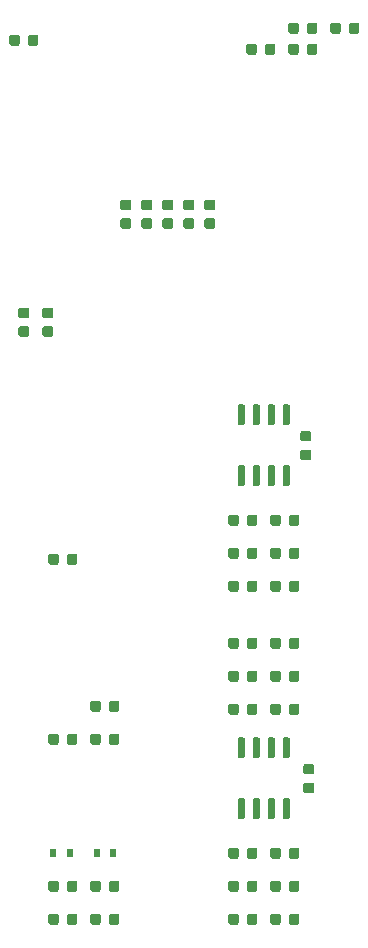
<source format=gbr>
G04 #@! TF.GenerationSoftware,KiCad,Pcbnew,5.1.5-52549c5~84~ubuntu19.04.1*
G04 #@! TF.CreationDate,2020-04-14T21:23:31+02:00*
G04 #@! TF.ProjectId,osc1,6f736331-2e6b-4696-9361-645f70636258,rev?*
G04 #@! TF.SameCoordinates,Original*
G04 #@! TF.FileFunction,Paste,Bot*
G04 #@! TF.FilePolarity,Positive*
%FSLAX46Y46*%
G04 Gerber Fmt 4.6, Leading zero omitted, Abs format (unit mm)*
G04 Created by KiCad (PCBNEW 5.1.5-52549c5~84~ubuntu19.04.1) date 2020-04-14 21:23:31*
%MOMM*%
%LPD*%
G04 APERTURE LIST*
%ADD10C,0.100000*%
%ADD11R,0.600000X0.700000*%
G04 APERTURE END LIST*
D10*
G36*
X99859703Y-132002722D02*
G01*
X99874264Y-132004882D01*
X99888543Y-132008459D01*
X99902403Y-132013418D01*
X99915710Y-132019712D01*
X99928336Y-132027280D01*
X99940159Y-132036048D01*
X99951066Y-132045934D01*
X99960952Y-132056841D01*
X99969720Y-132068664D01*
X99977288Y-132081290D01*
X99983582Y-132094597D01*
X99988541Y-132108457D01*
X99992118Y-132122736D01*
X99994278Y-132137297D01*
X99995000Y-132152000D01*
X99995000Y-133602000D01*
X99994278Y-133616703D01*
X99992118Y-133631264D01*
X99988541Y-133645543D01*
X99983582Y-133659403D01*
X99977288Y-133672710D01*
X99969720Y-133685336D01*
X99960952Y-133697159D01*
X99951066Y-133708066D01*
X99940159Y-133717952D01*
X99928336Y-133726720D01*
X99915710Y-133734288D01*
X99902403Y-133740582D01*
X99888543Y-133745541D01*
X99874264Y-133749118D01*
X99859703Y-133751278D01*
X99845000Y-133752000D01*
X99545000Y-133752000D01*
X99530297Y-133751278D01*
X99515736Y-133749118D01*
X99501457Y-133745541D01*
X99487597Y-133740582D01*
X99474290Y-133734288D01*
X99461664Y-133726720D01*
X99449841Y-133717952D01*
X99438934Y-133708066D01*
X99429048Y-133697159D01*
X99420280Y-133685336D01*
X99412712Y-133672710D01*
X99406418Y-133659403D01*
X99401459Y-133645543D01*
X99397882Y-133631264D01*
X99395722Y-133616703D01*
X99395000Y-133602000D01*
X99395000Y-132152000D01*
X99395722Y-132137297D01*
X99397882Y-132122736D01*
X99401459Y-132108457D01*
X99406418Y-132094597D01*
X99412712Y-132081290D01*
X99420280Y-132068664D01*
X99429048Y-132056841D01*
X99438934Y-132045934D01*
X99449841Y-132036048D01*
X99461664Y-132027280D01*
X99474290Y-132019712D01*
X99487597Y-132013418D01*
X99501457Y-132008459D01*
X99515736Y-132004882D01*
X99530297Y-132002722D01*
X99545000Y-132002000D01*
X99845000Y-132002000D01*
X99859703Y-132002722D01*
G37*
G36*
X101129703Y-132002722D02*
G01*
X101144264Y-132004882D01*
X101158543Y-132008459D01*
X101172403Y-132013418D01*
X101185710Y-132019712D01*
X101198336Y-132027280D01*
X101210159Y-132036048D01*
X101221066Y-132045934D01*
X101230952Y-132056841D01*
X101239720Y-132068664D01*
X101247288Y-132081290D01*
X101253582Y-132094597D01*
X101258541Y-132108457D01*
X101262118Y-132122736D01*
X101264278Y-132137297D01*
X101265000Y-132152000D01*
X101265000Y-133602000D01*
X101264278Y-133616703D01*
X101262118Y-133631264D01*
X101258541Y-133645543D01*
X101253582Y-133659403D01*
X101247288Y-133672710D01*
X101239720Y-133685336D01*
X101230952Y-133697159D01*
X101221066Y-133708066D01*
X101210159Y-133717952D01*
X101198336Y-133726720D01*
X101185710Y-133734288D01*
X101172403Y-133740582D01*
X101158543Y-133745541D01*
X101144264Y-133749118D01*
X101129703Y-133751278D01*
X101115000Y-133752000D01*
X100815000Y-133752000D01*
X100800297Y-133751278D01*
X100785736Y-133749118D01*
X100771457Y-133745541D01*
X100757597Y-133740582D01*
X100744290Y-133734288D01*
X100731664Y-133726720D01*
X100719841Y-133717952D01*
X100708934Y-133708066D01*
X100699048Y-133697159D01*
X100690280Y-133685336D01*
X100682712Y-133672710D01*
X100676418Y-133659403D01*
X100671459Y-133645543D01*
X100667882Y-133631264D01*
X100665722Y-133616703D01*
X100665000Y-133602000D01*
X100665000Y-132152000D01*
X100665722Y-132137297D01*
X100667882Y-132122736D01*
X100671459Y-132108457D01*
X100676418Y-132094597D01*
X100682712Y-132081290D01*
X100690280Y-132068664D01*
X100699048Y-132056841D01*
X100708934Y-132045934D01*
X100719841Y-132036048D01*
X100731664Y-132027280D01*
X100744290Y-132019712D01*
X100757597Y-132013418D01*
X100771457Y-132008459D01*
X100785736Y-132004882D01*
X100800297Y-132002722D01*
X100815000Y-132002000D01*
X101115000Y-132002000D01*
X101129703Y-132002722D01*
G37*
G36*
X102399703Y-132002722D02*
G01*
X102414264Y-132004882D01*
X102428543Y-132008459D01*
X102442403Y-132013418D01*
X102455710Y-132019712D01*
X102468336Y-132027280D01*
X102480159Y-132036048D01*
X102491066Y-132045934D01*
X102500952Y-132056841D01*
X102509720Y-132068664D01*
X102517288Y-132081290D01*
X102523582Y-132094597D01*
X102528541Y-132108457D01*
X102532118Y-132122736D01*
X102534278Y-132137297D01*
X102535000Y-132152000D01*
X102535000Y-133602000D01*
X102534278Y-133616703D01*
X102532118Y-133631264D01*
X102528541Y-133645543D01*
X102523582Y-133659403D01*
X102517288Y-133672710D01*
X102509720Y-133685336D01*
X102500952Y-133697159D01*
X102491066Y-133708066D01*
X102480159Y-133717952D01*
X102468336Y-133726720D01*
X102455710Y-133734288D01*
X102442403Y-133740582D01*
X102428543Y-133745541D01*
X102414264Y-133749118D01*
X102399703Y-133751278D01*
X102385000Y-133752000D01*
X102085000Y-133752000D01*
X102070297Y-133751278D01*
X102055736Y-133749118D01*
X102041457Y-133745541D01*
X102027597Y-133740582D01*
X102014290Y-133734288D01*
X102001664Y-133726720D01*
X101989841Y-133717952D01*
X101978934Y-133708066D01*
X101969048Y-133697159D01*
X101960280Y-133685336D01*
X101952712Y-133672710D01*
X101946418Y-133659403D01*
X101941459Y-133645543D01*
X101937882Y-133631264D01*
X101935722Y-133616703D01*
X101935000Y-133602000D01*
X101935000Y-132152000D01*
X101935722Y-132137297D01*
X101937882Y-132122736D01*
X101941459Y-132108457D01*
X101946418Y-132094597D01*
X101952712Y-132081290D01*
X101960280Y-132068664D01*
X101969048Y-132056841D01*
X101978934Y-132045934D01*
X101989841Y-132036048D01*
X102001664Y-132027280D01*
X102014290Y-132019712D01*
X102027597Y-132013418D01*
X102041457Y-132008459D01*
X102055736Y-132004882D01*
X102070297Y-132002722D01*
X102085000Y-132002000D01*
X102385000Y-132002000D01*
X102399703Y-132002722D01*
G37*
G36*
X103669703Y-132002722D02*
G01*
X103684264Y-132004882D01*
X103698543Y-132008459D01*
X103712403Y-132013418D01*
X103725710Y-132019712D01*
X103738336Y-132027280D01*
X103750159Y-132036048D01*
X103761066Y-132045934D01*
X103770952Y-132056841D01*
X103779720Y-132068664D01*
X103787288Y-132081290D01*
X103793582Y-132094597D01*
X103798541Y-132108457D01*
X103802118Y-132122736D01*
X103804278Y-132137297D01*
X103805000Y-132152000D01*
X103805000Y-133602000D01*
X103804278Y-133616703D01*
X103802118Y-133631264D01*
X103798541Y-133645543D01*
X103793582Y-133659403D01*
X103787288Y-133672710D01*
X103779720Y-133685336D01*
X103770952Y-133697159D01*
X103761066Y-133708066D01*
X103750159Y-133717952D01*
X103738336Y-133726720D01*
X103725710Y-133734288D01*
X103712403Y-133740582D01*
X103698543Y-133745541D01*
X103684264Y-133749118D01*
X103669703Y-133751278D01*
X103655000Y-133752000D01*
X103355000Y-133752000D01*
X103340297Y-133751278D01*
X103325736Y-133749118D01*
X103311457Y-133745541D01*
X103297597Y-133740582D01*
X103284290Y-133734288D01*
X103271664Y-133726720D01*
X103259841Y-133717952D01*
X103248934Y-133708066D01*
X103239048Y-133697159D01*
X103230280Y-133685336D01*
X103222712Y-133672710D01*
X103216418Y-133659403D01*
X103211459Y-133645543D01*
X103207882Y-133631264D01*
X103205722Y-133616703D01*
X103205000Y-133602000D01*
X103205000Y-132152000D01*
X103205722Y-132137297D01*
X103207882Y-132122736D01*
X103211459Y-132108457D01*
X103216418Y-132094597D01*
X103222712Y-132081290D01*
X103230280Y-132068664D01*
X103239048Y-132056841D01*
X103248934Y-132045934D01*
X103259841Y-132036048D01*
X103271664Y-132027280D01*
X103284290Y-132019712D01*
X103297597Y-132013418D01*
X103311457Y-132008459D01*
X103325736Y-132004882D01*
X103340297Y-132002722D01*
X103355000Y-132002000D01*
X103655000Y-132002000D01*
X103669703Y-132002722D01*
G37*
G36*
X103669703Y-126852722D02*
G01*
X103684264Y-126854882D01*
X103698543Y-126858459D01*
X103712403Y-126863418D01*
X103725710Y-126869712D01*
X103738336Y-126877280D01*
X103750159Y-126886048D01*
X103761066Y-126895934D01*
X103770952Y-126906841D01*
X103779720Y-126918664D01*
X103787288Y-126931290D01*
X103793582Y-126944597D01*
X103798541Y-126958457D01*
X103802118Y-126972736D01*
X103804278Y-126987297D01*
X103805000Y-127002000D01*
X103805000Y-128452000D01*
X103804278Y-128466703D01*
X103802118Y-128481264D01*
X103798541Y-128495543D01*
X103793582Y-128509403D01*
X103787288Y-128522710D01*
X103779720Y-128535336D01*
X103770952Y-128547159D01*
X103761066Y-128558066D01*
X103750159Y-128567952D01*
X103738336Y-128576720D01*
X103725710Y-128584288D01*
X103712403Y-128590582D01*
X103698543Y-128595541D01*
X103684264Y-128599118D01*
X103669703Y-128601278D01*
X103655000Y-128602000D01*
X103355000Y-128602000D01*
X103340297Y-128601278D01*
X103325736Y-128599118D01*
X103311457Y-128595541D01*
X103297597Y-128590582D01*
X103284290Y-128584288D01*
X103271664Y-128576720D01*
X103259841Y-128567952D01*
X103248934Y-128558066D01*
X103239048Y-128547159D01*
X103230280Y-128535336D01*
X103222712Y-128522710D01*
X103216418Y-128509403D01*
X103211459Y-128495543D01*
X103207882Y-128481264D01*
X103205722Y-128466703D01*
X103205000Y-128452000D01*
X103205000Y-127002000D01*
X103205722Y-126987297D01*
X103207882Y-126972736D01*
X103211459Y-126958457D01*
X103216418Y-126944597D01*
X103222712Y-126931290D01*
X103230280Y-126918664D01*
X103239048Y-126906841D01*
X103248934Y-126895934D01*
X103259841Y-126886048D01*
X103271664Y-126877280D01*
X103284290Y-126869712D01*
X103297597Y-126863418D01*
X103311457Y-126858459D01*
X103325736Y-126854882D01*
X103340297Y-126852722D01*
X103355000Y-126852000D01*
X103655000Y-126852000D01*
X103669703Y-126852722D01*
G37*
G36*
X102399703Y-126852722D02*
G01*
X102414264Y-126854882D01*
X102428543Y-126858459D01*
X102442403Y-126863418D01*
X102455710Y-126869712D01*
X102468336Y-126877280D01*
X102480159Y-126886048D01*
X102491066Y-126895934D01*
X102500952Y-126906841D01*
X102509720Y-126918664D01*
X102517288Y-126931290D01*
X102523582Y-126944597D01*
X102528541Y-126958457D01*
X102532118Y-126972736D01*
X102534278Y-126987297D01*
X102535000Y-127002000D01*
X102535000Y-128452000D01*
X102534278Y-128466703D01*
X102532118Y-128481264D01*
X102528541Y-128495543D01*
X102523582Y-128509403D01*
X102517288Y-128522710D01*
X102509720Y-128535336D01*
X102500952Y-128547159D01*
X102491066Y-128558066D01*
X102480159Y-128567952D01*
X102468336Y-128576720D01*
X102455710Y-128584288D01*
X102442403Y-128590582D01*
X102428543Y-128595541D01*
X102414264Y-128599118D01*
X102399703Y-128601278D01*
X102385000Y-128602000D01*
X102085000Y-128602000D01*
X102070297Y-128601278D01*
X102055736Y-128599118D01*
X102041457Y-128595541D01*
X102027597Y-128590582D01*
X102014290Y-128584288D01*
X102001664Y-128576720D01*
X101989841Y-128567952D01*
X101978934Y-128558066D01*
X101969048Y-128547159D01*
X101960280Y-128535336D01*
X101952712Y-128522710D01*
X101946418Y-128509403D01*
X101941459Y-128495543D01*
X101937882Y-128481264D01*
X101935722Y-128466703D01*
X101935000Y-128452000D01*
X101935000Y-127002000D01*
X101935722Y-126987297D01*
X101937882Y-126972736D01*
X101941459Y-126958457D01*
X101946418Y-126944597D01*
X101952712Y-126931290D01*
X101960280Y-126918664D01*
X101969048Y-126906841D01*
X101978934Y-126895934D01*
X101989841Y-126886048D01*
X102001664Y-126877280D01*
X102014290Y-126869712D01*
X102027597Y-126863418D01*
X102041457Y-126858459D01*
X102055736Y-126854882D01*
X102070297Y-126852722D01*
X102085000Y-126852000D01*
X102385000Y-126852000D01*
X102399703Y-126852722D01*
G37*
G36*
X101129703Y-126852722D02*
G01*
X101144264Y-126854882D01*
X101158543Y-126858459D01*
X101172403Y-126863418D01*
X101185710Y-126869712D01*
X101198336Y-126877280D01*
X101210159Y-126886048D01*
X101221066Y-126895934D01*
X101230952Y-126906841D01*
X101239720Y-126918664D01*
X101247288Y-126931290D01*
X101253582Y-126944597D01*
X101258541Y-126958457D01*
X101262118Y-126972736D01*
X101264278Y-126987297D01*
X101265000Y-127002000D01*
X101265000Y-128452000D01*
X101264278Y-128466703D01*
X101262118Y-128481264D01*
X101258541Y-128495543D01*
X101253582Y-128509403D01*
X101247288Y-128522710D01*
X101239720Y-128535336D01*
X101230952Y-128547159D01*
X101221066Y-128558066D01*
X101210159Y-128567952D01*
X101198336Y-128576720D01*
X101185710Y-128584288D01*
X101172403Y-128590582D01*
X101158543Y-128595541D01*
X101144264Y-128599118D01*
X101129703Y-128601278D01*
X101115000Y-128602000D01*
X100815000Y-128602000D01*
X100800297Y-128601278D01*
X100785736Y-128599118D01*
X100771457Y-128595541D01*
X100757597Y-128590582D01*
X100744290Y-128584288D01*
X100731664Y-128576720D01*
X100719841Y-128567952D01*
X100708934Y-128558066D01*
X100699048Y-128547159D01*
X100690280Y-128535336D01*
X100682712Y-128522710D01*
X100676418Y-128509403D01*
X100671459Y-128495543D01*
X100667882Y-128481264D01*
X100665722Y-128466703D01*
X100665000Y-128452000D01*
X100665000Y-127002000D01*
X100665722Y-126987297D01*
X100667882Y-126972736D01*
X100671459Y-126958457D01*
X100676418Y-126944597D01*
X100682712Y-126931290D01*
X100690280Y-126918664D01*
X100699048Y-126906841D01*
X100708934Y-126895934D01*
X100719841Y-126886048D01*
X100731664Y-126877280D01*
X100744290Y-126869712D01*
X100757597Y-126863418D01*
X100771457Y-126858459D01*
X100785736Y-126854882D01*
X100800297Y-126852722D01*
X100815000Y-126852000D01*
X101115000Y-126852000D01*
X101129703Y-126852722D01*
G37*
G36*
X99859703Y-126852722D02*
G01*
X99874264Y-126854882D01*
X99888543Y-126858459D01*
X99902403Y-126863418D01*
X99915710Y-126869712D01*
X99928336Y-126877280D01*
X99940159Y-126886048D01*
X99951066Y-126895934D01*
X99960952Y-126906841D01*
X99969720Y-126918664D01*
X99977288Y-126931290D01*
X99983582Y-126944597D01*
X99988541Y-126958457D01*
X99992118Y-126972736D01*
X99994278Y-126987297D01*
X99995000Y-127002000D01*
X99995000Y-128452000D01*
X99994278Y-128466703D01*
X99992118Y-128481264D01*
X99988541Y-128495543D01*
X99983582Y-128509403D01*
X99977288Y-128522710D01*
X99969720Y-128535336D01*
X99960952Y-128547159D01*
X99951066Y-128558066D01*
X99940159Y-128567952D01*
X99928336Y-128576720D01*
X99915710Y-128584288D01*
X99902403Y-128590582D01*
X99888543Y-128595541D01*
X99874264Y-128599118D01*
X99859703Y-128601278D01*
X99845000Y-128602000D01*
X99545000Y-128602000D01*
X99530297Y-128601278D01*
X99515736Y-128599118D01*
X99501457Y-128595541D01*
X99487597Y-128590582D01*
X99474290Y-128584288D01*
X99461664Y-128576720D01*
X99449841Y-128567952D01*
X99438934Y-128558066D01*
X99429048Y-128547159D01*
X99420280Y-128535336D01*
X99412712Y-128522710D01*
X99406418Y-128509403D01*
X99401459Y-128495543D01*
X99397882Y-128481264D01*
X99395722Y-128466703D01*
X99395000Y-128452000D01*
X99395000Y-127002000D01*
X99395722Y-126987297D01*
X99397882Y-126972736D01*
X99401459Y-126958457D01*
X99406418Y-126944597D01*
X99412712Y-126931290D01*
X99420280Y-126918664D01*
X99429048Y-126906841D01*
X99438934Y-126895934D01*
X99449841Y-126886048D01*
X99461664Y-126877280D01*
X99474290Y-126869712D01*
X99487597Y-126863418D01*
X99501457Y-126858459D01*
X99515736Y-126854882D01*
X99530297Y-126852722D01*
X99545000Y-126852000D01*
X99845000Y-126852000D01*
X99859703Y-126852722D01*
G37*
G36*
X105687691Y-157297553D02*
G01*
X105708926Y-157300703D01*
X105729750Y-157305919D01*
X105749962Y-157313151D01*
X105769368Y-157322330D01*
X105787781Y-157333366D01*
X105805024Y-157346154D01*
X105820930Y-157360570D01*
X105835346Y-157376476D01*
X105848134Y-157393719D01*
X105859170Y-157412132D01*
X105868349Y-157431538D01*
X105875581Y-157451750D01*
X105880797Y-157472574D01*
X105883947Y-157493809D01*
X105885000Y-157515250D01*
X105885000Y-157952750D01*
X105883947Y-157974191D01*
X105880797Y-157995426D01*
X105875581Y-158016250D01*
X105868349Y-158036462D01*
X105859170Y-158055868D01*
X105848134Y-158074281D01*
X105835346Y-158091524D01*
X105820930Y-158107430D01*
X105805024Y-158121846D01*
X105787781Y-158134634D01*
X105769368Y-158145670D01*
X105749962Y-158154849D01*
X105729750Y-158162081D01*
X105708926Y-158167297D01*
X105687691Y-158170447D01*
X105666250Y-158171500D01*
X105153750Y-158171500D01*
X105132309Y-158170447D01*
X105111074Y-158167297D01*
X105090250Y-158162081D01*
X105070038Y-158154849D01*
X105050632Y-158145670D01*
X105032219Y-158134634D01*
X105014976Y-158121846D01*
X104999070Y-158107430D01*
X104984654Y-158091524D01*
X104971866Y-158074281D01*
X104960830Y-158055868D01*
X104951651Y-158036462D01*
X104944419Y-158016250D01*
X104939203Y-157995426D01*
X104936053Y-157974191D01*
X104935000Y-157952750D01*
X104935000Y-157515250D01*
X104936053Y-157493809D01*
X104939203Y-157472574D01*
X104944419Y-157451750D01*
X104951651Y-157431538D01*
X104960830Y-157412132D01*
X104971866Y-157393719D01*
X104984654Y-157376476D01*
X104999070Y-157360570D01*
X105014976Y-157346154D01*
X105032219Y-157333366D01*
X105050632Y-157322330D01*
X105070038Y-157313151D01*
X105090250Y-157305919D01*
X105111074Y-157300703D01*
X105132309Y-157297553D01*
X105153750Y-157296500D01*
X105666250Y-157296500D01*
X105687691Y-157297553D01*
G37*
G36*
X105687691Y-158872553D02*
G01*
X105708926Y-158875703D01*
X105729750Y-158880919D01*
X105749962Y-158888151D01*
X105769368Y-158897330D01*
X105787781Y-158908366D01*
X105805024Y-158921154D01*
X105820930Y-158935570D01*
X105835346Y-158951476D01*
X105848134Y-158968719D01*
X105859170Y-158987132D01*
X105868349Y-159006538D01*
X105875581Y-159026750D01*
X105880797Y-159047574D01*
X105883947Y-159068809D01*
X105885000Y-159090250D01*
X105885000Y-159527750D01*
X105883947Y-159549191D01*
X105880797Y-159570426D01*
X105875581Y-159591250D01*
X105868349Y-159611462D01*
X105859170Y-159630868D01*
X105848134Y-159649281D01*
X105835346Y-159666524D01*
X105820930Y-159682430D01*
X105805024Y-159696846D01*
X105787781Y-159709634D01*
X105769368Y-159720670D01*
X105749962Y-159729849D01*
X105729750Y-159737081D01*
X105708926Y-159742297D01*
X105687691Y-159745447D01*
X105666250Y-159746500D01*
X105153750Y-159746500D01*
X105132309Y-159745447D01*
X105111074Y-159742297D01*
X105090250Y-159737081D01*
X105070038Y-159729849D01*
X105050632Y-159720670D01*
X105032219Y-159709634D01*
X105014976Y-159696846D01*
X104999070Y-159682430D01*
X104984654Y-159666524D01*
X104971866Y-159649281D01*
X104960830Y-159630868D01*
X104951651Y-159611462D01*
X104944419Y-159591250D01*
X104939203Y-159570426D01*
X104936053Y-159549191D01*
X104935000Y-159527750D01*
X104935000Y-159090250D01*
X104936053Y-159068809D01*
X104939203Y-159047574D01*
X104944419Y-159026750D01*
X104951651Y-159006538D01*
X104960830Y-158987132D01*
X104971866Y-158968719D01*
X104984654Y-158951476D01*
X104999070Y-158935570D01*
X105014976Y-158921154D01*
X105032219Y-158908366D01*
X105050632Y-158897330D01*
X105070038Y-158888151D01*
X105090250Y-158880919D01*
X105111074Y-158875703D01*
X105132309Y-158872553D01*
X105153750Y-158871500D01*
X105666250Y-158871500D01*
X105687691Y-158872553D01*
G37*
G36*
X105433691Y-129103553D02*
G01*
X105454926Y-129106703D01*
X105475750Y-129111919D01*
X105495962Y-129119151D01*
X105515368Y-129128330D01*
X105533781Y-129139366D01*
X105551024Y-129152154D01*
X105566930Y-129166570D01*
X105581346Y-129182476D01*
X105594134Y-129199719D01*
X105605170Y-129218132D01*
X105614349Y-129237538D01*
X105621581Y-129257750D01*
X105626797Y-129278574D01*
X105629947Y-129299809D01*
X105631000Y-129321250D01*
X105631000Y-129758750D01*
X105629947Y-129780191D01*
X105626797Y-129801426D01*
X105621581Y-129822250D01*
X105614349Y-129842462D01*
X105605170Y-129861868D01*
X105594134Y-129880281D01*
X105581346Y-129897524D01*
X105566930Y-129913430D01*
X105551024Y-129927846D01*
X105533781Y-129940634D01*
X105515368Y-129951670D01*
X105495962Y-129960849D01*
X105475750Y-129968081D01*
X105454926Y-129973297D01*
X105433691Y-129976447D01*
X105412250Y-129977500D01*
X104899750Y-129977500D01*
X104878309Y-129976447D01*
X104857074Y-129973297D01*
X104836250Y-129968081D01*
X104816038Y-129960849D01*
X104796632Y-129951670D01*
X104778219Y-129940634D01*
X104760976Y-129927846D01*
X104745070Y-129913430D01*
X104730654Y-129897524D01*
X104717866Y-129880281D01*
X104706830Y-129861868D01*
X104697651Y-129842462D01*
X104690419Y-129822250D01*
X104685203Y-129801426D01*
X104682053Y-129780191D01*
X104681000Y-129758750D01*
X104681000Y-129321250D01*
X104682053Y-129299809D01*
X104685203Y-129278574D01*
X104690419Y-129257750D01*
X104697651Y-129237538D01*
X104706830Y-129218132D01*
X104717866Y-129199719D01*
X104730654Y-129182476D01*
X104745070Y-129166570D01*
X104760976Y-129152154D01*
X104778219Y-129139366D01*
X104796632Y-129128330D01*
X104816038Y-129119151D01*
X104836250Y-129111919D01*
X104857074Y-129106703D01*
X104878309Y-129103553D01*
X104899750Y-129102500D01*
X105412250Y-129102500D01*
X105433691Y-129103553D01*
G37*
G36*
X105433691Y-130678553D02*
G01*
X105454926Y-130681703D01*
X105475750Y-130686919D01*
X105495962Y-130694151D01*
X105515368Y-130703330D01*
X105533781Y-130714366D01*
X105551024Y-130727154D01*
X105566930Y-130741570D01*
X105581346Y-130757476D01*
X105594134Y-130774719D01*
X105605170Y-130793132D01*
X105614349Y-130812538D01*
X105621581Y-130832750D01*
X105626797Y-130853574D01*
X105629947Y-130874809D01*
X105631000Y-130896250D01*
X105631000Y-131333750D01*
X105629947Y-131355191D01*
X105626797Y-131376426D01*
X105621581Y-131397250D01*
X105614349Y-131417462D01*
X105605170Y-131436868D01*
X105594134Y-131455281D01*
X105581346Y-131472524D01*
X105566930Y-131488430D01*
X105551024Y-131502846D01*
X105533781Y-131515634D01*
X105515368Y-131526670D01*
X105495962Y-131535849D01*
X105475750Y-131543081D01*
X105454926Y-131548297D01*
X105433691Y-131551447D01*
X105412250Y-131552500D01*
X104899750Y-131552500D01*
X104878309Y-131551447D01*
X104857074Y-131548297D01*
X104836250Y-131543081D01*
X104816038Y-131535849D01*
X104796632Y-131526670D01*
X104778219Y-131515634D01*
X104760976Y-131502846D01*
X104745070Y-131488430D01*
X104730654Y-131472524D01*
X104717866Y-131455281D01*
X104706830Y-131436868D01*
X104697651Y-131417462D01*
X104690419Y-131397250D01*
X104685203Y-131376426D01*
X104682053Y-131355191D01*
X104681000Y-131333750D01*
X104681000Y-130896250D01*
X104682053Y-130874809D01*
X104685203Y-130853574D01*
X104690419Y-130832750D01*
X104697651Y-130812538D01*
X104706830Y-130793132D01*
X104717866Y-130774719D01*
X104730654Y-130757476D01*
X104745070Y-130741570D01*
X104760976Y-130727154D01*
X104778219Y-130714366D01*
X104796632Y-130703330D01*
X104816038Y-130694151D01*
X104836250Y-130686919D01*
X104857074Y-130681703D01*
X104878309Y-130678553D01*
X104899750Y-130677500D01*
X105412250Y-130677500D01*
X105433691Y-130678553D01*
G37*
D11*
X88838000Y-164846000D03*
X87438000Y-164846000D03*
X85155000Y-164846000D03*
X83755000Y-164846000D03*
D10*
G36*
X99859703Y-160196722D02*
G01*
X99874264Y-160198882D01*
X99888543Y-160202459D01*
X99902403Y-160207418D01*
X99915710Y-160213712D01*
X99928336Y-160221280D01*
X99940159Y-160230048D01*
X99951066Y-160239934D01*
X99960952Y-160250841D01*
X99969720Y-160262664D01*
X99977288Y-160275290D01*
X99983582Y-160288597D01*
X99988541Y-160302457D01*
X99992118Y-160316736D01*
X99994278Y-160331297D01*
X99995000Y-160346000D01*
X99995000Y-161796000D01*
X99994278Y-161810703D01*
X99992118Y-161825264D01*
X99988541Y-161839543D01*
X99983582Y-161853403D01*
X99977288Y-161866710D01*
X99969720Y-161879336D01*
X99960952Y-161891159D01*
X99951066Y-161902066D01*
X99940159Y-161911952D01*
X99928336Y-161920720D01*
X99915710Y-161928288D01*
X99902403Y-161934582D01*
X99888543Y-161939541D01*
X99874264Y-161943118D01*
X99859703Y-161945278D01*
X99845000Y-161946000D01*
X99545000Y-161946000D01*
X99530297Y-161945278D01*
X99515736Y-161943118D01*
X99501457Y-161939541D01*
X99487597Y-161934582D01*
X99474290Y-161928288D01*
X99461664Y-161920720D01*
X99449841Y-161911952D01*
X99438934Y-161902066D01*
X99429048Y-161891159D01*
X99420280Y-161879336D01*
X99412712Y-161866710D01*
X99406418Y-161853403D01*
X99401459Y-161839543D01*
X99397882Y-161825264D01*
X99395722Y-161810703D01*
X99395000Y-161796000D01*
X99395000Y-160346000D01*
X99395722Y-160331297D01*
X99397882Y-160316736D01*
X99401459Y-160302457D01*
X99406418Y-160288597D01*
X99412712Y-160275290D01*
X99420280Y-160262664D01*
X99429048Y-160250841D01*
X99438934Y-160239934D01*
X99449841Y-160230048D01*
X99461664Y-160221280D01*
X99474290Y-160213712D01*
X99487597Y-160207418D01*
X99501457Y-160202459D01*
X99515736Y-160198882D01*
X99530297Y-160196722D01*
X99545000Y-160196000D01*
X99845000Y-160196000D01*
X99859703Y-160196722D01*
G37*
G36*
X101129703Y-160196722D02*
G01*
X101144264Y-160198882D01*
X101158543Y-160202459D01*
X101172403Y-160207418D01*
X101185710Y-160213712D01*
X101198336Y-160221280D01*
X101210159Y-160230048D01*
X101221066Y-160239934D01*
X101230952Y-160250841D01*
X101239720Y-160262664D01*
X101247288Y-160275290D01*
X101253582Y-160288597D01*
X101258541Y-160302457D01*
X101262118Y-160316736D01*
X101264278Y-160331297D01*
X101265000Y-160346000D01*
X101265000Y-161796000D01*
X101264278Y-161810703D01*
X101262118Y-161825264D01*
X101258541Y-161839543D01*
X101253582Y-161853403D01*
X101247288Y-161866710D01*
X101239720Y-161879336D01*
X101230952Y-161891159D01*
X101221066Y-161902066D01*
X101210159Y-161911952D01*
X101198336Y-161920720D01*
X101185710Y-161928288D01*
X101172403Y-161934582D01*
X101158543Y-161939541D01*
X101144264Y-161943118D01*
X101129703Y-161945278D01*
X101115000Y-161946000D01*
X100815000Y-161946000D01*
X100800297Y-161945278D01*
X100785736Y-161943118D01*
X100771457Y-161939541D01*
X100757597Y-161934582D01*
X100744290Y-161928288D01*
X100731664Y-161920720D01*
X100719841Y-161911952D01*
X100708934Y-161902066D01*
X100699048Y-161891159D01*
X100690280Y-161879336D01*
X100682712Y-161866710D01*
X100676418Y-161853403D01*
X100671459Y-161839543D01*
X100667882Y-161825264D01*
X100665722Y-161810703D01*
X100665000Y-161796000D01*
X100665000Y-160346000D01*
X100665722Y-160331297D01*
X100667882Y-160316736D01*
X100671459Y-160302457D01*
X100676418Y-160288597D01*
X100682712Y-160275290D01*
X100690280Y-160262664D01*
X100699048Y-160250841D01*
X100708934Y-160239934D01*
X100719841Y-160230048D01*
X100731664Y-160221280D01*
X100744290Y-160213712D01*
X100757597Y-160207418D01*
X100771457Y-160202459D01*
X100785736Y-160198882D01*
X100800297Y-160196722D01*
X100815000Y-160196000D01*
X101115000Y-160196000D01*
X101129703Y-160196722D01*
G37*
G36*
X102399703Y-160196722D02*
G01*
X102414264Y-160198882D01*
X102428543Y-160202459D01*
X102442403Y-160207418D01*
X102455710Y-160213712D01*
X102468336Y-160221280D01*
X102480159Y-160230048D01*
X102491066Y-160239934D01*
X102500952Y-160250841D01*
X102509720Y-160262664D01*
X102517288Y-160275290D01*
X102523582Y-160288597D01*
X102528541Y-160302457D01*
X102532118Y-160316736D01*
X102534278Y-160331297D01*
X102535000Y-160346000D01*
X102535000Y-161796000D01*
X102534278Y-161810703D01*
X102532118Y-161825264D01*
X102528541Y-161839543D01*
X102523582Y-161853403D01*
X102517288Y-161866710D01*
X102509720Y-161879336D01*
X102500952Y-161891159D01*
X102491066Y-161902066D01*
X102480159Y-161911952D01*
X102468336Y-161920720D01*
X102455710Y-161928288D01*
X102442403Y-161934582D01*
X102428543Y-161939541D01*
X102414264Y-161943118D01*
X102399703Y-161945278D01*
X102385000Y-161946000D01*
X102085000Y-161946000D01*
X102070297Y-161945278D01*
X102055736Y-161943118D01*
X102041457Y-161939541D01*
X102027597Y-161934582D01*
X102014290Y-161928288D01*
X102001664Y-161920720D01*
X101989841Y-161911952D01*
X101978934Y-161902066D01*
X101969048Y-161891159D01*
X101960280Y-161879336D01*
X101952712Y-161866710D01*
X101946418Y-161853403D01*
X101941459Y-161839543D01*
X101937882Y-161825264D01*
X101935722Y-161810703D01*
X101935000Y-161796000D01*
X101935000Y-160346000D01*
X101935722Y-160331297D01*
X101937882Y-160316736D01*
X101941459Y-160302457D01*
X101946418Y-160288597D01*
X101952712Y-160275290D01*
X101960280Y-160262664D01*
X101969048Y-160250841D01*
X101978934Y-160239934D01*
X101989841Y-160230048D01*
X102001664Y-160221280D01*
X102014290Y-160213712D01*
X102027597Y-160207418D01*
X102041457Y-160202459D01*
X102055736Y-160198882D01*
X102070297Y-160196722D01*
X102085000Y-160196000D01*
X102385000Y-160196000D01*
X102399703Y-160196722D01*
G37*
G36*
X103669703Y-160196722D02*
G01*
X103684264Y-160198882D01*
X103698543Y-160202459D01*
X103712403Y-160207418D01*
X103725710Y-160213712D01*
X103738336Y-160221280D01*
X103750159Y-160230048D01*
X103761066Y-160239934D01*
X103770952Y-160250841D01*
X103779720Y-160262664D01*
X103787288Y-160275290D01*
X103793582Y-160288597D01*
X103798541Y-160302457D01*
X103802118Y-160316736D01*
X103804278Y-160331297D01*
X103805000Y-160346000D01*
X103805000Y-161796000D01*
X103804278Y-161810703D01*
X103802118Y-161825264D01*
X103798541Y-161839543D01*
X103793582Y-161853403D01*
X103787288Y-161866710D01*
X103779720Y-161879336D01*
X103770952Y-161891159D01*
X103761066Y-161902066D01*
X103750159Y-161911952D01*
X103738336Y-161920720D01*
X103725710Y-161928288D01*
X103712403Y-161934582D01*
X103698543Y-161939541D01*
X103684264Y-161943118D01*
X103669703Y-161945278D01*
X103655000Y-161946000D01*
X103355000Y-161946000D01*
X103340297Y-161945278D01*
X103325736Y-161943118D01*
X103311457Y-161939541D01*
X103297597Y-161934582D01*
X103284290Y-161928288D01*
X103271664Y-161920720D01*
X103259841Y-161911952D01*
X103248934Y-161902066D01*
X103239048Y-161891159D01*
X103230280Y-161879336D01*
X103222712Y-161866710D01*
X103216418Y-161853403D01*
X103211459Y-161839543D01*
X103207882Y-161825264D01*
X103205722Y-161810703D01*
X103205000Y-161796000D01*
X103205000Y-160346000D01*
X103205722Y-160331297D01*
X103207882Y-160316736D01*
X103211459Y-160302457D01*
X103216418Y-160288597D01*
X103222712Y-160275290D01*
X103230280Y-160262664D01*
X103239048Y-160250841D01*
X103248934Y-160239934D01*
X103259841Y-160230048D01*
X103271664Y-160221280D01*
X103284290Y-160213712D01*
X103297597Y-160207418D01*
X103311457Y-160202459D01*
X103325736Y-160198882D01*
X103340297Y-160196722D01*
X103355000Y-160196000D01*
X103655000Y-160196000D01*
X103669703Y-160196722D01*
G37*
G36*
X103669703Y-155046722D02*
G01*
X103684264Y-155048882D01*
X103698543Y-155052459D01*
X103712403Y-155057418D01*
X103725710Y-155063712D01*
X103738336Y-155071280D01*
X103750159Y-155080048D01*
X103761066Y-155089934D01*
X103770952Y-155100841D01*
X103779720Y-155112664D01*
X103787288Y-155125290D01*
X103793582Y-155138597D01*
X103798541Y-155152457D01*
X103802118Y-155166736D01*
X103804278Y-155181297D01*
X103805000Y-155196000D01*
X103805000Y-156646000D01*
X103804278Y-156660703D01*
X103802118Y-156675264D01*
X103798541Y-156689543D01*
X103793582Y-156703403D01*
X103787288Y-156716710D01*
X103779720Y-156729336D01*
X103770952Y-156741159D01*
X103761066Y-156752066D01*
X103750159Y-156761952D01*
X103738336Y-156770720D01*
X103725710Y-156778288D01*
X103712403Y-156784582D01*
X103698543Y-156789541D01*
X103684264Y-156793118D01*
X103669703Y-156795278D01*
X103655000Y-156796000D01*
X103355000Y-156796000D01*
X103340297Y-156795278D01*
X103325736Y-156793118D01*
X103311457Y-156789541D01*
X103297597Y-156784582D01*
X103284290Y-156778288D01*
X103271664Y-156770720D01*
X103259841Y-156761952D01*
X103248934Y-156752066D01*
X103239048Y-156741159D01*
X103230280Y-156729336D01*
X103222712Y-156716710D01*
X103216418Y-156703403D01*
X103211459Y-156689543D01*
X103207882Y-156675264D01*
X103205722Y-156660703D01*
X103205000Y-156646000D01*
X103205000Y-155196000D01*
X103205722Y-155181297D01*
X103207882Y-155166736D01*
X103211459Y-155152457D01*
X103216418Y-155138597D01*
X103222712Y-155125290D01*
X103230280Y-155112664D01*
X103239048Y-155100841D01*
X103248934Y-155089934D01*
X103259841Y-155080048D01*
X103271664Y-155071280D01*
X103284290Y-155063712D01*
X103297597Y-155057418D01*
X103311457Y-155052459D01*
X103325736Y-155048882D01*
X103340297Y-155046722D01*
X103355000Y-155046000D01*
X103655000Y-155046000D01*
X103669703Y-155046722D01*
G37*
G36*
X102399703Y-155046722D02*
G01*
X102414264Y-155048882D01*
X102428543Y-155052459D01*
X102442403Y-155057418D01*
X102455710Y-155063712D01*
X102468336Y-155071280D01*
X102480159Y-155080048D01*
X102491066Y-155089934D01*
X102500952Y-155100841D01*
X102509720Y-155112664D01*
X102517288Y-155125290D01*
X102523582Y-155138597D01*
X102528541Y-155152457D01*
X102532118Y-155166736D01*
X102534278Y-155181297D01*
X102535000Y-155196000D01*
X102535000Y-156646000D01*
X102534278Y-156660703D01*
X102532118Y-156675264D01*
X102528541Y-156689543D01*
X102523582Y-156703403D01*
X102517288Y-156716710D01*
X102509720Y-156729336D01*
X102500952Y-156741159D01*
X102491066Y-156752066D01*
X102480159Y-156761952D01*
X102468336Y-156770720D01*
X102455710Y-156778288D01*
X102442403Y-156784582D01*
X102428543Y-156789541D01*
X102414264Y-156793118D01*
X102399703Y-156795278D01*
X102385000Y-156796000D01*
X102085000Y-156796000D01*
X102070297Y-156795278D01*
X102055736Y-156793118D01*
X102041457Y-156789541D01*
X102027597Y-156784582D01*
X102014290Y-156778288D01*
X102001664Y-156770720D01*
X101989841Y-156761952D01*
X101978934Y-156752066D01*
X101969048Y-156741159D01*
X101960280Y-156729336D01*
X101952712Y-156716710D01*
X101946418Y-156703403D01*
X101941459Y-156689543D01*
X101937882Y-156675264D01*
X101935722Y-156660703D01*
X101935000Y-156646000D01*
X101935000Y-155196000D01*
X101935722Y-155181297D01*
X101937882Y-155166736D01*
X101941459Y-155152457D01*
X101946418Y-155138597D01*
X101952712Y-155125290D01*
X101960280Y-155112664D01*
X101969048Y-155100841D01*
X101978934Y-155089934D01*
X101989841Y-155080048D01*
X102001664Y-155071280D01*
X102014290Y-155063712D01*
X102027597Y-155057418D01*
X102041457Y-155052459D01*
X102055736Y-155048882D01*
X102070297Y-155046722D01*
X102085000Y-155046000D01*
X102385000Y-155046000D01*
X102399703Y-155046722D01*
G37*
G36*
X101129703Y-155046722D02*
G01*
X101144264Y-155048882D01*
X101158543Y-155052459D01*
X101172403Y-155057418D01*
X101185710Y-155063712D01*
X101198336Y-155071280D01*
X101210159Y-155080048D01*
X101221066Y-155089934D01*
X101230952Y-155100841D01*
X101239720Y-155112664D01*
X101247288Y-155125290D01*
X101253582Y-155138597D01*
X101258541Y-155152457D01*
X101262118Y-155166736D01*
X101264278Y-155181297D01*
X101265000Y-155196000D01*
X101265000Y-156646000D01*
X101264278Y-156660703D01*
X101262118Y-156675264D01*
X101258541Y-156689543D01*
X101253582Y-156703403D01*
X101247288Y-156716710D01*
X101239720Y-156729336D01*
X101230952Y-156741159D01*
X101221066Y-156752066D01*
X101210159Y-156761952D01*
X101198336Y-156770720D01*
X101185710Y-156778288D01*
X101172403Y-156784582D01*
X101158543Y-156789541D01*
X101144264Y-156793118D01*
X101129703Y-156795278D01*
X101115000Y-156796000D01*
X100815000Y-156796000D01*
X100800297Y-156795278D01*
X100785736Y-156793118D01*
X100771457Y-156789541D01*
X100757597Y-156784582D01*
X100744290Y-156778288D01*
X100731664Y-156770720D01*
X100719841Y-156761952D01*
X100708934Y-156752066D01*
X100699048Y-156741159D01*
X100690280Y-156729336D01*
X100682712Y-156716710D01*
X100676418Y-156703403D01*
X100671459Y-156689543D01*
X100667882Y-156675264D01*
X100665722Y-156660703D01*
X100665000Y-156646000D01*
X100665000Y-155196000D01*
X100665722Y-155181297D01*
X100667882Y-155166736D01*
X100671459Y-155152457D01*
X100676418Y-155138597D01*
X100682712Y-155125290D01*
X100690280Y-155112664D01*
X100699048Y-155100841D01*
X100708934Y-155089934D01*
X100719841Y-155080048D01*
X100731664Y-155071280D01*
X100744290Y-155063712D01*
X100757597Y-155057418D01*
X100771457Y-155052459D01*
X100785736Y-155048882D01*
X100800297Y-155046722D01*
X100815000Y-155046000D01*
X101115000Y-155046000D01*
X101129703Y-155046722D01*
G37*
G36*
X99859703Y-155046722D02*
G01*
X99874264Y-155048882D01*
X99888543Y-155052459D01*
X99902403Y-155057418D01*
X99915710Y-155063712D01*
X99928336Y-155071280D01*
X99940159Y-155080048D01*
X99951066Y-155089934D01*
X99960952Y-155100841D01*
X99969720Y-155112664D01*
X99977288Y-155125290D01*
X99983582Y-155138597D01*
X99988541Y-155152457D01*
X99992118Y-155166736D01*
X99994278Y-155181297D01*
X99995000Y-155196000D01*
X99995000Y-156646000D01*
X99994278Y-156660703D01*
X99992118Y-156675264D01*
X99988541Y-156689543D01*
X99983582Y-156703403D01*
X99977288Y-156716710D01*
X99969720Y-156729336D01*
X99960952Y-156741159D01*
X99951066Y-156752066D01*
X99940159Y-156761952D01*
X99928336Y-156770720D01*
X99915710Y-156778288D01*
X99902403Y-156784582D01*
X99888543Y-156789541D01*
X99874264Y-156793118D01*
X99859703Y-156795278D01*
X99845000Y-156796000D01*
X99545000Y-156796000D01*
X99530297Y-156795278D01*
X99515736Y-156793118D01*
X99501457Y-156789541D01*
X99487597Y-156784582D01*
X99474290Y-156778288D01*
X99461664Y-156770720D01*
X99449841Y-156761952D01*
X99438934Y-156752066D01*
X99429048Y-156741159D01*
X99420280Y-156729336D01*
X99412712Y-156716710D01*
X99406418Y-156703403D01*
X99401459Y-156689543D01*
X99397882Y-156675264D01*
X99395722Y-156660703D01*
X99395000Y-156646000D01*
X99395000Y-155196000D01*
X99395722Y-155181297D01*
X99397882Y-155166736D01*
X99401459Y-155152457D01*
X99406418Y-155138597D01*
X99412712Y-155125290D01*
X99420280Y-155112664D01*
X99429048Y-155100841D01*
X99438934Y-155089934D01*
X99449841Y-155080048D01*
X99461664Y-155071280D01*
X99474290Y-155063712D01*
X99487597Y-155057418D01*
X99501457Y-155052459D01*
X99515736Y-155048882D01*
X99530297Y-155046722D01*
X99545000Y-155046000D01*
X99845000Y-155046000D01*
X99859703Y-155046722D01*
G37*
G36*
X102830691Y-169960053D02*
G01*
X102851926Y-169963203D01*
X102872750Y-169968419D01*
X102892962Y-169975651D01*
X102912368Y-169984830D01*
X102930781Y-169995866D01*
X102948024Y-170008654D01*
X102963930Y-170023070D01*
X102978346Y-170038976D01*
X102991134Y-170056219D01*
X103002170Y-170074632D01*
X103011349Y-170094038D01*
X103018581Y-170114250D01*
X103023797Y-170135074D01*
X103026947Y-170156309D01*
X103028000Y-170177750D01*
X103028000Y-170690250D01*
X103026947Y-170711691D01*
X103023797Y-170732926D01*
X103018581Y-170753750D01*
X103011349Y-170773962D01*
X103002170Y-170793368D01*
X102991134Y-170811781D01*
X102978346Y-170829024D01*
X102963930Y-170844930D01*
X102948024Y-170859346D01*
X102930781Y-170872134D01*
X102912368Y-170883170D01*
X102892962Y-170892349D01*
X102872750Y-170899581D01*
X102851926Y-170904797D01*
X102830691Y-170907947D01*
X102809250Y-170909000D01*
X102371750Y-170909000D01*
X102350309Y-170907947D01*
X102329074Y-170904797D01*
X102308250Y-170899581D01*
X102288038Y-170892349D01*
X102268632Y-170883170D01*
X102250219Y-170872134D01*
X102232976Y-170859346D01*
X102217070Y-170844930D01*
X102202654Y-170829024D01*
X102189866Y-170811781D01*
X102178830Y-170793368D01*
X102169651Y-170773962D01*
X102162419Y-170753750D01*
X102157203Y-170732926D01*
X102154053Y-170711691D01*
X102153000Y-170690250D01*
X102153000Y-170177750D01*
X102154053Y-170156309D01*
X102157203Y-170135074D01*
X102162419Y-170114250D01*
X102169651Y-170094038D01*
X102178830Y-170074632D01*
X102189866Y-170056219D01*
X102202654Y-170038976D01*
X102217070Y-170023070D01*
X102232976Y-170008654D01*
X102250219Y-169995866D01*
X102268632Y-169984830D01*
X102288038Y-169975651D01*
X102308250Y-169968419D01*
X102329074Y-169963203D01*
X102350309Y-169960053D01*
X102371750Y-169959000D01*
X102809250Y-169959000D01*
X102830691Y-169960053D01*
G37*
G36*
X104405691Y-169960053D02*
G01*
X104426926Y-169963203D01*
X104447750Y-169968419D01*
X104467962Y-169975651D01*
X104487368Y-169984830D01*
X104505781Y-169995866D01*
X104523024Y-170008654D01*
X104538930Y-170023070D01*
X104553346Y-170038976D01*
X104566134Y-170056219D01*
X104577170Y-170074632D01*
X104586349Y-170094038D01*
X104593581Y-170114250D01*
X104598797Y-170135074D01*
X104601947Y-170156309D01*
X104603000Y-170177750D01*
X104603000Y-170690250D01*
X104601947Y-170711691D01*
X104598797Y-170732926D01*
X104593581Y-170753750D01*
X104586349Y-170773962D01*
X104577170Y-170793368D01*
X104566134Y-170811781D01*
X104553346Y-170829024D01*
X104538930Y-170844930D01*
X104523024Y-170859346D01*
X104505781Y-170872134D01*
X104487368Y-170883170D01*
X104467962Y-170892349D01*
X104447750Y-170899581D01*
X104426926Y-170904797D01*
X104405691Y-170907947D01*
X104384250Y-170909000D01*
X103946750Y-170909000D01*
X103925309Y-170907947D01*
X103904074Y-170904797D01*
X103883250Y-170899581D01*
X103863038Y-170892349D01*
X103843632Y-170883170D01*
X103825219Y-170872134D01*
X103807976Y-170859346D01*
X103792070Y-170844930D01*
X103777654Y-170829024D01*
X103764866Y-170811781D01*
X103753830Y-170793368D01*
X103744651Y-170773962D01*
X103737419Y-170753750D01*
X103732203Y-170732926D01*
X103729053Y-170711691D01*
X103728000Y-170690250D01*
X103728000Y-170177750D01*
X103729053Y-170156309D01*
X103732203Y-170135074D01*
X103737419Y-170114250D01*
X103744651Y-170094038D01*
X103753830Y-170074632D01*
X103764866Y-170056219D01*
X103777654Y-170038976D01*
X103792070Y-170023070D01*
X103807976Y-170008654D01*
X103825219Y-169995866D01*
X103843632Y-169984830D01*
X103863038Y-169975651D01*
X103883250Y-169968419D01*
X103904074Y-169963203D01*
X103925309Y-169960053D01*
X103946750Y-169959000D01*
X104384250Y-169959000D01*
X104405691Y-169960053D01*
G37*
G36*
X102830691Y-141766053D02*
G01*
X102851926Y-141769203D01*
X102872750Y-141774419D01*
X102892962Y-141781651D01*
X102912368Y-141790830D01*
X102930781Y-141801866D01*
X102948024Y-141814654D01*
X102963930Y-141829070D01*
X102978346Y-141844976D01*
X102991134Y-141862219D01*
X103002170Y-141880632D01*
X103011349Y-141900038D01*
X103018581Y-141920250D01*
X103023797Y-141941074D01*
X103026947Y-141962309D01*
X103028000Y-141983750D01*
X103028000Y-142496250D01*
X103026947Y-142517691D01*
X103023797Y-142538926D01*
X103018581Y-142559750D01*
X103011349Y-142579962D01*
X103002170Y-142599368D01*
X102991134Y-142617781D01*
X102978346Y-142635024D01*
X102963930Y-142650930D01*
X102948024Y-142665346D01*
X102930781Y-142678134D01*
X102912368Y-142689170D01*
X102892962Y-142698349D01*
X102872750Y-142705581D01*
X102851926Y-142710797D01*
X102830691Y-142713947D01*
X102809250Y-142715000D01*
X102371750Y-142715000D01*
X102350309Y-142713947D01*
X102329074Y-142710797D01*
X102308250Y-142705581D01*
X102288038Y-142698349D01*
X102268632Y-142689170D01*
X102250219Y-142678134D01*
X102232976Y-142665346D01*
X102217070Y-142650930D01*
X102202654Y-142635024D01*
X102189866Y-142617781D01*
X102178830Y-142599368D01*
X102169651Y-142579962D01*
X102162419Y-142559750D01*
X102157203Y-142538926D01*
X102154053Y-142517691D01*
X102153000Y-142496250D01*
X102153000Y-141983750D01*
X102154053Y-141962309D01*
X102157203Y-141941074D01*
X102162419Y-141920250D01*
X102169651Y-141900038D01*
X102178830Y-141880632D01*
X102189866Y-141862219D01*
X102202654Y-141844976D01*
X102217070Y-141829070D01*
X102232976Y-141814654D01*
X102250219Y-141801866D01*
X102268632Y-141790830D01*
X102288038Y-141781651D01*
X102308250Y-141774419D01*
X102329074Y-141769203D01*
X102350309Y-141766053D01*
X102371750Y-141765000D01*
X102809250Y-141765000D01*
X102830691Y-141766053D01*
G37*
G36*
X104405691Y-141766053D02*
G01*
X104426926Y-141769203D01*
X104447750Y-141774419D01*
X104467962Y-141781651D01*
X104487368Y-141790830D01*
X104505781Y-141801866D01*
X104523024Y-141814654D01*
X104538930Y-141829070D01*
X104553346Y-141844976D01*
X104566134Y-141862219D01*
X104577170Y-141880632D01*
X104586349Y-141900038D01*
X104593581Y-141920250D01*
X104598797Y-141941074D01*
X104601947Y-141962309D01*
X104603000Y-141983750D01*
X104603000Y-142496250D01*
X104601947Y-142517691D01*
X104598797Y-142538926D01*
X104593581Y-142559750D01*
X104586349Y-142579962D01*
X104577170Y-142599368D01*
X104566134Y-142617781D01*
X104553346Y-142635024D01*
X104538930Y-142650930D01*
X104523024Y-142665346D01*
X104505781Y-142678134D01*
X104487368Y-142689170D01*
X104467962Y-142698349D01*
X104447750Y-142705581D01*
X104426926Y-142710797D01*
X104405691Y-142713947D01*
X104384250Y-142715000D01*
X103946750Y-142715000D01*
X103925309Y-142713947D01*
X103904074Y-142710797D01*
X103883250Y-142705581D01*
X103863038Y-142698349D01*
X103843632Y-142689170D01*
X103825219Y-142678134D01*
X103807976Y-142665346D01*
X103792070Y-142650930D01*
X103777654Y-142635024D01*
X103764866Y-142617781D01*
X103753830Y-142599368D01*
X103744651Y-142579962D01*
X103737419Y-142559750D01*
X103732203Y-142538926D01*
X103729053Y-142517691D01*
X103728000Y-142496250D01*
X103728000Y-141983750D01*
X103729053Y-141962309D01*
X103732203Y-141941074D01*
X103737419Y-141920250D01*
X103744651Y-141900038D01*
X103753830Y-141880632D01*
X103764866Y-141862219D01*
X103777654Y-141844976D01*
X103792070Y-141829070D01*
X103807976Y-141814654D01*
X103825219Y-141801866D01*
X103843632Y-141790830D01*
X103863038Y-141781651D01*
X103883250Y-141774419D01*
X103904074Y-141769203D01*
X103925309Y-141766053D01*
X103946750Y-141765000D01*
X104384250Y-141765000D01*
X104405691Y-141766053D01*
G37*
G36*
X102830691Y-146592053D02*
G01*
X102851926Y-146595203D01*
X102872750Y-146600419D01*
X102892962Y-146607651D01*
X102912368Y-146616830D01*
X102930781Y-146627866D01*
X102948024Y-146640654D01*
X102963930Y-146655070D01*
X102978346Y-146670976D01*
X102991134Y-146688219D01*
X103002170Y-146706632D01*
X103011349Y-146726038D01*
X103018581Y-146746250D01*
X103023797Y-146767074D01*
X103026947Y-146788309D01*
X103028000Y-146809750D01*
X103028000Y-147322250D01*
X103026947Y-147343691D01*
X103023797Y-147364926D01*
X103018581Y-147385750D01*
X103011349Y-147405962D01*
X103002170Y-147425368D01*
X102991134Y-147443781D01*
X102978346Y-147461024D01*
X102963930Y-147476930D01*
X102948024Y-147491346D01*
X102930781Y-147504134D01*
X102912368Y-147515170D01*
X102892962Y-147524349D01*
X102872750Y-147531581D01*
X102851926Y-147536797D01*
X102830691Y-147539947D01*
X102809250Y-147541000D01*
X102371750Y-147541000D01*
X102350309Y-147539947D01*
X102329074Y-147536797D01*
X102308250Y-147531581D01*
X102288038Y-147524349D01*
X102268632Y-147515170D01*
X102250219Y-147504134D01*
X102232976Y-147491346D01*
X102217070Y-147476930D01*
X102202654Y-147461024D01*
X102189866Y-147443781D01*
X102178830Y-147425368D01*
X102169651Y-147405962D01*
X102162419Y-147385750D01*
X102157203Y-147364926D01*
X102154053Y-147343691D01*
X102153000Y-147322250D01*
X102153000Y-146809750D01*
X102154053Y-146788309D01*
X102157203Y-146767074D01*
X102162419Y-146746250D01*
X102169651Y-146726038D01*
X102178830Y-146706632D01*
X102189866Y-146688219D01*
X102202654Y-146670976D01*
X102217070Y-146655070D01*
X102232976Y-146640654D01*
X102250219Y-146627866D01*
X102268632Y-146616830D01*
X102288038Y-146607651D01*
X102308250Y-146600419D01*
X102329074Y-146595203D01*
X102350309Y-146592053D01*
X102371750Y-146591000D01*
X102809250Y-146591000D01*
X102830691Y-146592053D01*
G37*
G36*
X104405691Y-146592053D02*
G01*
X104426926Y-146595203D01*
X104447750Y-146600419D01*
X104467962Y-146607651D01*
X104487368Y-146616830D01*
X104505781Y-146627866D01*
X104523024Y-146640654D01*
X104538930Y-146655070D01*
X104553346Y-146670976D01*
X104566134Y-146688219D01*
X104577170Y-146706632D01*
X104586349Y-146726038D01*
X104593581Y-146746250D01*
X104598797Y-146767074D01*
X104601947Y-146788309D01*
X104603000Y-146809750D01*
X104603000Y-147322250D01*
X104601947Y-147343691D01*
X104598797Y-147364926D01*
X104593581Y-147385750D01*
X104586349Y-147405962D01*
X104577170Y-147425368D01*
X104566134Y-147443781D01*
X104553346Y-147461024D01*
X104538930Y-147476930D01*
X104523024Y-147491346D01*
X104505781Y-147504134D01*
X104487368Y-147515170D01*
X104467962Y-147524349D01*
X104447750Y-147531581D01*
X104426926Y-147536797D01*
X104405691Y-147539947D01*
X104384250Y-147541000D01*
X103946750Y-147541000D01*
X103925309Y-147539947D01*
X103904074Y-147536797D01*
X103883250Y-147531581D01*
X103863038Y-147524349D01*
X103843632Y-147515170D01*
X103825219Y-147504134D01*
X103807976Y-147491346D01*
X103792070Y-147476930D01*
X103777654Y-147461024D01*
X103764866Y-147443781D01*
X103753830Y-147425368D01*
X103744651Y-147405962D01*
X103737419Y-147385750D01*
X103732203Y-147364926D01*
X103729053Y-147343691D01*
X103728000Y-147322250D01*
X103728000Y-146809750D01*
X103729053Y-146788309D01*
X103732203Y-146767074D01*
X103737419Y-146746250D01*
X103744651Y-146726038D01*
X103753830Y-146706632D01*
X103764866Y-146688219D01*
X103777654Y-146670976D01*
X103792070Y-146655070D01*
X103807976Y-146640654D01*
X103825219Y-146627866D01*
X103843632Y-146616830D01*
X103863038Y-146607651D01*
X103883250Y-146600419D01*
X103904074Y-146595203D01*
X103925309Y-146592053D01*
X103946750Y-146591000D01*
X104384250Y-146591000D01*
X104405691Y-146592053D01*
G37*
G36*
X102830691Y-167166053D02*
G01*
X102851926Y-167169203D01*
X102872750Y-167174419D01*
X102892962Y-167181651D01*
X102912368Y-167190830D01*
X102930781Y-167201866D01*
X102948024Y-167214654D01*
X102963930Y-167229070D01*
X102978346Y-167244976D01*
X102991134Y-167262219D01*
X103002170Y-167280632D01*
X103011349Y-167300038D01*
X103018581Y-167320250D01*
X103023797Y-167341074D01*
X103026947Y-167362309D01*
X103028000Y-167383750D01*
X103028000Y-167896250D01*
X103026947Y-167917691D01*
X103023797Y-167938926D01*
X103018581Y-167959750D01*
X103011349Y-167979962D01*
X103002170Y-167999368D01*
X102991134Y-168017781D01*
X102978346Y-168035024D01*
X102963930Y-168050930D01*
X102948024Y-168065346D01*
X102930781Y-168078134D01*
X102912368Y-168089170D01*
X102892962Y-168098349D01*
X102872750Y-168105581D01*
X102851926Y-168110797D01*
X102830691Y-168113947D01*
X102809250Y-168115000D01*
X102371750Y-168115000D01*
X102350309Y-168113947D01*
X102329074Y-168110797D01*
X102308250Y-168105581D01*
X102288038Y-168098349D01*
X102268632Y-168089170D01*
X102250219Y-168078134D01*
X102232976Y-168065346D01*
X102217070Y-168050930D01*
X102202654Y-168035024D01*
X102189866Y-168017781D01*
X102178830Y-167999368D01*
X102169651Y-167979962D01*
X102162419Y-167959750D01*
X102157203Y-167938926D01*
X102154053Y-167917691D01*
X102153000Y-167896250D01*
X102153000Y-167383750D01*
X102154053Y-167362309D01*
X102157203Y-167341074D01*
X102162419Y-167320250D01*
X102169651Y-167300038D01*
X102178830Y-167280632D01*
X102189866Y-167262219D01*
X102202654Y-167244976D01*
X102217070Y-167229070D01*
X102232976Y-167214654D01*
X102250219Y-167201866D01*
X102268632Y-167190830D01*
X102288038Y-167181651D01*
X102308250Y-167174419D01*
X102329074Y-167169203D01*
X102350309Y-167166053D01*
X102371750Y-167165000D01*
X102809250Y-167165000D01*
X102830691Y-167166053D01*
G37*
G36*
X104405691Y-167166053D02*
G01*
X104426926Y-167169203D01*
X104447750Y-167174419D01*
X104467962Y-167181651D01*
X104487368Y-167190830D01*
X104505781Y-167201866D01*
X104523024Y-167214654D01*
X104538930Y-167229070D01*
X104553346Y-167244976D01*
X104566134Y-167262219D01*
X104577170Y-167280632D01*
X104586349Y-167300038D01*
X104593581Y-167320250D01*
X104598797Y-167341074D01*
X104601947Y-167362309D01*
X104603000Y-167383750D01*
X104603000Y-167896250D01*
X104601947Y-167917691D01*
X104598797Y-167938926D01*
X104593581Y-167959750D01*
X104586349Y-167979962D01*
X104577170Y-167999368D01*
X104566134Y-168017781D01*
X104553346Y-168035024D01*
X104538930Y-168050930D01*
X104523024Y-168065346D01*
X104505781Y-168078134D01*
X104487368Y-168089170D01*
X104467962Y-168098349D01*
X104447750Y-168105581D01*
X104426926Y-168110797D01*
X104405691Y-168113947D01*
X104384250Y-168115000D01*
X103946750Y-168115000D01*
X103925309Y-168113947D01*
X103904074Y-168110797D01*
X103883250Y-168105581D01*
X103863038Y-168098349D01*
X103843632Y-168089170D01*
X103825219Y-168078134D01*
X103807976Y-168065346D01*
X103792070Y-168050930D01*
X103777654Y-168035024D01*
X103764866Y-168017781D01*
X103753830Y-167999368D01*
X103744651Y-167979962D01*
X103737419Y-167959750D01*
X103732203Y-167938926D01*
X103729053Y-167917691D01*
X103728000Y-167896250D01*
X103728000Y-167383750D01*
X103729053Y-167362309D01*
X103732203Y-167341074D01*
X103737419Y-167320250D01*
X103744651Y-167300038D01*
X103753830Y-167280632D01*
X103764866Y-167262219D01*
X103777654Y-167244976D01*
X103792070Y-167229070D01*
X103807976Y-167214654D01*
X103825219Y-167201866D01*
X103843632Y-167190830D01*
X103863038Y-167181651D01*
X103883250Y-167174419D01*
X103904074Y-167169203D01*
X103925309Y-167166053D01*
X103946750Y-167165000D01*
X104384250Y-167165000D01*
X104405691Y-167166053D01*
G37*
G36*
X102830691Y-138972053D02*
G01*
X102851926Y-138975203D01*
X102872750Y-138980419D01*
X102892962Y-138987651D01*
X102912368Y-138996830D01*
X102930781Y-139007866D01*
X102948024Y-139020654D01*
X102963930Y-139035070D01*
X102978346Y-139050976D01*
X102991134Y-139068219D01*
X103002170Y-139086632D01*
X103011349Y-139106038D01*
X103018581Y-139126250D01*
X103023797Y-139147074D01*
X103026947Y-139168309D01*
X103028000Y-139189750D01*
X103028000Y-139702250D01*
X103026947Y-139723691D01*
X103023797Y-139744926D01*
X103018581Y-139765750D01*
X103011349Y-139785962D01*
X103002170Y-139805368D01*
X102991134Y-139823781D01*
X102978346Y-139841024D01*
X102963930Y-139856930D01*
X102948024Y-139871346D01*
X102930781Y-139884134D01*
X102912368Y-139895170D01*
X102892962Y-139904349D01*
X102872750Y-139911581D01*
X102851926Y-139916797D01*
X102830691Y-139919947D01*
X102809250Y-139921000D01*
X102371750Y-139921000D01*
X102350309Y-139919947D01*
X102329074Y-139916797D01*
X102308250Y-139911581D01*
X102288038Y-139904349D01*
X102268632Y-139895170D01*
X102250219Y-139884134D01*
X102232976Y-139871346D01*
X102217070Y-139856930D01*
X102202654Y-139841024D01*
X102189866Y-139823781D01*
X102178830Y-139805368D01*
X102169651Y-139785962D01*
X102162419Y-139765750D01*
X102157203Y-139744926D01*
X102154053Y-139723691D01*
X102153000Y-139702250D01*
X102153000Y-139189750D01*
X102154053Y-139168309D01*
X102157203Y-139147074D01*
X102162419Y-139126250D01*
X102169651Y-139106038D01*
X102178830Y-139086632D01*
X102189866Y-139068219D01*
X102202654Y-139050976D01*
X102217070Y-139035070D01*
X102232976Y-139020654D01*
X102250219Y-139007866D01*
X102268632Y-138996830D01*
X102288038Y-138987651D01*
X102308250Y-138980419D01*
X102329074Y-138975203D01*
X102350309Y-138972053D01*
X102371750Y-138971000D01*
X102809250Y-138971000D01*
X102830691Y-138972053D01*
G37*
G36*
X104405691Y-138972053D02*
G01*
X104426926Y-138975203D01*
X104447750Y-138980419D01*
X104467962Y-138987651D01*
X104487368Y-138996830D01*
X104505781Y-139007866D01*
X104523024Y-139020654D01*
X104538930Y-139035070D01*
X104553346Y-139050976D01*
X104566134Y-139068219D01*
X104577170Y-139086632D01*
X104586349Y-139106038D01*
X104593581Y-139126250D01*
X104598797Y-139147074D01*
X104601947Y-139168309D01*
X104603000Y-139189750D01*
X104603000Y-139702250D01*
X104601947Y-139723691D01*
X104598797Y-139744926D01*
X104593581Y-139765750D01*
X104586349Y-139785962D01*
X104577170Y-139805368D01*
X104566134Y-139823781D01*
X104553346Y-139841024D01*
X104538930Y-139856930D01*
X104523024Y-139871346D01*
X104505781Y-139884134D01*
X104487368Y-139895170D01*
X104467962Y-139904349D01*
X104447750Y-139911581D01*
X104426926Y-139916797D01*
X104405691Y-139919947D01*
X104384250Y-139921000D01*
X103946750Y-139921000D01*
X103925309Y-139919947D01*
X103904074Y-139916797D01*
X103883250Y-139911581D01*
X103863038Y-139904349D01*
X103843632Y-139895170D01*
X103825219Y-139884134D01*
X103807976Y-139871346D01*
X103792070Y-139856930D01*
X103777654Y-139841024D01*
X103764866Y-139823781D01*
X103753830Y-139805368D01*
X103744651Y-139785962D01*
X103737419Y-139765750D01*
X103732203Y-139744926D01*
X103729053Y-139723691D01*
X103728000Y-139702250D01*
X103728000Y-139189750D01*
X103729053Y-139168309D01*
X103732203Y-139147074D01*
X103737419Y-139126250D01*
X103744651Y-139106038D01*
X103753830Y-139086632D01*
X103764866Y-139068219D01*
X103777654Y-139050976D01*
X103792070Y-139035070D01*
X103807976Y-139020654D01*
X103825219Y-139007866D01*
X103843632Y-138996830D01*
X103863038Y-138987651D01*
X103883250Y-138980419D01*
X103904074Y-138975203D01*
X103925309Y-138972053D01*
X103946750Y-138971000D01*
X104384250Y-138971000D01*
X104405691Y-138972053D01*
G37*
G36*
X102830691Y-149386053D02*
G01*
X102851926Y-149389203D01*
X102872750Y-149394419D01*
X102892962Y-149401651D01*
X102912368Y-149410830D01*
X102930781Y-149421866D01*
X102948024Y-149434654D01*
X102963930Y-149449070D01*
X102978346Y-149464976D01*
X102991134Y-149482219D01*
X103002170Y-149500632D01*
X103011349Y-149520038D01*
X103018581Y-149540250D01*
X103023797Y-149561074D01*
X103026947Y-149582309D01*
X103028000Y-149603750D01*
X103028000Y-150116250D01*
X103026947Y-150137691D01*
X103023797Y-150158926D01*
X103018581Y-150179750D01*
X103011349Y-150199962D01*
X103002170Y-150219368D01*
X102991134Y-150237781D01*
X102978346Y-150255024D01*
X102963930Y-150270930D01*
X102948024Y-150285346D01*
X102930781Y-150298134D01*
X102912368Y-150309170D01*
X102892962Y-150318349D01*
X102872750Y-150325581D01*
X102851926Y-150330797D01*
X102830691Y-150333947D01*
X102809250Y-150335000D01*
X102371750Y-150335000D01*
X102350309Y-150333947D01*
X102329074Y-150330797D01*
X102308250Y-150325581D01*
X102288038Y-150318349D01*
X102268632Y-150309170D01*
X102250219Y-150298134D01*
X102232976Y-150285346D01*
X102217070Y-150270930D01*
X102202654Y-150255024D01*
X102189866Y-150237781D01*
X102178830Y-150219368D01*
X102169651Y-150199962D01*
X102162419Y-150179750D01*
X102157203Y-150158926D01*
X102154053Y-150137691D01*
X102153000Y-150116250D01*
X102153000Y-149603750D01*
X102154053Y-149582309D01*
X102157203Y-149561074D01*
X102162419Y-149540250D01*
X102169651Y-149520038D01*
X102178830Y-149500632D01*
X102189866Y-149482219D01*
X102202654Y-149464976D01*
X102217070Y-149449070D01*
X102232976Y-149434654D01*
X102250219Y-149421866D01*
X102268632Y-149410830D01*
X102288038Y-149401651D01*
X102308250Y-149394419D01*
X102329074Y-149389203D01*
X102350309Y-149386053D01*
X102371750Y-149385000D01*
X102809250Y-149385000D01*
X102830691Y-149386053D01*
G37*
G36*
X104405691Y-149386053D02*
G01*
X104426926Y-149389203D01*
X104447750Y-149394419D01*
X104467962Y-149401651D01*
X104487368Y-149410830D01*
X104505781Y-149421866D01*
X104523024Y-149434654D01*
X104538930Y-149449070D01*
X104553346Y-149464976D01*
X104566134Y-149482219D01*
X104577170Y-149500632D01*
X104586349Y-149520038D01*
X104593581Y-149540250D01*
X104598797Y-149561074D01*
X104601947Y-149582309D01*
X104603000Y-149603750D01*
X104603000Y-150116250D01*
X104601947Y-150137691D01*
X104598797Y-150158926D01*
X104593581Y-150179750D01*
X104586349Y-150199962D01*
X104577170Y-150219368D01*
X104566134Y-150237781D01*
X104553346Y-150255024D01*
X104538930Y-150270930D01*
X104523024Y-150285346D01*
X104505781Y-150298134D01*
X104487368Y-150309170D01*
X104467962Y-150318349D01*
X104447750Y-150325581D01*
X104426926Y-150330797D01*
X104405691Y-150333947D01*
X104384250Y-150335000D01*
X103946750Y-150335000D01*
X103925309Y-150333947D01*
X103904074Y-150330797D01*
X103883250Y-150325581D01*
X103863038Y-150318349D01*
X103843632Y-150309170D01*
X103825219Y-150298134D01*
X103807976Y-150285346D01*
X103792070Y-150270930D01*
X103777654Y-150255024D01*
X103764866Y-150237781D01*
X103753830Y-150219368D01*
X103744651Y-150199962D01*
X103737419Y-150179750D01*
X103732203Y-150158926D01*
X103729053Y-150137691D01*
X103728000Y-150116250D01*
X103728000Y-149603750D01*
X103729053Y-149582309D01*
X103732203Y-149561074D01*
X103737419Y-149540250D01*
X103744651Y-149520038D01*
X103753830Y-149500632D01*
X103764866Y-149482219D01*
X103777654Y-149464976D01*
X103792070Y-149449070D01*
X103807976Y-149434654D01*
X103825219Y-149421866D01*
X103843632Y-149410830D01*
X103863038Y-149401651D01*
X103883250Y-149394419D01*
X103904074Y-149389203D01*
X103925309Y-149386053D01*
X103946750Y-149385000D01*
X104384250Y-149385000D01*
X104405691Y-149386053D01*
G37*
G36*
X99274691Y-169960053D02*
G01*
X99295926Y-169963203D01*
X99316750Y-169968419D01*
X99336962Y-169975651D01*
X99356368Y-169984830D01*
X99374781Y-169995866D01*
X99392024Y-170008654D01*
X99407930Y-170023070D01*
X99422346Y-170038976D01*
X99435134Y-170056219D01*
X99446170Y-170074632D01*
X99455349Y-170094038D01*
X99462581Y-170114250D01*
X99467797Y-170135074D01*
X99470947Y-170156309D01*
X99472000Y-170177750D01*
X99472000Y-170690250D01*
X99470947Y-170711691D01*
X99467797Y-170732926D01*
X99462581Y-170753750D01*
X99455349Y-170773962D01*
X99446170Y-170793368D01*
X99435134Y-170811781D01*
X99422346Y-170829024D01*
X99407930Y-170844930D01*
X99392024Y-170859346D01*
X99374781Y-170872134D01*
X99356368Y-170883170D01*
X99336962Y-170892349D01*
X99316750Y-170899581D01*
X99295926Y-170904797D01*
X99274691Y-170907947D01*
X99253250Y-170909000D01*
X98815750Y-170909000D01*
X98794309Y-170907947D01*
X98773074Y-170904797D01*
X98752250Y-170899581D01*
X98732038Y-170892349D01*
X98712632Y-170883170D01*
X98694219Y-170872134D01*
X98676976Y-170859346D01*
X98661070Y-170844930D01*
X98646654Y-170829024D01*
X98633866Y-170811781D01*
X98622830Y-170793368D01*
X98613651Y-170773962D01*
X98606419Y-170753750D01*
X98601203Y-170732926D01*
X98598053Y-170711691D01*
X98597000Y-170690250D01*
X98597000Y-170177750D01*
X98598053Y-170156309D01*
X98601203Y-170135074D01*
X98606419Y-170114250D01*
X98613651Y-170094038D01*
X98622830Y-170074632D01*
X98633866Y-170056219D01*
X98646654Y-170038976D01*
X98661070Y-170023070D01*
X98676976Y-170008654D01*
X98694219Y-169995866D01*
X98712632Y-169984830D01*
X98732038Y-169975651D01*
X98752250Y-169968419D01*
X98773074Y-169963203D01*
X98794309Y-169960053D01*
X98815750Y-169959000D01*
X99253250Y-169959000D01*
X99274691Y-169960053D01*
G37*
G36*
X100849691Y-169960053D02*
G01*
X100870926Y-169963203D01*
X100891750Y-169968419D01*
X100911962Y-169975651D01*
X100931368Y-169984830D01*
X100949781Y-169995866D01*
X100967024Y-170008654D01*
X100982930Y-170023070D01*
X100997346Y-170038976D01*
X101010134Y-170056219D01*
X101021170Y-170074632D01*
X101030349Y-170094038D01*
X101037581Y-170114250D01*
X101042797Y-170135074D01*
X101045947Y-170156309D01*
X101047000Y-170177750D01*
X101047000Y-170690250D01*
X101045947Y-170711691D01*
X101042797Y-170732926D01*
X101037581Y-170753750D01*
X101030349Y-170773962D01*
X101021170Y-170793368D01*
X101010134Y-170811781D01*
X100997346Y-170829024D01*
X100982930Y-170844930D01*
X100967024Y-170859346D01*
X100949781Y-170872134D01*
X100931368Y-170883170D01*
X100911962Y-170892349D01*
X100891750Y-170899581D01*
X100870926Y-170904797D01*
X100849691Y-170907947D01*
X100828250Y-170909000D01*
X100390750Y-170909000D01*
X100369309Y-170907947D01*
X100348074Y-170904797D01*
X100327250Y-170899581D01*
X100307038Y-170892349D01*
X100287632Y-170883170D01*
X100269219Y-170872134D01*
X100251976Y-170859346D01*
X100236070Y-170844930D01*
X100221654Y-170829024D01*
X100208866Y-170811781D01*
X100197830Y-170793368D01*
X100188651Y-170773962D01*
X100181419Y-170753750D01*
X100176203Y-170732926D01*
X100173053Y-170711691D01*
X100172000Y-170690250D01*
X100172000Y-170177750D01*
X100173053Y-170156309D01*
X100176203Y-170135074D01*
X100181419Y-170114250D01*
X100188651Y-170094038D01*
X100197830Y-170074632D01*
X100208866Y-170056219D01*
X100221654Y-170038976D01*
X100236070Y-170023070D01*
X100251976Y-170008654D01*
X100269219Y-169995866D01*
X100287632Y-169984830D01*
X100307038Y-169975651D01*
X100327250Y-169968419D01*
X100348074Y-169963203D01*
X100369309Y-169960053D01*
X100390750Y-169959000D01*
X100828250Y-169959000D01*
X100849691Y-169960053D01*
G37*
G36*
X99274691Y-141766053D02*
G01*
X99295926Y-141769203D01*
X99316750Y-141774419D01*
X99336962Y-141781651D01*
X99356368Y-141790830D01*
X99374781Y-141801866D01*
X99392024Y-141814654D01*
X99407930Y-141829070D01*
X99422346Y-141844976D01*
X99435134Y-141862219D01*
X99446170Y-141880632D01*
X99455349Y-141900038D01*
X99462581Y-141920250D01*
X99467797Y-141941074D01*
X99470947Y-141962309D01*
X99472000Y-141983750D01*
X99472000Y-142496250D01*
X99470947Y-142517691D01*
X99467797Y-142538926D01*
X99462581Y-142559750D01*
X99455349Y-142579962D01*
X99446170Y-142599368D01*
X99435134Y-142617781D01*
X99422346Y-142635024D01*
X99407930Y-142650930D01*
X99392024Y-142665346D01*
X99374781Y-142678134D01*
X99356368Y-142689170D01*
X99336962Y-142698349D01*
X99316750Y-142705581D01*
X99295926Y-142710797D01*
X99274691Y-142713947D01*
X99253250Y-142715000D01*
X98815750Y-142715000D01*
X98794309Y-142713947D01*
X98773074Y-142710797D01*
X98752250Y-142705581D01*
X98732038Y-142698349D01*
X98712632Y-142689170D01*
X98694219Y-142678134D01*
X98676976Y-142665346D01*
X98661070Y-142650930D01*
X98646654Y-142635024D01*
X98633866Y-142617781D01*
X98622830Y-142599368D01*
X98613651Y-142579962D01*
X98606419Y-142559750D01*
X98601203Y-142538926D01*
X98598053Y-142517691D01*
X98597000Y-142496250D01*
X98597000Y-141983750D01*
X98598053Y-141962309D01*
X98601203Y-141941074D01*
X98606419Y-141920250D01*
X98613651Y-141900038D01*
X98622830Y-141880632D01*
X98633866Y-141862219D01*
X98646654Y-141844976D01*
X98661070Y-141829070D01*
X98676976Y-141814654D01*
X98694219Y-141801866D01*
X98712632Y-141790830D01*
X98732038Y-141781651D01*
X98752250Y-141774419D01*
X98773074Y-141769203D01*
X98794309Y-141766053D01*
X98815750Y-141765000D01*
X99253250Y-141765000D01*
X99274691Y-141766053D01*
G37*
G36*
X100849691Y-141766053D02*
G01*
X100870926Y-141769203D01*
X100891750Y-141774419D01*
X100911962Y-141781651D01*
X100931368Y-141790830D01*
X100949781Y-141801866D01*
X100967024Y-141814654D01*
X100982930Y-141829070D01*
X100997346Y-141844976D01*
X101010134Y-141862219D01*
X101021170Y-141880632D01*
X101030349Y-141900038D01*
X101037581Y-141920250D01*
X101042797Y-141941074D01*
X101045947Y-141962309D01*
X101047000Y-141983750D01*
X101047000Y-142496250D01*
X101045947Y-142517691D01*
X101042797Y-142538926D01*
X101037581Y-142559750D01*
X101030349Y-142579962D01*
X101021170Y-142599368D01*
X101010134Y-142617781D01*
X100997346Y-142635024D01*
X100982930Y-142650930D01*
X100967024Y-142665346D01*
X100949781Y-142678134D01*
X100931368Y-142689170D01*
X100911962Y-142698349D01*
X100891750Y-142705581D01*
X100870926Y-142710797D01*
X100849691Y-142713947D01*
X100828250Y-142715000D01*
X100390750Y-142715000D01*
X100369309Y-142713947D01*
X100348074Y-142710797D01*
X100327250Y-142705581D01*
X100307038Y-142698349D01*
X100287632Y-142689170D01*
X100269219Y-142678134D01*
X100251976Y-142665346D01*
X100236070Y-142650930D01*
X100221654Y-142635024D01*
X100208866Y-142617781D01*
X100197830Y-142599368D01*
X100188651Y-142579962D01*
X100181419Y-142559750D01*
X100176203Y-142538926D01*
X100173053Y-142517691D01*
X100172000Y-142496250D01*
X100172000Y-141983750D01*
X100173053Y-141962309D01*
X100176203Y-141941074D01*
X100181419Y-141920250D01*
X100188651Y-141900038D01*
X100197830Y-141880632D01*
X100208866Y-141862219D01*
X100221654Y-141844976D01*
X100236070Y-141829070D01*
X100251976Y-141814654D01*
X100269219Y-141801866D01*
X100287632Y-141790830D01*
X100307038Y-141781651D01*
X100327250Y-141774419D01*
X100348074Y-141769203D01*
X100369309Y-141766053D01*
X100390750Y-141765000D01*
X100828250Y-141765000D01*
X100849691Y-141766053D01*
G37*
G36*
X99274691Y-146592053D02*
G01*
X99295926Y-146595203D01*
X99316750Y-146600419D01*
X99336962Y-146607651D01*
X99356368Y-146616830D01*
X99374781Y-146627866D01*
X99392024Y-146640654D01*
X99407930Y-146655070D01*
X99422346Y-146670976D01*
X99435134Y-146688219D01*
X99446170Y-146706632D01*
X99455349Y-146726038D01*
X99462581Y-146746250D01*
X99467797Y-146767074D01*
X99470947Y-146788309D01*
X99472000Y-146809750D01*
X99472000Y-147322250D01*
X99470947Y-147343691D01*
X99467797Y-147364926D01*
X99462581Y-147385750D01*
X99455349Y-147405962D01*
X99446170Y-147425368D01*
X99435134Y-147443781D01*
X99422346Y-147461024D01*
X99407930Y-147476930D01*
X99392024Y-147491346D01*
X99374781Y-147504134D01*
X99356368Y-147515170D01*
X99336962Y-147524349D01*
X99316750Y-147531581D01*
X99295926Y-147536797D01*
X99274691Y-147539947D01*
X99253250Y-147541000D01*
X98815750Y-147541000D01*
X98794309Y-147539947D01*
X98773074Y-147536797D01*
X98752250Y-147531581D01*
X98732038Y-147524349D01*
X98712632Y-147515170D01*
X98694219Y-147504134D01*
X98676976Y-147491346D01*
X98661070Y-147476930D01*
X98646654Y-147461024D01*
X98633866Y-147443781D01*
X98622830Y-147425368D01*
X98613651Y-147405962D01*
X98606419Y-147385750D01*
X98601203Y-147364926D01*
X98598053Y-147343691D01*
X98597000Y-147322250D01*
X98597000Y-146809750D01*
X98598053Y-146788309D01*
X98601203Y-146767074D01*
X98606419Y-146746250D01*
X98613651Y-146726038D01*
X98622830Y-146706632D01*
X98633866Y-146688219D01*
X98646654Y-146670976D01*
X98661070Y-146655070D01*
X98676976Y-146640654D01*
X98694219Y-146627866D01*
X98712632Y-146616830D01*
X98732038Y-146607651D01*
X98752250Y-146600419D01*
X98773074Y-146595203D01*
X98794309Y-146592053D01*
X98815750Y-146591000D01*
X99253250Y-146591000D01*
X99274691Y-146592053D01*
G37*
G36*
X100849691Y-146592053D02*
G01*
X100870926Y-146595203D01*
X100891750Y-146600419D01*
X100911962Y-146607651D01*
X100931368Y-146616830D01*
X100949781Y-146627866D01*
X100967024Y-146640654D01*
X100982930Y-146655070D01*
X100997346Y-146670976D01*
X101010134Y-146688219D01*
X101021170Y-146706632D01*
X101030349Y-146726038D01*
X101037581Y-146746250D01*
X101042797Y-146767074D01*
X101045947Y-146788309D01*
X101047000Y-146809750D01*
X101047000Y-147322250D01*
X101045947Y-147343691D01*
X101042797Y-147364926D01*
X101037581Y-147385750D01*
X101030349Y-147405962D01*
X101021170Y-147425368D01*
X101010134Y-147443781D01*
X100997346Y-147461024D01*
X100982930Y-147476930D01*
X100967024Y-147491346D01*
X100949781Y-147504134D01*
X100931368Y-147515170D01*
X100911962Y-147524349D01*
X100891750Y-147531581D01*
X100870926Y-147536797D01*
X100849691Y-147539947D01*
X100828250Y-147541000D01*
X100390750Y-147541000D01*
X100369309Y-147539947D01*
X100348074Y-147536797D01*
X100327250Y-147531581D01*
X100307038Y-147524349D01*
X100287632Y-147515170D01*
X100269219Y-147504134D01*
X100251976Y-147491346D01*
X100236070Y-147476930D01*
X100221654Y-147461024D01*
X100208866Y-147443781D01*
X100197830Y-147425368D01*
X100188651Y-147405962D01*
X100181419Y-147385750D01*
X100176203Y-147364926D01*
X100173053Y-147343691D01*
X100172000Y-147322250D01*
X100172000Y-146809750D01*
X100173053Y-146788309D01*
X100176203Y-146767074D01*
X100181419Y-146746250D01*
X100188651Y-146726038D01*
X100197830Y-146706632D01*
X100208866Y-146688219D01*
X100221654Y-146670976D01*
X100236070Y-146655070D01*
X100251976Y-146640654D01*
X100269219Y-146627866D01*
X100287632Y-146616830D01*
X100307038Y-146607651D01*
X100327250Y-146600419D01*
X100348074Y-146595203D01*
X100369309Y-146592053D01*
X100390750Y-146591000D01*
X100828250Y-146591000D01*
X100849691Y-146592053D01*
G37*
G36*
X100849691Y-138972053D02*
G01*
X100870926Y-138975203D01*
X100891750Y-138980419D01*
X100911962Y-138987651D01*
X100931368Y-138996830D01*
X100949781Y-139007866D01*
X100967024Y-139020654D01*
X100982930Y-139035070D01*
X100997346Y-139050976D01*
X101010134Y-139068219D01*
X101021170Y-139086632D01*
X101030349Y-139106038D01*
X101037581Y-139126250D01*
X101042797Y-139147074D01*
X101045947Y-139168309D01*
X101047000Y-139189750D01*
X101047000Y-139702250D01*
X101045947Y-139723691D01*
X101042797Y-139744926D01*
X101037581Y-139765750D01*
X101030349Y-139785962D01*
X101021170Y-139805368D01*
X101010134Y-139823781D01*
X100997346Y-139841024D01*
X100982930Y-139856930D01*
X100967024Y-139871346D01*
X100949781Y-139884134D01*
X100931368Y-139895170D01*
X100911962Y-139904349D01*
X100891750Y-139911581D01*
X100870926Y-139916797D01*
X100849691Y-139919947D01*
X100828250Y-139921000D01*
X100390750Y-139921000D01*
X100369309Y-139919947D01*
X100348074Y-139916797D01*
X100327250Y-139911581D01*
X100307038Y-139904349D01*
X100287632Y-139895170D01*
X100269219Y-139884134D01*
X100251976Y-139871346D01*
X100236070Y-139856930D01*
X100221654Y-139841024D01*
X100208866Y-139823781D01*
X100197830Y-139805368D01*
X100188651Y-139785962D01*
X100181419Y-139765750D01*
X100176203Y-139744926D01*
X100173053Y-139723691D01*
X100172000Y-139702250D01*
X100172000Y-139189750D01*
X100173053Y-139168309D01*
X100176203Y-139147074D01*
X100181419Y-139126250D01*
X100188651Y-139106038D01*
X100197830Y-139086632D01*
X100208866Y-139068219D01*
X100221654Y-139050976D01*
X100236070Y-139035070D01*
X100251976Y-139020654D01*
X100269219Y-139007866D01*
X100287632Y-138996830D01*
X100307038Y-138987651D01*
X100327250Y-138980419D01*
X100348074Y-138975203D01*
X100369309Y-138972053D01*
X100390750Y-138971000D01*
X100828250Y-138971000D01*
X100849691Y-138972053D01*
G37*
G36*
X99274691Y-138972053D02*
G01*
X99295926Y-138975203D01*
X99316750Y-138980419D01*
X99336962Y-138987651D01*
X99356368Y-138996830D01*
X99374781Y-139007866D01*
X99392024Y-139020654D01*
X99407930Y-139035070D01*
X99422346Y-139050976D01*
X99435134Y-139068219D01*
X99446170Y-139086632D01*
X99455349Y-139106038D01*
X99462581Y-139126250D01*
X99467797Y-139147074D01*
X99470947Y-139168309D01*
X99472000Y-139189750D01*
X99472000Y-139702250D01*
X99470947Y-139723691D01*
X99467797Y-139744926D01*
X99462581Y-139765750D01*
X99455349Y-139785962D01*
X99446170Y-139805368D01*
X99435134Y-139823781D01*
X99422346Y-139841024D01*
X99407930Y-139856930D01*
X99392024Y-139871346D01*
X99374781Y-139884134D01*
X99356368Y-139895170D01*
X99336962Y-139904349D01*
X99316750Y-139911581D01*
X99295926Y-139916797D01*
X99274691Y-139919947D01*
X99253250Y-139921000D01*
X98815750Y-139921000D01*
X98794309Y-139919947D01*
X98773074Y-139916797D01*
X98752250Y-139911581D01*
X98732038Y-139904349D01*
X98712632Y-139895170D01*
X98694219Y-139884134D01*
X98676976Y-139871346D01*
X98661070Y-139856930D01*
X98646654Y-139841024D01*
X98633866Y-139823781D01*
X98622830Y-139805368D01*
X98613651Y-139785962D01*
X98606419Y-139765750D01*
X98601203Y-139744926D01*
X98598053Y-139723691D01*
X98597000Y-139702250D01*
X98597000Y-139189750D01*
X98598053Y-139168309D01*
X98601203Y-139147074D01*
X98606419Y-139126250D01*
X98613651Y-139106038D01*
X98622830Y-139086632D01*
X98633866Y-139068219D01*
X98646654Y-139050976D01*
X98661070Y-139035070D01*
X98676976Y-139020654D01*
X98694219Y-139007866D01*
X98712632Y-138996830D01*
X98732038Y-138987651D01*
X98752250Y-138980419D01*
X98773074Y-138975203D01*
X98794309Y-138972053D01*
X98815750Y-138971000D01*
X99253250Y-138971000D01*
X99274691Y-138972053D01*
G37*
G36*
X100849691Y-167166053D02*
G01*
X100870926Y-167169203D01*
X100891750Y-167174419D01*
X100911962Y-167181651D01*
X100931368Y-167190830D01*
X100949781Y-167201866D01*
X100967024Y-167214654D01*
X100982930Y-167229070D01*
X100997346Y-167244976D01*
X101010134Y-167262219D01*
X101021170Y-167280632D01*
X101030349Y-167300038D01*
X101037581Y-167320250D01*
X101042797Y-167341074D01*
X101045947Y-167362309D01*
X101047000Y-167383750D01*
X101047000Y-167896250D01*
X101045947Y-167917691D01*
X101042797Y-167938926D01*
X101037581Y-167959750D01*
X101030349Y-167979962D01*
X101021170Y-167999368D01*
X101010134Y-168017781D01*
X100997346Y-168035024D01*
X100982930Y-168050930D01*
X100967024Y-168065346D01*
X100949781Y-168078134D01*
X100931368Y-168089170D01*
X100911962Y-168098349D01*
X100891750Y-168105581D01*
X100870926Y-168110797D01*
X100849691Y-168113947D01*
X100828250Y-168115000D01*
X100390750Y-168115000D01*
X100369309Y-168113947D01*
X100348074Y-168110797D01*
X100327250Y-168105581D01*
X100307038Y-168098349D01*
X100287632Y-168089170D01*
X100269219Y-168078134D01*
X100251976Y-168065346D01*
X100236070Y-168050930D01*
X100221654Y-168035024D01*
X100208866Y-168017781D01*
X100197830Y-167999368D01*
X100188651Y-167979962D01*
X100181419Y-167959750D01*
X100176203Y-167938926D01*
X100173053Y-167917691D01*
X100172000Y-167896250D01*
X100172000Y-167383750D01*
X100173053Y-167362309D01*
X100176203Y-167341074D01*
X100181419Y-167320250D01*
X100188651Y-167300038D01*
X100197830Y-167280632D01*
X100208866Y-167262219D01*
X100221654Y-167244976D01*
X100236070Y-167229070D01*
X100251976Y-167214654D01*
X100269219Y-167201866D01*
X100287632Y-167190830D01*
X100307038Y-167181651D01*
X100327250Y-167174419D01*
X100348074Y-167169203D01*
X100369309Y-167166053D01*
X100390750Y-167165000D01*
X100828250Y-167165000D01*
X100849691Y-167166053D01*
G37*
G36*
X99274691Y-167166053D02*
G01*
X99295926Y-167169203D01*
X99316750Y-167174419D01*
X99336962Y-167181651D01*
X99356368Y-167190830D01*
X99374781Y-167201866D01*
X99392024Y-167214654D01*
X99407930Y-167229070D01*
X99422346Y-167244976D01*
X99435134Y-167262219D01*
X99446170Y-167280632D01*
X99455349Y-167300038D01*
X99462581Y-167320250D01*
X99467797Y-167341074D01*
X99470947Y-167362309D01*
X99472000Y-167383750D01*
X99472000Y-167896250D01*
X99470947Y-167917691D01*
X99467797Y-167938926D01*
X99462581Y-167959750D01*
X99455349Y-167979962D01*
X99446170Y-167999368D01*
X99435134Y-168017781D01*
X99422346Y-168035024D01*
X99407930Y-168050930D01*
X99392024Y-168065346D01*
X99374781Y-168078134D01*
X99356368Y-168089170D01*
X99336962Y-168098349D01*
X99316750Y-168105581D01*
X99295926Y-168110797D01*
X99274691Y-168113947D01*
X99253250Y-168115000D01*
X98815750Y-168115000D01*
X98794309Y-168113947D01*
X98773074Y-168110797D01*
X98752250Y-168105581D01*
X98732038Y-168098349D01*
X98712632Y-168089170D01*
X98694219Y-168078134D01*
X98676976Y-168065346D01*
X98661070Y-168050930D01*
X98646654Y-168035024D01*
X98633866Y-168017781D01*
X98622830Y-167999368D01*
X98613651Y-167979962D01*
X98606419Y-167959750D01*
X98601203Y-167938926D01*
X98598053Y-167917691D01*
X98597000Y-167896250D01*
X98597000Y-167383750D01*
X98598053Y-167362309D01*
X98601203Y-167341074D01*
X98606419Y-167320250D01*
X98613651Y-167300038D01*
X98622830Y-167280632D01*
X98633866Y-167262219D01*
X98646654Y-167244976D01*
X98661070Y-167229070D01*
X98676976Y-167214654D01*
X98694219Y-167201866D01*
X98712632Y-167190830D01*
X98732038Y-167181651D01*
X98752250Y-167174419D01*
X98773074Y-167169203D01*
X98794309Y-167166053D01*
X98815750Y-167165000D01*
X99253250Y-167165000D01*
X99274691Y-167166053D01*
G37*
G36*
X100849691Y-149386053D02*
G01*
X100870926Y-149389203D01*
X100891750Y-149394419D01*
X100911962Y-149401651D01*
X100931368Y-149410830D01*
X100949781Y-149421866D01*
X100967024Y-149434654D01*
X100982930Y-149449070D01*
X100997346Y-149464976D01*
X101010134Y-149482219D01*
X101021170Y-149500632D01*
X101030349Y-149520038D01*
X101037581Y-149540250D01*
X101042797Y-149561074D01*
X101045947Y-149582309D01*
X101047000Y-149603750D01*
X101047000Y-150116250D01*
X101045947Y-150137691D01*
X101042797Y-150158926D01*
X101037581Y-150179750D01*
X101030349Y-150199962D01*
X101021170Y-150219368D01*
X101010134Y-150237781D01*
X100997346Y-150255024D01*
X100982930Y-150270930D01*
X100967024Y-150285346D01*
X100949781Y-150298134D01*
X100931368Y-150309170D01*
X100911962Y-150318349D01*
X100891750Y-150325581D01*
X100870926Y-150330797D01*
X100849691Y-150333947D01*
X100828250Y-150335000D01*
X100390750Y-150335000D01*
X100369309Y-150333947D01*
X100348074Y-150330797D01*
X100327250Y-150325581D01*
X100307038Y-150318349D01*
X100287632Y-150309170D01*
X100269219Y-150298134D01*
X100251976Y-150285346D01*
X100236070Y-150270930D01*
X100221654Y-150255024D01*
X100208866Y-150237781D01*
X100197830Y-150219368D01*
X100188651Y-150199962D01*
X100181419Y-150179750D01*
X100176203Y-150158926D01*
X100173053Y-150137691D01*
X100172000Y-150116250D01*
X100172000Y-149603750D01*
X100173053Y-149582309D01*
X100176203Y-149561074D01*
X100181419Y-149540250D01*
X100188651Y-149520038D01*
X100197830Y-149500632D01*
X100208866Y-149482219D01*
X100221654Y-149464976D01*
X100236070Y-149449070D01*
X100251976Y-149434654D01*
X100269219Y-149421866D01*
X100287632Y-149410830D01*
X100307038Y-149401651D01*
X100327250Y-149394419D01*
X100348074Y-149389203D01*
X100369309Y-149386053D01*
X100390750Y-149385000D01*
X100828250Y-149385000D01*
X100849691Y-149386053D01*
G37*
G36*
X99274691Y-149386053D02*
G01*
X99295926Y-149389203D01*
X99316750Y-149394419D01*
X99336962Y-149401651D01*
X99356368Y-149410830D01*
X99374781Y-149421866D01*
X99392024Y-149434654D01*
X99407930Y-149449070D01*
X99422346Y-149464976D01*
X99435134Y-149482219D01*
X99446170Y-149500632D01*
X99455349Y-149520038D01*
X99462581Y-149540250D01*
X99467797Y-149561074D01*
X99470947Y-149582309D01*
X99472000Y-149603750D01*
X99472000Y-150116250D01*
X99470947Y-150137691D01*
X99467797Y-150158926D01*
X99462581Y-150179750D01*
X99455349Y-150199962D01*
X99446170Y-150219368D01*
X99435134Y-150237781D01*
X99422346Y-150255024D01*
X99407930Y-150270930D01*
X99392024Y-150285346D01*
X99374781Y-150298134D01*
X99356368Y-150309170D01*
X99336962Y-150318349D01*
X99316750Y-150325581D01*
X99295926Y-150330797D01*
X99274691Y-150333947D01*
X99253250Y-150335000D01*
X98815750Y-150335000D01*
X98794309Y-150333947D01*
X98773074Y-150330797D01*
X98752250Y-150325581D01*
X98732038Y-150318349D01*
X98712632Y-150309170D01*
X98694219Y-150298134D01*
X98676976Y-150285346D01*
X98661070Y-150270930D01*
X98646654Y-150255024D01*
X98633866Y-150237781D01*
X98622830Y-150219368D01*
X98613651Y-150199962D01*
X98606419Y-150179750D01*
X98601203Y-150158926D01*
X98598053Y-150137691D01*
X98597000Y-150116250D01*
X98597000Y-149603750D01*
X98598053Y-149582309D01*
X98601203Y-149561074D01*
X98606419Y-149540250D01*
X98613651Y-149520038D01*
X98622830Y-149500632D01*
X98633866Y-149482219D01*
X98646654Y-149464976D01*
X98661070Y-149449070D01*
X98676976Y-149434654D01*
X98694219Y-149421866D01*
X98712632Y-149410830D01*
X98732038Y-149401651D01*
X98752250Y-149394419D01*
X98773074Y-149389203D01*
X98794309Y-149386053D01*
X98815750Y-149385000D01*
X99253250Y-149385000D01*
X99274691Y-149386053D01*
G37*
G36*
X104405691Y-164372053D02*
G01*
X104426926Y-164375203D01*
X104447750Y-164380419D01*
X104467962Y-164387651D01*
X104487368Y-164396830D01*
X104505781Y-164407866D01*
X104523024Y-164420654D01*
X104538930Y-164435070D01*
X104553346Y-164450976D01*
X104566134Y-164468219D01*
X104577170Y-164486632D01*
X104586349Y-164506038D01*
X104593581Y-164526250D01*
X104598797Y-164547074D01*
X104601947Y-164568309D01*
X104603000Y-164589750D01*
X104603000Y-165102250D01*
X104601947Y-165123691D01*
X104598797Y-165144926D01*
X104593581Y-165165750D01*
X104586349Y-165185962D01*
X104577170Y-165205368D01*
X104566134Y-165223781D01*
X104553346Y-165241024D01*
X104538930Y-165256930D01*
X104523024Y-165271346D01*
X104505781Y-165284134D01*
X104487368Y-165295170D01*
X104467962Y-165304349D01*
X104447750Y-165311581D01*
X104426926Y-165316797D01*
X104405691Y-165319947D01*
X104384250Y-165321000D01*
X103946750Y-165321000D01*
X103925309Y-165319947D01*
X103904074Y-165316797D01*
X103883250Y-165311581D01*
X103863038Y-165304349D01*
X103843632Y-165295170D01*
X103825219Y-165284134D01*
X103807976Y-165271346D01*
X103792070Y-165256930D01*
X103777654Y-165241024D01*
X103764866Y-165223781D01*
X103753830Y-165205368D01*
X103744651Y-165185962D01*
X103737419Y-165165750D01*
X103732203Y-165144926D01*
X103729053Y-165123691D01*
X103728000Y-165102250D01*
X103728000Y-164589750D01*
X103729053Y-164568309D01*
X103732203Y-164547074D01*
X103737419Y-164526250D01*
X103744651Y-164506038D01*
X103753830Y-164486632D01*
X103764866Y-164468219D01*
X103777654Y-164450976D01*
X103792070Y-164435070D01*
X103807976Y-164420654D01*
X103825219Y-164407866D01*
X103843632Y-164396830D01*
X103863038Y-164387651D01*
X103883250Y-164380419D01*
X103904074Y-164375203D01*
X103925309Y-164372053D01*
X103946750Y-164371000D01*
X104384250Y-164371000D01*
X104405691Y-164372053D01*
G37*
G36*
X102830691Y-164372053D02*
G01*
X102851926Y-164375203D01*
X102872750Y-164380419D01*
X102892962Y-164387651D01*
X102912368Y-164396830D01*
X102930781Y-164407866D01*
X102948024Y-164420654D01*
X102963930Y-164435070D01*
X102978346Y-164450976D01*
X102991134Y-164468219D01*
X103002170Y-164486632D01*
X103011349Y-164506038D01*
X103018581Y-164526250D01*
X103023797Y-164547074D01*
X103026947Y-164568309D01*
X103028000Y-164589750D01*
X103028000Y-165102250D01*
X103026947Y-165123691D01*
X103023797Y-165144926D01*
X103018581Y-165165750D01*
X103011349Y-165185962D01*
X103002170Y-165205368D01*
X102991134Y-165223781D01*
X102978346Y-165241024D01*
X102963930Y-165256930D01*
X102948024Y-165271346D01*
X102930781Y-165284134D01*
X102912368Y-165295170D01*
X102892962Y-165304349D01*
X102872750Y-165311581D01*
X102851926Y-165316797D01*
X102830691Y-165319947D01*
X102809250Y-165321000D01*
X102371750Y-165321000D01*
X102350309Y-165319947D01*
X102329074Y-165316797D01*
X102308250Y-165311581D01*
X102288038Y-165304349D01*
X102268632Y-165295170D01*
X102250219Y-165284134D01*
X102232976Y-165271346D01*
X102217070Y-165256930D01*
X102202654Y-165241024D01*
X102189866Y-165223781D01*
X102178830Y-165205368D01*
X102169651Y-165185962D01*
X102162419Y-165165750D01*
X102157203Y-165144926D01*
X102154053Y-165123691D01*
X102153000Y-165102250D01*
X102153000Y-164589750D01*
X102154053Y-164568309D01*
X102157203Y-164547074D01*
X102162419Y-164526250D01*
X102169651Y-164506038D01*
X102178830Y-164486632D01*
X102189866Y-164468219D01*
X102202654Y-164450976D01*
X102217070Y-164435070D01*
X102232976Y-164420654D01*
X102250219Y-164407866D01*
X102268632Y-164396830D01*
X102288038Y-164387651D01*
X102308250Y-164380419D01*
X102329074Y-164375203D01*
X102350309Y-164372053D01*
X102371750Y-164371000D01*
X102809250Y-164371000D01*
X102830691Y-164372053D01*
G37*
G36*
X99274691Y-164372053D02*
G01*
X99295926Y-164375203D01*
X99316750Y-164380419D01*
X99336962Y-164387651D01*
X99356368Y-164396830D01*
X99374781Y-164407866D01*
X99392024Y-164420654D01*
X99407930Y-164435070D01*
X99422346Y-164450976D01*
X99435134Y-164468219D01*
X99446170Y-164486632D01*
X99455349Y-164506038D01*
X99462581Y-164526250D01*
X99467797Y-164547074D01*
X99470947Y-164568309D01*
X99472000Y-164589750D01*
X99472000Y-165102250D01*
X99470947Y-165123691D01*
X99467797Y-165144926D01*
X99462581Y-165165750D01*
X99455349Y-165185962D01*
X99446170Y-165205368D01*
X99435134Y-165223781D01*
X99422346Y-165241024D01*
X99407930Y-165256930D01*
X99392024Y-165271346D01*
X99374781Y-165284134D01*
X99356368Y-165295170D01*
X99336962Y-165304349D01*
X99316750Y-165311581D01*
X99295926Y-165316797D01*
X99274691Y-165319947D01*
X99253250Y-165321000D01*
X98815750Y-165321000D01*
X98794309Y-165319947D01*
X98773074Y-165316797D01*
X98752250Y-165311581D01*
X98732038Y-165304349D01*
X98712632Y-165295170D01*
X98694219Y-165284134D01*
X98676976Y-165271346D01*
X98661070Y-165256930D01*
X98646654Y-165241024D01*
X98633866Y-165223781D01*
X98622830Y-165205368D01*
X98613651Y-165185962D01*
X98606419Y-165165750D01*
X98601203Y-165144926D01*
X98598053Y-165123691D01*
X98597000Y-165102250D01*
X98597000Y-164589750D01*
X98598053Y-164568309D01*
X98601203Y-164547074D01*
X98606419Y-164526250D01*
X98613651Y-164506038D01*
X98622830Y-164486632D01*
X98633866Y-164468219D01*
X98646654Y-164450976D01*
X98661070Y-164435070D01*
X98676976Y-164420654D01*
X98694219Y-164407866D01*
X98712632Y-164396830D01*
X98732038Y-164387651D01*
X98752250Y-164380419D01*
X98773074Y-164375203D01*
X98794309Y-164372053D01*
X98815750Y-164371000D01*
X99253250Y-164371000D01*
X99274691Y-164372053D01*
G37*
G36*
X100849691Y-164372053D02*
G01*
X100870926Y-164375203D01*
X100891750Y-164380419D01*
X100911962Y-164387651D01*
X100931368Y-164396830D01*
X100949781Y-164407866D01*
X100967024Y-164420654D01*
X100982930Y-164435070D01*
X100997346Y-164450976D01*
X101010134Y-164468219D01*
X101021170Y-164486632D01*
X101030349Y-164506038D01*
X101037581Y-164526250D01*
X101042797Y-164547074D01*
X101045947Y-164568309D01*
X101047000Y-164589750D01*
X101047000Y-165102250D01*
X101045947Y-165123691D01*
X101042797Y-165144926D01*
X101037581Y-165165750D01*
X101030349Y-165185962D01*
X101021170Y-165205368D01*
X101010134Y-165223781D01*
X100997346Y-165241024D01*
X100982930Y-165256930D01*
X100967024Y-165271346D01*
X100949781Y-165284134D01*
X100931368Y-165295170D01*
X100911962Y-165304349D01*
X100891750Y-165311581D01*
X100870926Y-165316797D01*
X100849691Y-165319947D01*
X100828250Y-165321000D01*
X100390750Y-165321000D01*
X100369309Y-165319947D01*
X100348074Y-165316797D01*
X100327250Y-165311581D01*
X100307038Y-165304349D01*
X100287632Y-165295170D01*
X100269219Y-165284134D01*
X100251976Y-165271346D01*
X100236070Y-165256930D01*
X100221654Y-165241024D01*
X100208866Y-165223781D01*
X100197830Y-165205368D01*
X100188651Y-165185962D01*
X100181419Y-165165750D01*
X100176203Y-165144926D01*
X100173053Y-165123691D01*
X100172000Y-165102250D01*
X100172000Y-164589750D01*
X100173053Y-164568309D01*
X100176203Y-164547074D01*
X100181419Y-164526250D01*
X100188651Y-164506038D01*
X100197830Y-164486632D01*
X100208866Y-164468219D01*
X100221654Y-164450976D01*
X100236070Y-164435070D01*
X100251976Y-164420654D01*
X100269219Y-164407866D01*
X100287632Y-164396830D01*
X100307038Y-164387651D01*
X100327250Y-164380419D01*
X100348074Y-164375203D01*
X100369309Y-164372053D01*
X100390750Y-164371000D01*
X100828250Y-164371000D01*
X100849691Y-164372053D01*
G37*
G36*
X99274691Y-136178053D02*
G01*
X99295926Y-136181203D01*
X99316750Y-136186419D01*
X99336962Y-136193651D01*
X99356368Y-136202830D01*
X99374781Y-136213866D01*
X99392024Y-136226654D01*
X99407930Y-136241070D01*
X99422346Y-136256976D01*
X99435134Y-136274219D01*
X99446170Y-136292632D01*
X99455349Y-136312038D01*
X99462581Y-136332250D01*
X99467797Y-136353074D01*
X99470947Y-136374309D01*
X99472000Y-136395750D01*
X99472000Y-136908250D01*
X99470947Y-136929691D01*
X99467797Y-136950926D01*
X99462581Y-136971750D01*
X99455349Y-136991962D01*
X99446170Y-137011368D01*
X99435134Y-137029781D01*
X99422346Y-137047024D01*
X99407930Y-137062930D01*
X99392024Y-137077346D01*
X99374781Y-137090134D01*
X99356368Y-137101170D01*
X99336962Y-137110349D01*
X99316750Y-137117581D01*
X99295926Y-137122797D01*
X99274691Y-137125947D01*
X99253250Y-137127000D01*
X98815750Y-137127000D01*
X98794309Y-137125947D01*
X98773074Y-137122797D01*
X98752250Y-137117581D01*
X98732038Y-137110349D01*
X98712632Y-137101170D01*
X98694219Y-137090134D01*
X98676976Y-137077346D01*
X98661070Y-137062930D01*
X98646654Y-137047024D01*
X98633866Y-137029781D01*
X98622830Y-137011368D01*
X98613651Y-136991962D01*
X98606419Y-136971750D01*
X98601203Y-136950926D01*
X98598053Y-136929691D01*
X98597000Y-136908250D01*
X98597000Y-136395750D01*
X98598053Y-136374309D01*
X98601203Y-136353074D01*
X98606419Y-136332250D01*
X98613651Y-136312038D01*
X98622830Y-136292632D01*
X98633866Y-136274219D01*
X98646654Y-136256976D01*
X98661070Y-136241070D01*
X98676976Y-136226654D01*
X98694219Y-136213866D01*
X98712632Y-136202830D01*
X98732038Y-136193651D01*
X98752250Y-136186419D01*
X98773074Y-136181203D01*
X98794309Y-136178053D01*
X98815750Y-136177000D01*
X99253250Y-136177000D01*
X99274691Y-136178053D01*
G37*
G36*
X100849691Y-136178053D02*
G01*
X100870926Y-136181203D01*
X100891750Y-136186419D01*
X100911962Y-136193651D01*
X100931368Y-136202830D01*
X100949781Y-136213866D01*
X100967024Y-136226654D01*
X100982930Y-136241070D01*
X100997346Y-136256976D01*
X101010134Y-136274219D01*
X101021170Y-136292632D01*
X101030349Y-136312038D01*
X101037581Y-136332250D01*
X101042797Y-136353074D01*
X101045947Y-136374309D01*
X101047000Y-136395750D01*
X101047000Y-136908250D01*
X101045947Y-136929691D01*
X101042797Y-136950926D01*
X101037581Y-136971750D01*
X101030349Y-136991962D01*
X101021170Y-137011368D01*
X101010134Y-137029781D01*
X100997346Y-137047024D01*
X100982930Y-137062930D01*
X100967024Y-137077346D01*
X100949781Y-137090134D01*
X100931368Y-137101170D01*
X100911962Y-137110349D01*
X100891750Y-137117581D01*
X100870926Y-137122797D01*
X100849691Y-137125947D01*
X100828250Y-137127000D01*
X100390750Y-137127000D01*
X100369309Y-137125947D01*
X100348074Y-137122797D01*
X100327250Y-137117581D01*
X100307038Y-137110349D01*
X100287632Y-137101170D01*
X100269219Y-137090134D01*
X100251976Y-137077346D01*
X100236070Y-137062930D01*
X100221654Y-137047024D01*
X100208866Y-137029781D01*
X100197830Y-137011368D01*
X100188651Y-136991962D01*
X100181419Y-136971750D01*
X100176203Y-136950926D01*
X100173053Y-136929691D01*
X100172000Y-136908250D01*
X100172000Y-136395750D01*
X100173053Y-136374309D01*
X100176203Y-136353074D01*
X100181419Y-136332250D01*
X100188651Y-136312038D01*
X100197830Y-136292632D01*
X100208866Y-136274219D01*
X100221654Y-136256976D01*
X100236070Y-136241070D01*
X100251976Y-136226654D01*
X100269219Y-136213866D01*
X100287632Y-136202830D01*
X100307038Y-136193651D01*
X100327250Y-136186419D01*
X100348074Y-136181203D01*
X100369309Y-136178053D01*
X100390750Y-136177000D01*
X100828250Y-136177000D01*
X100849691Y-136178053D01*
G37*
G36*
X102830691Y-152180053D02*
G01*
X102851926Y-152183203D01*
X102872750Y-152188419D01*
X102892962Y-152195651D01*
X102912368Y-152204830D01*
X102930781Y-152215866D01*
X102948024Y-152228654D01*
X102963930Y-152243070D01*
X102978346Y-152258976D01*
X102991134Y-152276219D01*
X103002170Y-152294632D01*
X103011349Y-152314038D01*
X103018581Y-152334250D01*
X103023797Y-152355074D01*
X103026947Y-152376309D01*
X103028000Y-152397750D01*
X103028000Y-152910250D01*
X103026947Y-152931691D01*
X103023797Y-152952926D01*
X103018581Y-152973750D01*
X103011349Y-152993962D01*
X103002170Y-153013368D01*
X102991134Y-153031781D01*
X102978346Y-153049024D01*
X102963930Y-153064930D01*
X102948024Y-153079346D01*
X102930781Y-153092134D01*
X102912368Y-153103170D01*
X102892962Y-153112349D01*
X102872750Y-153119581D01*
X102851926Y-153124797D01*
X102830691Y-153127947D01*
X102809250Y-153129000D01*
X102371750Y-153129000D01*
X102350309Y-153127947D01*
X102329074Y-153124797D01*
X102308250Y-153119581D01*
X102288038Y-153112349D01*
X102268632Y-153103170D01*
X102250219Y-153092134D01*
X102232976Y-153079346D01*
X102217070Y-153064930D01*
X102202654Y-153049024D01*
X102189866Y-153031781D01*
X102178830Y-153013368D01*
X102169651Y-152993962D01*
X102162419Y-152973750D01*
X102157203Y-152952926D01*
X102154053Y-152931691D01*
X102153000Y-152910250D01*
X102153000Y-152397750D01*
X102154053Y-152376309D01*
X102157203Y-152355074D01*
X102162419Y-152334250D01*
X102169651Y-152314038D01*
X102178830Y-152294632D01*
X102189866Y-152276219D01*
X102202654Y-152258976D01*
X102217070Y-152243070D01*
X102232976Y-152228654D01*
X102250219Y-152215866D01*
X102268632Y-152204830D01*
X102288038Y-152195651D01*
X102308250Y-152188419D01*
X102329074Y-152183203D01*
X102350309Y-152180053D01*
X102371750Y-152179000D01*
X102809250Y-152179000D01*
X102830691Y-152180053D01*
G37*
G36*
X104405691Y-152180053D02*
G01*
X104426926Y-152183203D01*
X104447750Y-152188419D01*
X104467962Y-152195651D01*
X104487368Y-152204830D01*
X104505781Y-152215866D01*
X104523024Y-152228654D01*
X104538930Y-152243070D01*
X104553346Y-152258976D01*
X104566134Y-152276219D01*
X104577170Y-152294632D01*
X104586349Y-152314038D01*
X104593581Y-152334250D01*
X104598797Y-152355074D01*
X104601947Y-152376309D01*
X104603000Y-152397750D01*
X104603000Y-152910250D01*
X104601947Y-152931691D01*
X104598797Y-152952926D01*
X104593581Y-152973750D01*
X104586349Y-152993962D01*
X104577170Y-153013368D01*
X104566134Y-153031781D01*
X104553346Y-153049024D01*
X104538930Y-153064930D01*
X104523024Y-153079346D01*
X104505781Y-153092134D01*
X104487368Y-153103170D01*
X104467962Y-153112349D01*
X104447750Y-153119581D01*
X104426926Y-153124797D01*
X104405691Y-153127947D01*
X104384250Y-153129000D01*
X103946750Y-153129000D01*
X103925309Y-153127947D01*
X103904074Y-153124797D01*
X103883250Y-153119581D01*
X103863038Y-153112349D01*
X103843632Y-153103170D01*
X103825219Y-153092134D01*
X103807976Y-153079346D01*
X103792070Y-153064930D01*
X103777654Y-153049024D01*
X103764866Y-153031781D01*
X103753830Y-153013368D01*
X103744651Y-152993962D01*
X103737419Y-152973750D01*
X103732203Y-152952926D01*
X103729053Y-152931691D01*
X103728000Y-152910250D01*
X103728000Y-152397750D01*
X103729053Y-152376309D01*
X103732203Y-152355074D01*
X103737419Y-152334250D01*
X103744651Y-152314038D01*
X103753830Y-152294632D01*
X103764866Y-152276219D01*
X103777654Y-152258976D01*
X103792070Y-152243070D01*
X103807976Y-152228654D01*
X103825219Y-152215866D01*
X103843632Y-152204830D01*
X103863038Y-152195651D01*
X103883250Y-152188419D01*
X103904074Y-152183203D01*
X103925309Y-152180053D01*
X103946750Y-152179000D01*
X104384250Y-152179000D01*
X104405691Y-152180053D01*
G37*
G36*
X99274691Y-152180053D02*
G01*
X99295926Y-152183203D01*
X99316750Y-152188419D01*
X99336962Y-152195651D01*
X99356368Y-152204830D01*
X99374781Y-152215866D01*
X99392024Y-152228654D01*
X99407930Y-152243070D01*
X99422346Y-152258976D01*
X99435134Y-152276219D01*
X99446170Y-152294632D01*
X99455349Y-152314038D01*
X99462581Y-152334250D01*
X99467797Y-152355074D01*
X99470947Y-152376309D01*
X99472000Y-152397750D01*
X99472000Y-152910250D01*
X99470947Y-152931691D01*
X99467797Y-152952926D01*
X99462581Y-152973750D01*
X99455349Y-152993962D01*
X99446170Y-153013368D01*
X99435134Y-153031781D01*
X99422346Y-153049024D01*
X99407930Y-153064930D01*
X99392024Y-153079346D01*
X99374781Y-153092134D01*
X99356368Y-153103170D01*
X99336962Y-153112349D01*
X99316750Y-153119581D01*
X99295926Y-153124797D01*
X99274691Y-153127947D01*
X99253250Y-153129000D01*
X98815750Y-153129000D01*
X98794309Y-153127947D01*
X98773074Y-153124797D01*
X98752250Y-153119581D01*
X98732038Y-153112349D01*
X98712632Y-153103170D01*
X98694219Y-153092134D01*
X98676976Y-153079346D01*
X98661070Y-153064930D01*
X98646654Y-153049024D01*
X98633866Y-153031781D01*
X98622830Y-153013368D01*
X98613651Y-152993962D01*
X98606419Y-152973750D01*
X98601203Y-152952926D01*
X98598053Y-152931691D01*
X98597000Y-152910250D01*
X98597000Y-152397750D01*
X98598053Y-152376309D01*
X98601203Y-152355074D01*
X98606419Y-152334250D01*
X98613651Y-152314038D01*
X98622830Y-152294632D01*
X98633866Y-152276219D01*
X98646654Y-152258976D01*
X98661070Y-152243070D01*
X98676976Y-152228654D01*
X98694219Y-152215866D01*
X98712632Y-152204830D01*
X98732038Y-152195651D01*
X98752250Y-152188419D01*
X98773074Y-152183203D01*
X98794309Y-152180053D01*
X98815750Y-152179000D01*
X99253250Y-152179000D01*
X99274691Y-152180053D01*
G37*
G36*
X100849691Y-152180053D02*
G01*
X100870926Y-152183203D01*
X100891750Y-152188419D01*
X100911962Y-152195651D01*
X100931368Y-152204830D01*
X100949781Y-152215866D01*
X100967024Y-152228654D01*
X100982930Y-152243070D01*
X100997346Y-152258976D01*
X101010134Y-152276219D01*
X101021170Y-152294632D01*
X101030349Y-152314038D01*
X101037581Y-152334250D01*
X101042797Y-152355074D01*
X101045947Y-152376309D01*
X101047000Y-152397750D01*
X101047000Y-152910250D01*
X101045947Y-152931691D01*
X101042797Y-152952926D01*
X101037581Y-152973750D01*
X101030349Y-152993962D01*
X101021170Y-153013368D01*
X101010134Y-153031781D01*
X100997346Y-153049024D01*
X100982930Y-153064930D01*
X100967024Y-153079346D01*
X100949781Y-153092134D01*
X100931368Y-153103170D01*
X100911962Y-153112349D01*
X100891750Y-153119581D01*
X100870926Y-153124797D01*
X100849691Y-153127947D01*
X100828250Y-153129000D01*
X100390750Y-153129000D01*
X100369309Y-153127947D01*
X100348074Y-153124797D01*
X100327250Y-153119581D01*
X100307038Y-153112349D01*
X100287632Y-153103170D01*
X100269219Y-153092134D01*
X100251976Y-153079346D01*
X100236070Y-153064930D01*
X100221654Y-153049024D01*
X100208866Y-153031781D01*
X100197830Y-153013368D01*
X100188651Y-152993962D01*
X100181419Y-152973750D01*
X100176203Y-152952926D01*
X100173053Y-152931691D01*
X100172000Y-152910250D01*
X100172000Y-152397750D01*
X100173053Y-152376309D01*
X100176203Y-152355074D01*
X100181419Y-152334250D01*
X100188651Y-152314038D01*
X100197830Y-152294632D01*
X100208866Y-152276219D01*
X100221654Y-152258976D01*
X100236070Y-152243070D01*
X100251976Y-152228654D01*
X100269219Y-152215866D01*
X100287632Y-152204830D01*
X100307038Y-152195651D01*
X100327250Y-152188419D01*
X100348074Y-152183203D01*
X100369309Y-152180053D01*
X100390750Y-152179000D01*
X100828250Y-152179000D01*
X100849691Y-152180053D01*
G37*
G36*
X102830691Y-136178053D02*
G01*
X102851926Y-136181203D01*
X102872750Y-136186419D01*
X102892962Y-136193651D01*
X102912368Y-136202830D01*
X102930781Y-136213866D01*
X102948024Y-136226654D01*
X102963930Y-136241070D01*
X102978346Y-136256976D01*
X102991134Y-136274219D01*
X103002170Y-136292632D01*
X103011349Y-136312038D01*
X103018581Y-136332250D01*
X103023797Y-136353074D01*
X103026947Y-136374309D01*
X103028000Y-136395750D01*
X103028000Y-136908250D01*
X103026947Y-136929691D01*
X103023797Y-136950926D01*
X103018581Y-136971750D01*
X103011349Y-136991962D01*
X103002170Y-137011368D01*
X102991134Y-137029781D01*
X102978346Y-137047024D01*
X102963930Y-137062930D01*
X102948024Y-137077346D01*
X102930781Y-137090134D01*
X102912368Y-137101170D01*
X102892962Y-137110349D01*
X102872750Y-137117581D01*
X102851926Y-137122797D01*
X102830691Y-137125947D01*
X102809250Y-137127000D01*
X102371750Y-137127000D01*
X102350309Y-137125947D01*
X102329074Y-137122797D01*
X102308250Y-137117581D01*
X102288038Y-137110349D01*
X102268632Y-137101170D01*
X102250219Y-137090134D01*
X102232976Y-137077346D01*
X102217070Y-137062930D01*
X102202654Y-137047024D01*
X102189866Y-137029781D01*
X102178830Y-137011368D01*
X102169651Y-136991962D01*
X102162419Y-136971750D01*
X102157203Y-136950926D01*
X102154053Y-136929691D01*
X102153000Y-136908250D01*
X102153000Y-136395750D01*
X102154053Y-136374309D01*
X102157203Y-136353074D01*
X102162419Y-136332250D01*
X102169651Y-136312038D01*
X102178830Y-136292632D01*
X102189866Y-136274219D01*
X102202654Y-136256976D01*
X102217070Y-136241070D01*
X102232976Y-136226654D01*
X102250219Y-136213866D01*
X102268632Y-136202830D01*
X102288038Y-136193651D01*
X102308250Y-136186419D01*
X102329074Y-136181203D01*
X102350309Y-136178053D01*
X102371750Y-136177000D01*
X102809250Y-136177000D01*
X102830691Y-136178053D01*
G37*
G36*
X104405691Y-136178053D02*
G01*
X104426926Y-136181203D01*
X104447750Y-136186419D01*
X104467962Y-136193651D01*
X104487368Y-136202830D01*
X104505781Y-136213866D01*
X104523024Y-136226654D01*
X104538930Y-136241070D01*
X104553346Y-136256976D01*
X104566134Y-136274219D01*
X104577170Y-136292632D01*
X104586349Y-136312038D01*
X104593581Y-136332250D01*
X104598797Y-136353074D01*
X104601947Y-136374309D01*
X104603000Y-136395750D01*
X104603000Y-136908250D01*
X104601947Y-136929691D01*
X104598797Y-136950926D01*
X104593581Y-136971750D01*
X104586349Y-136991962D01*
X104577170Y-137011368D01*
X104566134Y-137029781D01*
X104553346Y-137047024D01*
X104538930Y-137062930D01*
X104523024Y-137077346D01*
X104505781Y-137090134D01*
X104487368Y-137101170D01*
X104467962Y-137110349D01*
X104447750Y-137117581D01*
X104426926Y-137122797D01*
X104405691Y-137125947D01*
X104384250Y-137127000D01*
X103946750Y-137127000D01*
X103925309Y-137125947D01*
X103904074Y-137122797D01*
X103883250Y-137117581D01*
X103863038Y-137110349D01*
X103843632Y-137101170D01*
X103825219Y-137090134D01*
X103807976Y-137077346D01*
X103792070Y-137062930D01*
X103777654Y-137047024D01*
X103764866Y-137029781D01*
X103753830Y-137011368D01*
X103744651Y-136991962D01*
X103737419Y-136971750D01*
X103732203Y-136950926D01*
X103729053Y-136929691D01*
X103728000Y-136908250D01*
X103728000Y-136395750D01*
X103729053Y-136374309D01*
X103732203Y-136353074D01*
X103737419Y-136332250D01*
X103744651Y-136312038D01*
X103753830Y-136292632D01*
X103764866Y-136274219D01*
X103777654Y-136256976D01*
X103792070Y-136241070D01*
X103807976Y-136226654D01*
X103825219Y-136213866D01*
X103843632Y-136202830D01*
X103863038Y-136193651D01*
X103883250Y-136186419D01*
X103904074Y-136181203D01*
X103925309Y-136178053D01*
X103946750Y-136177000D01*
X104384250Y-136177000D01*
X104405691Y-136178053D01*
G37*
G36*
X93749691Y-109520053D02*
G01*
X93770926Y-109523203D01*
X93791750Y-109528419D01*
X93811962Y-109535651D01*
X93831368Y-109544830D01*
X93849781Y-109555866D01*
X93867024Y-109568654D01*
X93882930Y-109583070D01*
X93897346Y-109598976D01*
X93910134Y-109616219D01*
X93921170Y-109634632D01*
X93930349Y-109654038D01*
X93937581Y-109674250D01*
X93942797Y-109695074D01*
X93945947Y-109716309D01*
X93947000Y-109737750D01*
X93947000Y-110175250D01*
X93945947Y-110196691D01*
X93942797Y-110217926D01*
X93937581Y-110238750D01*
X93930349Y-110258962D01*
X93921170Y-110278368D01*
X93910134Y-110296781D01*
X93897346Y-110314024D01*
X93882930Y-110329930D01*
X93867024Y-110344346D01*
X93849781Y-110357134D01*
X93831368Y-110368170D01*
X93811962Y-110377349D01*
X93791750Y-110384581D01*
X93770926Y-110389797D01*
X93749691Y-110392947D01*
X93728250Y-110394000D01*
X93215750Y-110394000D01*
X93194309Y-110392947D01*
X93173074Y-110389797D01*
X93152250Y-110384581D01*
X93132038Y-110377349D01*
X93112632Y-110368170D01*
X93094219Y-110357134D01*
X93076976Y-110344346D01*
X93061070Y-110329930D01*
X93046654Y-110314024D01*
X93033866Y-110296781D01*
X93022830Y-110278368D01*
X93013651Y-110258962D01*
X93006419Y-110238750D01*
X93001203Y-110217926D01*
X92998053Y-110196691D01*
X92997000Y-110175250D01*
X92997000Y-109737750D01*
X92998053Y-109716309D01*
X93001203Y-109695074D01*
X93006419Y-109674250D01*
X93013651Y-109654038D01*
X93022830Y-109634632D01*
X93033866Y-109616219D01*
X93046654Y-109598976D01*
X93061070Y-109583070D01*
X93076976Y-109568654D01*
X93094219Y-109555866D01*
X93112632Y-109544830D01*
X93132038Y-109535651D01*
X93152250Y-109528419D01*
X93173074Y-109523203D01*
X93194309Y-109520053D01*
X93215750Y-109519000D01*
X93728250Y-109519000D01*
X93749691Y-109520053D01*
G37*
G36*
X93749691Y-111095053D02*
G01*
X93770926Y-111098203D01*
X93791750Y-111103419D01*
X93811962Y-111110651D01*
X93831368Y-111119830D01*
X93849781Y-111130866D01*
X93867024Y-111143654D01*
X93882930Y-111158070D01*
X93897346Y-111173976D01*
X93910134Y-111191219D01*
X93921170Y-111209632D01*
X93930349Y-111229038D01*
X93937581Y-111249250D01*
X93942797Y-111270074D01*
X93945947Y-111291309D01*
X93947000Y-111312750D01*
X93947000Y-111750250D01*
X93945947Y-111771691D01*
X93942797Y-111792926D01*
X93937581Y-111813750D01*
X93930349Y-111833962D01*
X93921170Y-111853368D01*
X93910134Y-111871781D01*
X93897346Y-111889024D01*
X93882930Y-111904930D01*
X93867024Y-111919346D01*
X93849781Y-111932134D01*
X93831368Y-111943170D01*
X93811962Y-111952349D01*
X93791750Y-111959581D01*
X93770926Y-111964797D01*
X93749691Y-111967947D01*
X93728250Y-111969000D01*
X93215750Y-111969000D01*
X93194309Y-111967947D01*
X93173074Y-111964797D01*
X93152250Y-111959581D01*
X93132038Y-111952349D01*
X93112632Y-111943170D01*
X93094219Y-111932134D01*
X93076976Y-111919346D01*
X93061070Y-111904930D01*
X93046654Y-111889024D01*
X93033866Y-111871781D01*
X93022830Y-111853368D01*
X93013651Y-111833962D01*
X93006419Y-111813750D01*
X93001203Y-111792926D01*
X92998053Y-111771691D01*
X92997000Y-111750250D01*
X92997000Y-111312750D01*
X92998053Y-111291309D01*
X93001203Y-111270074D01*
X93006419Y-111249250D01*
X93013651Y-111229038D01*
X93022830Y-111209632D01*
X93033866Y-111191219D01*
X93046654Y-111173976D01*
X93061070Y-111158070D01*
X93076976Y-111143654D01*
X93094219Y-111130866D01*
X93112632Y-111119830D01*
X93132038Y-111110651D01*
X93152250Y-111103419D01*
X93173074Y-111098203D01*
X93194309Y-111095053D01*
X93215750Y-111094000D01*
X93728250Y-111094000D01*
X93749691Y-111095053D01*
G37*
G36*
X95527691Y-109520053D02*
G01*
X95548926Y-109523203D01*
X95569750Y-109528419D01*
X95589962Y-109535651D01*
X95609368Y-109544830D01*
X95627781Y-109555866D01*
X95645024Y-109568654D01*
X95660930Y-109583070D01*
X95675346Y-109598976D01*
X95688134Y-109616219D01*
X95699170Y-109634632D01*
X95708349Y-109654038D01*
X95715581Y-109674250D01*
X95720797Y-109695074D01*
X95723947Y-109716309D01*
X95725000Y-109737750D01*
X95725000Y-110175250D01*
X95723947Y-110196691D01*
X95720797Y-110217926D01*
X95715581Y-110238750D01*
X95708349Y-110258962D01*
X95699170Y-110278368D01*
X95688134Y-110296781D01*
X95675346Y-110314024D01*
X95660930Y-110329930D01*
X95645024Y-110344346D01*
X95627781Y-110357134D01*
X95609368Y-110368170D01*
X95589962Y-110377349D01*
X95569750Y-110384581D01*
X95548926Y-110389797D01*
X95527691Y-110392947D01*
X95506250Y-110394000D01*
X94993750Y-110394000D01*
X94972309Y-110392947D01*
X94951074Y-110389797D01*
X94930250Y-110384581D01*
X94910038Y-110377349D01*
X94890632Y-110368170D01*
X94872219Y-110357134D01*
X94854976Y-110344346D01*
X94839070Y-110329930D01*
X94824654Y-110314024D01*
X94811866Y-110296781D01*
X94800830Y-110278368D01*
X94791651Y-110258962D01*
X94784419Y-110238750D01*
X94779203Y-110217926D01*
X94776053Y-110196691D01*
X94775000Y-110175250D01*
X94775000Y-109737750D01*
X94776053Y-109716309D01*
X94779203Y-109695074D01*
X94784419Y-109674250D01*
X94791651Y-109654038D01*
X94800830Y-109634632D01*
X94811866Y-109616219D01*
X94824654Y-109598976D01*
X94839070Y-109583070D01*
X94854976Y-109568654D01*
X94872219Y-109555866D01*
X94890632Y-109544830D01*
X94910038Y-109535651D01*
X94930250Y-109528419D01*
X94951074Y-109523203D01*
X94972309Y-109520053D01*
X94993750Y-109519000D01*
X95506250Y-109519000D01*
X95527691Y-109520053D01*
G37*
G36*
X95527691Y-111095053D02*
G01*
X95548926Y-111098203D01*
X95569750Y-111103419D01*
X95589962Y-111110651D01*
X95609368Y-111119830D01*
X95627781Y-111130866D01*
X95645024Y-111143654D01*
X95660930Y-111158070D01*
X95675346Y-111173976D01*
X95688134Y-111191219D01*
X95699170Y-111209632D01*
X95708349Y-111229038D01*
X95715581Y-111249250D01*
X95720797Y-111270074D01*
X95723947Y-111291309D01*
X95725000Y-111312750D01*
X95725000Y-111750250D01*
X95723947Y-111771691D01*
X95720797Y-111792926D01*
X95715581Y-111813750D01*
X95708349Y-111833962D01*
X95699170Y-111853368D01*
X95688134Y-111871781D01*
X95675346Y-111889024D01*
X95660930Y-111904930D01*
X95645024Y-111919346D01*
X95627781Y-111932134D01*
X95609368Y-111943170D01*
X95589962Y-111952349D01*
X95569750Y-111959581D01*
X95548926Y-111964797D01*
X95527691Y-111967947D01*
X95506250Y-111969000D01*
X94993750Y-111969000D01*
X94972309Y-111967947D01*
X94951074Y-111964797D01*
X94930250Y-111959581D01*
X94910038Y-111952349D01*
X94890632Y-111943170D01*
X94872219Y-111932134D01*
X94854976Y-111919346D01*
X94839070Y-111904930D01*
X94824654Y-111889024D01*
X94811866Y-111871781D01*
X94800830Y-111853368D01*
X94791651Y-111833962D01*
X94784419Y-111813750D01*
X94779203Y-111792926D01*
X94776053Y-111771691D01*
X94775000Y-111750250D01*
X94775000Y-111312750D01*
X94776053Y-111291309D01*
X94779203Y-111270074D01*
X94784419Y-111249250D01*
X94791651Y-111229038D01*
X94800830Y-111209632D01*
X94811866Y-111191219D01*
X94824654Y-111173976D01*
X94839070Y-111158070D01*
X94854976Y-111143654D01*
X94872219Y-111130866D01*
X94890632Y-111119830D01*
X94910038Y-111110651D01*
X94930250Y-111103419D01*
X94951074Y-111098203D01*
X94972309Y-111095053D01*
X94993750Y-111094000D01*
X95506250Y-111094000D01*
X95527691Y-111095053D01*
G37*
G36*
X91971691Y-109520053D02*
G01*
X91992926Y-109523203D01*
X92013750Y-109528419D01*
X92033962Y-109535651D01*
X92053368Y-109544830D01*
X92071781Y-109555866D01*
X92089024Y-109568654D01*
X92104930Y-109583070D01*
X92119346Y-109598976D01*
X92132134Y-109616219D01*
X92143170Y-109634632D01*
X92152349Y-109654038D01*
X92159581Y-109674250D01*
X92164797Y-109695074D01*
X92167947Y-109716309D01*
X92169000Y-109737750D01*
X92169000Y-110175250D01*
X92167947Y-110196691D01*
X92164797Y-110217926D01*
X92159581Y-110238750D01*
X92152349Y-110258962D01*
X92143170Y-110278368D01*
X92132134Y-110296781D01*
X92119346Y-110314024D01*
X92104930Y-110329930D01*
X92089024Y-110344346D01*
X92071781Y-110357134D01*
X92053368Y-110368170D01*
X92033962Y-110377349D01*
X92013750Y-110384581D01*
X91992926Y-110389797D01*
X91971691Y-110392947D01*
X91950250Y-110394000D01*
X91437750Y-110394000D01*
X91416309Y-110392947D01*
X91395074Y-110389797D01*
X91374250Y-110384581D01*
X91354038Y-110377349D01*
X91334632Y-110368170D01*
X91316219Y-110357134D01*
X91298976Y-110344346D01*
X91283070Y-110329930D01*
X91268654Y-110314024D01*
X91255866Y-110296781D01*
X91244830Y-110278368D01*
X91235651Y-110258962D01*
X91228419Y-110238750D01*
X91223203Y-110217926D01*
X91220053Y-110196691D01*
X91219000Y-110175250D01*
X91219000Y-109737750D01*
X91220053Y-109716309D01*
X91223203Y-109695074D01*
X91228419Y-109674250D01*
X91235651Y-109654038D01*
X91244830Y-109634632D01*
X91255866Y-109616219D01*
X91268654Y-109598976D01*
X91283070Y-109583070D01*
X91298976Y-109568654D01*
X91316219Y-109555866D01*
X91334632Y-109544830D01*
X91354038Y-109535651D01*
X91374250Y-109528419D01*
X91395074Y-109523203D01*
X91416309Y-109520053D01*
X91437750Y-109519000D01*
X91950250Y-109519000D01*
X91971691Y-109520053D01*
G37*
G36*
X91971691Y-111095053D02*
G01*
X91992926Y-111098203D01*
X92013750Y-111103419D01*
X92033962Y-111110651D01*
X92053368Y-111119830D01*
X92071781Y-111130866D01*
X92089024Y-111143654D01*
X92104930Y-111158070D01*
X92119346Y-111173976D01*
X92132134Y-111191219D01*
X92143170Y-111209632D01*
X92152349Y-111229038D01*
X92159581Y-111249250D01*
X92164797Y-111270074D01*
X92167947Y-111291309D01*
X92169000Y-111312750D01*
X92169000Y-111750250D01*
X92167947Y-111771691D01*
X92164797Y-111792926D01*
X92159581Y-111813750D01*
X92152349Y-111833962D01*
X92143170Y-111853368D01*
X92132134Y-111871781D01*
X92119346Y-111889024D01*
X92104930Y-111904930D01*
X92089024Y-111919346D01*
X92071781Y-111932134D01*
X92053368Y-111943170D01*
X92033962Y-111952349D01*
X92013750Y-111959581D01*
X91992926Y-111964797D01*
X91971691Y-111967947D01*
X91950250Y-111969000D01*
X91437750Y-111969000D01*
X91416309Y-111967947D01*
X91395074Y-111964797D01*
X91374250Y-111959581D01*
X91354038Y-111952349D01*
X91334632Y-111943170D01*
X91316219Y-111932134D01*
X91298976Y-111919346D01*
X91283070Y-111904930D01*
X91268654Y-111889024D01*
X91255866Y-111871781D01*
X91244830Y-111853368D01*
X91235651Y-111833962D01*
X91228419Y-111813750D01*
X91223203Y-111792926D01*
X91220053Y-111771691D01*
X91219000Y-111750250D01*
X91219000Y-111312750D01*
X91220053Y-111291309D01*
X91223203Y-111270074D01*
X91228419Y-111249250D01*
X91235651Y-111229038D01*
X91244830Y-111209632D01*
X91255866Y-111191219D01*
X91268654Y-111173976D01*
X91283070Y-111158070D01*
X91298976Y-111143654D01*
X91316219Y-111130866D01*
X91334632Y-111119830D01*
X91354038Y-111110651D01*
X91374250Y-111103419D01*
X91395074Y-111098203D01*
X91416309Y-111095053D01*
X91437750Y-111094000D01*
X91950250Y-111094000D01*
X91971691Y-111095053D01*
G37*
G36*
X90193691Y-109520053D02*
G01*
X90214926Y-109523203D01*
X90235750Y-109528419D01*
X90255962Y-109535651D01*
X90275368Y-109544830D01*
X90293781Y-109555866D01*
X90311024Y-109568654D01*
X90326930Y-109583070D01*
X90341346Y-109598976D01*
X90354134Y-109616219D01*
X90365170Y-109634632D01*
X90374349Y-109654038D01*
X90381581Y-109674250D01*
X90386797Y-109695074D01*
X90389947Y-109716309D01*
X90391000Y-109737750D01*
X90391000Y-110175250D01*
X90389947Y-110196691D01*
X90386797Y-110217926D01*
X90381581Y-110238750D01*
X90374349Y-110258962D01*
X90365170Y-110278368D01*
X90354134Y-110296781D01*
X90341346Y-110314024D01*
X90326930Y-110329930D01*
X90311024Y-110344346D01*
X90293781Y-110357134D01*
X90275368Y-110368170D01*
X90255962Y-110377349D01*
X90235750Y-110384581D01*
X90214926Y-110389797D01*
X90193691Y-110392947D01*
X90172250Y-110394000D01*
X89659750Y-110394000D01*
X89638309Y-110392947D01*
X89617074Y-110389797D01*
X89596250Y-110384581D01*
X89576038Y-110377349D01*
X89556632Y-110368170D01*
X89538219Y-110357134D01*
X89520976Y-110344346D01*
X89505070Y-110329930D01*
X89490654Y-110314024D01*
X89477866Y-110296781D01*
X89466830Y-110278368D01*
X89457651Y-110258962D01*
X89450419Y-110238750D01*
X89445203Y-110217926D01*
X89442053Y-110196691D01*
X89441000Y-110175250D01*
X89441000Y-109737750D01*
X89442053Y-109716309D01*
X89445203Y-109695074D01*
X89450419Y-109674250D01*
X89457651Y-109654038D01*
X89466830Y-109634632D01*
X89477866Y-109616219D01*
X89490654Y-109598976D01*
X89505070Y-109583070D01*
X89520976Y-109568654D01*
X89538219Y-109555866D01*
X89556632Y-109544830D01*
X89576038Y-109535651D01*
X89596250Y-109528419D01*
X89617074Y-109523203D01*
X89638309Y-109520053D01*
X89659750Y-109519000D01*
X90172250Y-109519000D01*
X90193691Y-109520053D01*
G37*
G36*
X90193691Y-111095053D02*
G01*
X90214926Y-111098203D01*
X90235750Y-111103419D01*
X90255962Y-111110651D01*
X90275368Y-111119830D01*
X90293781Y-111130866D01*
X90311024Y-111143654D01*
X90326930Y-111158070D01*
X90341346Y-111173976D01*
X90354134Y-111191219D01*
X90365170Y-111209632D01*
X90374349Y-111229038D01*
X90381581Y-111249250D01*
X90386797Y-111270074D01*
X90389947Y-111291309D01*
X90391000Y-111312750D01*
X90391000Y-111750250D01*
X90389947Y-111771691D01*
X90386797Y-111792926D01*
X90381581Y-111813750D01*
X90374349Y-111833962D01*
X90365170Y-111853368D01*
X90354134Y-111871781D01*
X90341346Y-111889024D01*
X90326930Y-111904930D01*
X90311024Y-111919346D01*
X90293781Y-111932134D01*
X90275368Y-111943170D01*
X90255962Y-111952349D01*
X90235750Y-111959581D01*
X90214926Y-111964797D01*
X90193691Y-111967947D01*
X90172250Y-111969000D01*
X89659750Y-111969000D01*
X89638309Y-111967947D01*
X89617074Y-111964797D01*
X89596250Y-111959581D01*
X89576038Y-111952349D01*
X89556632Y-111943170D01*
X89538219Y-111932134D01*
X89520976Y-111919346D01*
X89505070Y-111904930D01*
X89490654Y-111889024D01*
X89477866Y-111871781D01*
X89466830Y-111853368D01*
X89457651Y-111833962D01*
X89450419Y-111813750D01*
X89445203Y-111792926D01*
X89442053Y-111771691D01*
X89441000Y-111750250D01*
X89441000Y-111312750D01*
X89442053Y-111291309D01*
X89445203Y-111270074D01*
X89450419Y-111249250D01*
X89457651Y-111229038D01*
X89466830Y-111209632D01*
X89477866Y-111191219D01*
X89490654Y-111173976D01*
X89505070Y-111158070D01*
X89520976Y-111143654D01*
X89538219Y-111130866D01*
X89556632Y-111119830D01*
X89576038Y-111110651D01*
X89596250Y-111103419D01*
X89617074Y-111098203D01*
X89638309Y-111095053D01*
X89659750Y-111094000D01*
X90172250Y-111094000D01*
X90193691Y-111095053D01*
G37*
G36*
X105929691Y-96300053D02*
G01*
X105950926Y-96303203D01*
X105971750Y-96308419D01*
X105991962Y-96315651D01*
X106011368Y-96324830D01*
X106029781Y-96335866D01*
X106047024Y-96348654D01*
X106062930Y-96363070D01*
X106077346Y-96378976D01*
X106090134Y-96396219D01*
X106101170Y-96414632D01*
X106110349Y-96434038D01*
X106117581Y-96454250D01*
X106122797Y-96475074D01*
X106125947Y-96496309D01*
X106127000Y-96517750D01*
X106127000Y-97030250D01*
X106125947Y-97051691D01*
X106122797Y-97072926D01*
X106117581Y-97093750D01*
X106110349Y-97113962D01*
X106101170Y-97133368D01*
X106090134Y-97151781D01*
X106077346Y-97169024D01*
X106062930Y-97184930D01*
X106047024Y-97199346D01*
X106029781Y-97212134D01*
X106011368Y-97223170D01*
X105991962Y-97232349D01*
X105971750Y-97239581D01*
X105950926Y-97244797D01*
X105929691Y-97247947D01*
X105908250Y-97249000D01*
X105470750Y-97249000D01*
X105449309Y-97247947D01*
X105428074Y-97244797D01*
X105407250Y-97239581D01*
X105387038Y-97232349D01*
X105367632Y-97223170D01*
X105349219Y-97212134D01*
X105331976Y-97199346D01*
X105316070Y-97184930D01*
X105301654Y-97169024D01*
X105288866Y-97151781D01*
X105277830Y-97133368D01*
X105268651Y-97113962D01*
X105261419Y-97093750D01*
X105256203Y-97072926D01*
X105253053Y-97051691D01*
X105252000Y-97030250D01*
X105252000Y-96517750D01*
X105253053Y-96496309D01*
X105256203Y-96475074D01*
X105261419Y-96454250D01*
X105268651Y-96434038D01*
X105277830Y-96414632D01*
X105288866Y-96396219D01*
X105301654Y-96378976D01*
X105316070Y-96363070D01*
X105331976Y-96348654D01*
X105349219Y-96335866D01*
X105367632Y-96324830D01*
X105387038Y-96315651D01*
X105407250Y-96308419D01*
X105428074Y-96303203D01*
X105449309Y-96300053D01*
X105470750Y-96299000D01*
X105908250Y-96299000D01*
X105929691Y-96300053D01*
G37*
G36*
X104354691Y-96300053D02*
G01*
X104375926Y-96303203D01*
X104396750Y-96308419D01*
X104416962Y-96315651D01*
X104436368Y-96324830D01*
X104454781Y-96335866D01*
X104472024Y-96348654D01*
X104487930Y-96363070D01*
X104502346Y-96378976D01*
X104515134Y-96396219D01*
X104526170Y-96414632D01*
X104535349Y-96434038D01*
X104542581Y-96454250D01*
X104547797Y-96475074D01*
X104550947Y-96496309D01*
X104552000Y-96517750D01*
X104552000Y-97030250D01*
X104550947Y-97051691D01*
X104547797Y-97072926D01*
X104542581Y-97093750D01*
X104535349Y-97113962D01*
X104526170Y-97133368D01*
X104515134Y-97151781D01*
X104502346Y-97169024D01*
X104487930Y-97184930D01*
X104472024Y-97199346D01*
X104454781Y-97212134D01*
X104436368Y-97223170D01*
X104416962Y-97232349D01*
X104396750Y-97239581D01*
X104375926Y-97244797D01*
X104354691Y-97247947D01*
X104333250Y-97249000D01*
X103895750Y-97249000D01*
X103874309Y-97247947D01*
X103853074Y-97244797D01*
X103832250Y-97239581D01*
X103812038Y-97232349D01*
X103792632Y-97223170D01*
X103774219Y-97212134D01*
X103756976Y-97199346D01*
X103741070Y-97184930D01*
X103726654Y-97169024D01*
X103713866Y-97151781D01*
X103702830Y-97133368D01*
X103693651Y-97113962D01*
X103686419Y-97093750D01*
X103681203Y-97072926D01*
X103678053Y-97051691D01*
X103677000Y-97030250D01*
X103677000Y-96517750D01*
X103678053Y-96496309D01*
X103681203Y-96475074D01*
X103686419Y-96454250D01*
X103693651Y-96434038D01*
X103702830Y-96414632D01*
X103713866Y-96396219D01*
X103726654Y-96378976D01*
X103741070Y-96363070D01*
X103756976Y-96348654D01*
X103774219Y-96335866D01*
X103792632Y-96324830D01*
X103812038Y-96315651D01*
X103832250Y-96308419D01*
X103853074Y-96303203D01*
X103874309Y-96300053D01*
X103895750Y-96299000D01*
X104333250Y-96299000D01*
X104354691Y-96300053D01*
G37*
G36*
X109485691Y-94522053D02*
G01*
X109506926Y-94525203D01*
X109527750Y-94530419D01*
X109547962Y-94537651D01*
X109567368Y-94546830D01*
X109585781Y-94557866D01*
X109603024Y-94570654D01*
X109618930Y-94585070D01*
X109633346Y-94600976D01*
X109646134Y-94618219D01*
X109657170Y-94636632D01*
X109666349Y-94656038D01*
X109673581Y-94676250D01*
X109678797Y-94697074D01*
X109681947Y-94718309D01*
X109683000Y-94739750D01*
X109683000Y-95252250D01*
X109681947Y-95273691D01*
X109678797Y-95294926D01*
X109673581Y-95315750D01*
X109666349Y-95335962D01*
X109657170Y-95355368D01*
X109646134Y-95373781D01*
X109633346Y-95391024D01*
X109618930Y-95406930D01*
X109603024Y-95421346D01*
X109585781Y-95434134D01*
X109567368Y-95445170D01*
X109547962Y-95454349D01*
X109527750Y-95461581D01*
X109506926Y-95466797D01*
X109485691Y-95469947D01*
X109464250Y-95471000D01*
X109026750Y-95471000D01*
X109005309Y-95469947D01*
X108984074Y-95466797D01*
X108963250Y-95461581D01*
X108943038Y-95454349D01*
X108923632Y-95445170D01*
X108905219Y-95434134D01*
X108887976Y-95421346D01*
X108872070Y-95406930D01*
X108857654Y-95391024D01*
X108844866Y-95373781D01*
X108833830Y-95355368D01*
X108824651Y-95335962D01*
X108817419Y-95315750D01*
X108812203Y-95294926D01*
X108809053Y-95273691D01*
X108808000Y-95252250D01*
X108808000Y-94739750D01*
X108809053Y-94718309D01*
X108812203Y-94697074D01*
X108817419Y-94676250D01*
X108824651Y-94656038D01*
X108833830Y-94636632D01*
X108844866Y-94618219D01*
X108857654Y-94600976D01*
X108872070Y-94585070D01*
X108887976Y-94570654D01*
X108905219Y-94557866D01*
X108923632Y-94546830D01*
X108943038Y-94537651D01*
X108963250Y-94530419D01*
X108984074Y-94525203D01*
X109005309Y-94522053D01*
X109026750Y-94521000D01*
X109464250Y-94521000D01*
X109485691Y-94522053D01*
G37*
G36*
X107910691Y-94522053D02*
G01*
X107931926Y-94525203D01*
X107952750Y-94530419D01*
X107972962Y-94537651D01*
X107992368Y-94546830D01*
X108010781Y-94557866D01*
X108028024Y-94570654D01*
X108043930Y-94585070D01*
X108058346Y-94600976D01*
X108071134Y-94618219D01*
X108082170Y-94636632D01*
X108091349Y-94656038D01*
X108098581Y-94676250D01*
X108103797Y-94697074D01*
X108106947Y-94718309D01*
X108108000Y-94739750D01*
X108108000Y-95252250D01*
X108106947Y-95273691D01*
X108103797Y-95294926D01*
X108098581Y-95315750D01*
X108091349Y-95335962D01*
X108082170Y-95355368D01*
X108071134Y-95373781D01*
X108058346Y-95391024D01*
X108043930Y-95406930D01*
X108028024Y-95421346D01*
X108010781Y-95434134D01*
X107992368Y-95445170D01*
X107972962Y-95454349D01*
X107952750Y-95461581D01*
X107931926Y-95466797D01*
X107910691Y-95469947D01*
X107889250Y-95471000D01*
X107451750Y-95471000D01*
X107430309Y-95469947D01*
X107409074Y-95466797D01*
X107388250Y-95461581D01*
X107368038Y-95454349D01*
X107348632Y-95445170D01*
X107330219Y-95434134D01*
X107312976Y-95421346D01*
X107297070Y-95406930D01*
X107282654Y-95391024D01*
X107269866Y-95373781D01*
X107258830Y-95355368D01*
X107249651Y-95335962D01*
X107242419Y-95315750D01*
X107237203Y-95294926D01*
X107234053Y-95273691D01*
X107233000Y-95252250D01*
X107233000Y-94739750D01*
X107234053Y-94718309D01*
X107237203Y-94697074D01*
X107242419Y-94676250D01*
X107249651Y-94656038D01*
X107258830Y-94636632D01*
X107269866Y-94618219D01*
X107282654Y-94600976D01*
X107297070Y-94585070D01*
X107312976Y-94570654D01*
X107330219Y-94557866D01*
X107348632Y-94546830D01*
X107368038Y-94537651D01*
X107388250Y-94530419D01*
X107409074Y-94525203D01*
X107430309Y-94522053D01*
X107451750Y-94521000D01*
X107889250Y-94521000D01*
X107910691Y-94522053D01*
G37*
G36*
X82307691Y-95538053D02*
G01*
X82328926Y-95541203D01*
X82349750Y-95546419D01*
X82369962Y-95553651D01*
X82389368Y-95562830D01*
X82407781Y-95573866D01*
X82425024Y-95586654D01*
X82440930Y-95601070D01*
X82455346Y-95616976D01*
X82468134Y-95634219D01*
X82479170Y-95652632D01*
X82488349Y-95672038D01*
X82495581Y-95692250D01*
X82500797Y-95713074D01*
X82503947Y-95734309D01*
X82505000Y-95755750D01*
X82505000Y-96268250D01*
X82503947Y-96289691D01*
X82500797Y-96310926D01*
X82495581Y-96331750D01*
X82488349Y-96351962D01*
X82479170Y-96371368D01*
X82468134Y-96389781D01*
X82455346Y-96407024D01*
X82440930Y-96422930D01*
X82425024Y-96437346D01*
X82407781Y-96450134D01*
X82389368Y-96461170D01*
X82369962Y-96470349D01*
X82349750Y-96477581D01*
X82328926Y-96482797D01*
X82307691Y-96485947D01*
X82286250Y-96487000D01*
X81848750Y-96487000D01*
X81827309Y-96485947D01*
X81806074Y-96482797D01*
X81785250Y-96477581D01*
X81765038Y-96470349D01*
X81745632Y-96461170D01*
X81727219Y-96450134D01*
X81709976Y-96437346D01*
X81694070Y-96422930D01*
X81679654Y-96407024D01*
X81666866Y-96389781D01*
X81655830Y-96371368D01*
X81646651Y-96351962D01*
X81639419Y-96331750D01*
X81634203Y-96310926D01*
X81631053Y-96289691D01*
X81630000Y-96268250D01*
X81630000Y-95755750D01*
X81631053Y-95734309D01*
X81634203Y-95713074D01*
X81639419Y-95692250D01*
X81646651Y-95672038D01*
X81655830Y-95652632D01*
X81666866Y-95634219D01*
X81679654Y-95616976D01*
X81694070Y-95601070D01*
X81709976Y-95586654D01*
X81727219Y-95573866D01*
X81745632Y-95562830D01*
X81765038Y-95553651D01*
X81785250Y-95546419D01*
X81806074Y-95541203D01*
X81827309Y-95538053D01*
X81848750Y-95537000D01*
X82286250Y-95537000D01*
X82307691Y-95538053D01*
G37*
G36*
X80732691Y-95538053D02*
G01*
X80753926Y-95541203D01*
X80774750Y-95546419D01*
X80794962Y-95553651D01*
X80814368Y-95562830D01*
X80832781Y-95573866D01*
X80850024Y-95586654D01*
X80865930Y-95601070D01*
X80880346Y-95616976D01*
X80893134Y-95634219D01*
X80904170Y-95652632D01*
X80913349Y-95672038D01*
X80920581Y-95692250D01*
X80925797Y-95713074D01*
X80928947Y-95734309D01*
X80930000Y-95755750D01*
X80930000Y-96268250D01*
X80928947Y-96289691D01*
X80925797Y-96310926D01*
X80920581Y-96331750D01*
X80913349Y-96351962D01*
X80904170Y-96371368D01*
X80893134Y-96389781D01*
X80880346Y-96407024D01*
X80865930Y-96422930D01*
X80850024Y-96437346D01*
X80832781Y-96450134D01*
X80814368Y-96461170D01*
X80794962Y-96470349D01*
X80774750Y-96477581D01*
X80753926Y-96482797D01*
X80732691Y-96485947D01*
X80711250Y-96487000D01*
X80273750Y-96487000D01*
X80252309Y-96485947D01*
X80231074Y-96482797D01*
X80210250Y-96477581D01*
X80190038Y-96470349D01*
X80170632Y-96461170D01*
X80152219Y-96450134D01*
X80134976Y-96437346D01*
X80119070Y-96422930D01*
X80104654Y-96407024D01*
X80091866Y-96389781D01*
X80080830Y-96371368D01*
X80071651Y-96351962D01*
X80064419Y-96331750D01*
X80059203Y-96310926D01*
X80056053Y-96289691D01*
X80055000Y-96268250D01*
X80055000Y-95755750D01*
X80056053Y-95734309D01*
X80059203Y-95713074D01*
X80064419Y-95692250D01*
X80071651Y-95672038D01*
X80080830Y-95652632D01*
X80091866Y-95634219D01*
X80104654Y-95616976D01*
X80119070Y-95601070D01*
X80134976Y-95586654D01*
X80152219Y-95573866D01*
X80170632Y-95562830D01*
X80190038Y-95553651D01*
X80210250Y-95546419D01*
X80231074Y-95541203D01*
X80252309Y-95538053D01*
X80273750Y-95537000D01*
X80711250Y-95537000D01*
X80732691Y-95538053D01*
G37*
G36*
X104354691Y-94522053D02*
G01*
X104375926Y-94525203D01*
X104396750Y-94530419D01*
X104416962Y-94537651D01*
X104436368Y-94546830D01*
X104454781Y-94557866D01*
X104472024Y-94570654D01*
X104487930Y-94585070D01*
X104502346Y-94600976D01*
X104515134Y-94618219D01*
X104526170Y-94636632D01*
X104535349Y-94656038D01*
X104542581Y-94676250D01*
X104547797Y-94697074D01*
X104550947Y-94718309D01*
X104552000Y-94739750D01*
X104552000Y-95252250D01*
X104550947Y-95273691D01*
X104547797Y-95294926D01*
X104542581Y-95315750D01*
X104535349Y-95335962D01*
X104526170Y-95355368D01*
X104515134Y-95373781D01*
X104502346Y-95391024D01*
X104487930Y-95406930D01*
X104472024Y-95421346D01*
X104454781Y-95434134D01*
X104436368Y-95445170D01*
X104416962Y-95454349D01*
X104396750Y-95461581D01*
X104375926Y-95466797D01*
X104354691Y-95469947D01*
X104333250Y-95471000D01*
X103895750Y-95471000D01*
X103874309Y-95469947D01*
X103853074Y-95466797D01*
X103832250Y-95461581D01*
X103812038Y-95454349D01*
X103792632Y-95445170D01*
X103774219Y-95434134D01*
X103756976Y-95421346D01*
X103741070Y-95406930D01*
X103726654Y-95391024D01*
X103713866Y-95373781D01*
X103702830Y-95355368D01*
X103693651Y-95335962D01*
X103686419Y-95315750D01*
X103681203Y-95294926D01*
X103678053Y-95273691D01*
X103677000Y-95252250D01*
X103677000Y-94739750D01*
X103678053Y-94718309D01*
X103681203Y-94697074D01*
X103686419Y-94676250D01*
X103693651Y-94656038D01*
X103702830Y-94636632D01*
X103713866Y-94618219D01*
X103726654Y-94600976D01*
X103741070Y-94585070D01*
X103756976Y-94570654D01*
X103774219Y-94557866D01*
X103792632Y-94546830D01*
X103812038Y-94537651D01*
X103832250Y-94530419D01*
X103853074Y-94525203D01*
X103874309Y-94522053D01*
X103895750Y-94521000D01*
X104333250Y-94521000D01*
X104354691Y-94522053D01*
G37*
G36*
X105929691Y-94522053D02*
G01*
X105950926Y-94525203D01*
X105971750Y-94530419D01*
X105991962Y-94537651D01*
X106011368Y-94546830D01*
X106029781Y-94557866D01*
X106047024Y-94570654D01*
X106062930Y-94585070D01*
X106077346Y-94600976D01*
X106090134Y-94618219D01*
X106101170Y-94636632D01*
X106110349Y-94656038D01*
X106117581Y-94676250D01*
X106122797Y-94697074D01*
X106125947Y-94718309D01*
X106127000Y-94739750D01*
X106127000Y-95252250D01*
X106125947Y-95273691D01*
X106122797Y-95294926D01*
X106117581Y-95315750D01*
X106110349Y-95335962D01*
X106101170Y-95355368D01*
X106090134Y-95373781D01*
X106077346Y-95391024D01*
X106062930Y-95406930D01*
X106047024Y-95421346D01*
X106029781Y-95434134D01*
X106011368Y-95445170D01*
X105991962Y-95454349D01*
X105971750Y-95461581D01*
X105950926Y-95466797D01*
X105929691Y-95469947D01*
X105908250Y-95471000D01*
X105470750Y-95471000D01*
X105449309Y-95469947D01*
X105428074Y-95466797D01*
X105407250Y-95461581D01*
X105387038Y-95454349D01*
X105367632Y-95445170D01*
X105349219Y-95434134D01*
X105331976Y-95421346D01*
X105316070Y-95406930D01*
X105301654Y-95391024D01*
X105288866Y-95373781D01*
X105277830Y-95355368D01*
X105268651Y-95335962D01*
X105261419Y-95315750D01*
X105256203Y-95294926D01*
X105253053Y-95273691D01*
X105252000Y-95252250D01*
X105252000Y-94739750D01*
X105253053Y-94718309D01*
X105256203Y-94697074D01*
X105261419Y-94676250D01*
X105268651Y-94656038D01*
X105277830Y-94636632D01*
X105288866Y-94618219D01*
X105301654Y-94600976D01*
X105316070Y-94585070D01*
X105331976Y-94570654D01*
X105349219Y-94557866D01*
X105367632Y-94546830D01*
X105387038Y-94537651D01*
X105407250Y-94530419D01*
X105428074Y-94525203D01*
X105449309Y-94522053D01*
X105470750Y-94521000D01*
X105908250Y-94521000D01*
X105929691Y-94522053D01*
G37*
G36*
X84034691Y-139480053D02*
G01*
X84055926Y-139483203D01*
X84076750Y-139488419D01*
X84096962Y-139495651D01*
X84116368Y-139504830D01*
X84134781Y-139515866D01*
X84152024Y-139528654D01*
X84167930Y-139543070D01*
X84182346Y-139558976D01*
X84195134Y-139576219D01*
X84206170Y-139594632D01*
X84215349Y-139614038D01*
X84222581Y-139634250D01*
X84227797Y-139655074D01*
X84230947Y-139676309D01*
X84232000Y-139697750D01*
X84232000Y-140210250D01*
X84230947Y-140231691D01*
X84227797Y-140252926D01*
X84222581Y-140273750D01*
X84215349Y-140293962D01*
X84206170Y-140313368D01*
X84195134Y-140331781D01*
X84182346Y-140349024D01*
X84167930Y-140364930D01*
X84152024Y-140379346D01*
X84134781Y-140392134D01*
X84116368Y-140403170D01*
X84096962Y-140412349D01*
X84076750Y-140419581D01*
X84055926Y-140424797D01*
X84034691Y-140427947D01*
X84013250Y-140429000D01*
X83575750Y-140429000D01*
X83554309Y-140427947D01*
X83533074Y-140424797D01*
X83512250Y-140419581D01*
X83492038Y-140412349D01*
X83472632Y-140403170D01*
X83454219Y-140392134D01*
X83436976Y-140379346D01*
X83421070Y-140364930D01*
X83406654Y-140349024D01*
X83393866Y-140331781D01*
X83382830Y-140313368D01*
X83373651Y-140293962D01*
X83366419Y-140273750D01*
X83361203Y-140252926D01*
X83358053Y-140231691D01*
X83357000Y-140210250D01*
X83357000Y-139697750D01*
X83358053Y-139676309D01*
X83361203Y-139655074D01*
X83366419Y-139634250D01*
X83373651Y-139614038D01*
X83382830Y-139594632D01*
X83393866Y-139576219D01*
X83406654Y-139558976D01*
X83421070Y-139543070D01*
X83436976Y-139528654D01*
X83454219Y-139515866D01*
X83472632Y-139504830D01*
X83492038Y-139495651D01*
X83512250Y-139488419D01*
X83533074Y-139483203D01*
X83554309Y-139480053D01*
X83575750Y-139479000D01*
X84013250Y-139479000D01*
X84034691Y-139480053D01*
G37*
G36*
X85609691Y-139480053D02*
G01*
X85630926Y-139483203D01*
X85651750Y-139488419D01*
X85671962Y-139495651D01*
X85691368Y-139504830D01*
X85709781Y-139515866D01*
X85727024Y-139528654D01*
X85742930Y-139543070D01*
X85757346Y-139558976D01*
X85770134Y-139576219D01*
X85781170Y-139594632D01*
X85790349Y-139614038D01*
X85797581Y-139634250D01*
X85802797Y-139655074D01*
X85805947Y-139676309D01*
X85807000Y-139697750D01*
X85807000Y-140210250D01*
X85805947Y-140231691D01*
X85802797Y-140252926D01*
X85797581Y-140273750D01*
X85790349Y-140293962D01*
X85781170Y-140313368D01*
X85770134Y-140331781D01*
X85757346Y-140349024D01*
X85742930Y-140364930D01*
X85727024Y-140379346D01*
X85709781Y-140392134D01*
X85691368Y-140403170D01*
X85671962Y-140412349D01*
X85651750Y-140419581D01*
X85630926Y-140424797D01*
X85609691Y-140427947D01*
X85588250Y-140429000D01*
X85150750Y-140429000D01*
X85129309Y-140427947D01*
X85108074Y-140424797D01*
X85087250Y-140419581D01*
X85067038Y-140412349D01*
X85047632Y-140403170D01*
X85029219Y-140392134D01*
X85011976Y-140379346D01*
X84996070Y-140364930D01*
X84981654Y-140349024D01*
X84968866Y-140331781D01*
X84957830Y-140313368D01*
X84948651Y-140293962D01*
X84941419Y-140273750D01*
X84936203Y-140252926D01*
X84933053Y-140231691D01*
X84932000Y-140210250D01*
X84932000Y-139697750D01*
X84933053Y-139676309D01*
X84936203Y-139655074D01*
X84941419Y-139634250D01*
X84948651Y-139614038D01*
X84957830Y-139594632D01*
X84968866Y-139576219D01*
X84981654Y-139558976D01*
X84996070Y-139543070D01*
X85011976Y-139528654D01*
X85029219Y-139515866D01*
X85047632Y-139504830D01*
X85067038Y-139495651D01*
X85087250Y-139488419D01*
X85108074Y-139483203D01*
X85129309Y-139480053D01*
X85150750Y-139479000D01*
X85588250Y-139479000D01*
X85609691Y-139480053D01*
G37*
G36*
X87590691Y-167166053D02*
G01*
X87611926Y-167169203D01*
X87632750Y-167174419D01*
X87652962Y-167181651D01*
X87672368Y-167190830D01*
X87690781Y-167201866D01*
X87708024Y-167214654D01*
X87723930Y-167229070D01*
X87738346Y-167244976D01*
X87751134Y-167262219D01*
X87762170Y-167280632D01*
X87771349Y-167300038D01*
X87778581Y-167320250D01*
X87783797Y-167341074D01*
X87786947Y-167362309D01*
X87788000Y-167383750D01*
X87788000Y-167896250D01*
X87786947Y-167917691D01*
X87783797Y-167938926D01*
X87778581Y-167959750D01*
X87771349Y-167979962D01*
X87762170Y-167999368D01*
X87751134Y-168017781D01*
X87738346Y-168035024D01*
X87723930Y-168050930D01*
X87708024Y-168065346D01*
X87690781Y-168078134D01*
X87672368Y-168089170D01*
X87652962Y-168098349D01*
X87632750Y-168105581D01*
X87611926Y-168110797D01*
X87590691Y-168113947D01*
X87569250Y-168115000D01*
X87131750Y-168115000D01*
X87110309Y-168113947D01*
X87089074Y-168110797D01*
X87068250Y-168105581D01*
X87048038Y-168098349D01*
X87028632Y-168089170D01*
X87010219Y-168078134D01*
X86992976Y-168065346D01*
X86977070Y-168050930D01*
X86962654Y-168035024D01*
X86949866Y-168017781D01*
X86938830Y-167999368D01*
X86929651Y-167979962D01*
X86922419Y-167959750D01*
X86917203Y-167938926D01*
X86914053Y-167917691D01*
X86913000Y-167896250D01*
X86913000Y-167383750D01*
X86914053Y-167362309D01*
X86917203Y-167341074D01*
X86922419Y-167320250D01*
X86929651Y-167300038D01*
X86938830Y-167280632D01*
X86949866Y-167262219D01*
X86962654Y-167244976D01*
X86977070Y-167229070D01*
X86992976Y-167214654D01*
X87010219Y-167201866D01*
X87028632Y-167190830D01*
X87048038Y-167181651D01*
X87068250Y-167174419D01*
X87089074Y-167169203D01*
X87110309Y-167166053D01*
X87131750Y-167165000D01*
X87569250Y-167165000D01*
X87590691Y-167166053D01*
G37*
G36*
X89165691Y-167166053D02*
G01*
X89186926Y-167169203D01*
X89207750Y-167174419D01*
X89227962Y-167181651D01*
X89247368Y-167190830D01*
X89265781Y-167201866D01*
X89283024Y-167214654D01*
X89298930Y-167229070D01*
X89313346Y-167244976D01*
X89326134Y-167262219D01*
X89337170Y-167280632D01*
X89346349Y-167300038D01*
X89353581Y-167320250D01*
X89358797Y-167341074D01*
X89361947Y-167362309D01*
X89363000Y-167383750D01*
X89363000Y-167896250D01*
X89361947Y-167917691D01*
X89358797Y-167938926D01*
X89353581Y-167959750D01*
X89346349Y-167979962D01*
X89337170Y-167999368D01*
X89326134Y-168017781D01*
X89313346Y-168035024D01*
X89298930Y-168050930D01*
X89283024Y-168065346D01*
X89265781Y-168078134D01*
X89247368Y-168089170D01*
X89227962Y-168098349D01*
X89207750Y-168105581D01*
X89186926Y-168110797D01*
X89165691Y-168113947D01*
X89144250Y-168115000D01*
X88706750Y-168115000D01*
X88685309Y-168113947D01*
X88664074Y-168110797D01*
X88643250Y-168105581D01*
X88623038Y-168098349D01*
X88603632Y-168089170D01*
X88585219Y-168078134D01*
X88567976Y-168065346D01*
X88552070Y-168050930D01*
X88537654Y-168035024D01*
X88524866Y-168017781D01*
X88513830Y-167999368D01*
X88504651Y-167979962D01*
X88497419Y-167959750D01*
X88492203Y-167938926D01*
X88489053Y-167917691D01*
X88488000Y-167896250D01*
X88488000Y-167383750D01*
X88489053Y-167362309D01*
X88492203Y-167341074D01*
X88497419Y-167320250D01*
X88504651Y-167300038D01*
X88513830Y-167280632D01*
X88524866Y-167262219D01*
X88537654Y-167244976D01*
X88552070Y-167229070D01*
X88567976Y-167214654D01*
X88585219Y-167201866D01*
X88603632Y-167190830D01*
X88623038Y-167181651D01*
X88643250Y-167174419D01*
X88664074Y-167169203D01*
X88685309Y-167166053D01*
X88706750Y-167165000D01*
X89144250Y-167165000D01*
X89165691Y-167166053D01*
G37*
G36*
X84034691Y-167166053D02*
G01*
X84055926Y-167169203D01*
X84076750Y-167174419D01*
X84096962Y-167181651D01*
X84116368Y-167190830D01*
X84134781Y-167201866D01*
X84152024Y-167214654D01*
X84167930Y-167229070D01*
X84182346Y-167244976D01*
X84195134Y-167262219D01*
X84206170Y-167280632D01*
X84215349Y-167300038D01*
X84222581Y-167320250D01*
X84227797Y-167341074D01*
X84230947Y-167362309D01*
X84232000Y-167383750D01*
X84232000Y-167896250D01*
X84230947Y-167917691D01*
X84227797Y-167938926D01*
X84222581Y-167959750D01*
X84215349Y-167979962D01*
X84206170Y-167999368D01*
X84195134Y-168017781D01*
X84182346Y-168035024D01*
X84167930Y-168050930D01*
X84152024Y-168065346D01*
X84134781Y-168078134D01*
X84116368Y-168089170D01*
X84096962Y-168098349D01*
X84076750Y-168105581D01*
X84055926Y-168110797D01*
X84034691Y-168113947D01*
X84013250Y-168115000D01*
X83575750Y-168115000D01*
X83554309Y-168113947D01*
X83533074Y-168110797D01*
X83512250Y-168105581D01*
X83492038Y-168098349D01*
X83472632Y-168089170D01*
X83454219Y-168078134D01*
X83436976Y-168065346D01*
X83421070Y-168050930D01*
X83406654Y-168035024D01*
X83393866Y-168017781D01*
X83382830Y-167999368D01*
X83373651Y-167979962D01*
X83366419Y-167959750D01*
X83361203Y-167938926D01*
X83358053Y-167917691D01*
X83357000Y-167896250D01*
X83357000Y-167383750D01*
X83358053Y-167362309D01*
X83361203Y-167341074D01*
X83366419Y-167320250D01*
X83373651Y-167300038D01*
X83382830Y-167280632D01*
X83393866Y-167262219D01*
X83406654Y-167244976D01*
X83421070Y-167229070D01*
X83436976Y-167214654D01*
X83454219Y-167201866D01*
X83472632Y-167190830D01*
X83492038Y-167181651D01*
X83512250Y-167174419D01*
X83533074Y-167169203D01*
X83554309Y-167166053D01*
X83575750Y-167165000D01*
X84013250Y-167165000D01*
X84034691Y-167166053D01*
G37*
G36*
X85609691Y-167166053D02*
G01*
X85630926Y-167169203D01*
X85651750Y-167174419D01*
X85671962Y-167181651D01*
X85691368Y-167190830D01*
X85709781Y-167201866D01*
X85727024Y-167214654D01*
X85742930Y-167229070D01*
X85757346Y-167244976D01*
X85770134Y-167262219D01*
X85781170Y-167280632D01*
X85790349Y-167300038D01*
X85797581Y-167320250D01*
X85802797Y-167341074D01*
X85805947Y-167362309D01*
X85807000Y-167383750D01*
X85807000Y-167896250D01*
X85805947Y-167917691D01*
X85802797Y-167938926D01*
X85797581Y-167959750D01*
X85790349Y-167979962D01*
X85781170Y-167999368D01*
X85770134Y-168017781D01*
X85757346Y-168035024D01*
X85742930Y-168050930D01*
X85727024Y-168065346D01*
X85709781Y-168078134D01*
X85691368Y-168089170D01*
X85671962Y-168098349D01*
X85651750Y-168105581D01*
X85630926Y-168110797D01*
X85609691Y-168113947D01*
X85588250Y-168115000D01*
X85150750Y-168115000D01*
X85129309Y-168113947D01*
X85108074Y-168110797D01*
X85087250Y-168105581D01*
X85067038Y-168098349D01*
X85047632Y-168089170D01*
X85029219Y-168078134D01*
X85011976Y-168065346D01*
X84996070Y-168050930D01*
X84981654Y-168035024D01*
X84968866Y-168017781D01*
X84957830Y-167999368D01*
X84948651Y-167979962D01*
X84941419Y-167959750D01*
X84936203Y-167938926D01*
X84933053Y-167917691D01*
X84932000Y-167896250D01*
X84932000Y-167383750D01*
X84933053Y-167362309D01*
X84936203Y-167341074D01*
X84941419Y-167320250D01*
X84948651Y-167300038D01*
X84957830Y-167280632D01*
X84968866Y-167262219D01*
X84981654Y-167244976D01*
X84996070Y-167229070D01*
X85011976Y-167214654D01*
X85029219Y-167201866D01*
X85047632Y-167190830D01*
X85067038Y-167181651D01*
X85087250Y-167174419D01*
X85108074Y-167169203D01*
X85129309Y-167166053D01*
X85150750Y-167165000D01*
X85588250Y-167165000D01*
X85609691Y-167166053D01*
G37*
G36*
X87590691Y-151926053D02*
G01*
X87611926Y-151929203D01*
X87632750Y-151934419D01*
X87652962Y-151941651D01*
X87672368Y-151950830D01*
X87690781Y-151961866D01*
X87708024Y-151974654D01*
X87723930Y-151989070D01*
X87738346Y-152004976D01*
X87751134Y-152022219D01*
X87762170Y-152040632D01*
X87771349Y-152060038D01*
X87778581Y-152080250D01*
X87783797Y-152101074D01*
X87786947Y-152122309D01*
X87788000Y-152143750D01*
X87788000Y-152656250D01*
X87786947Y-152677691D01*
X87783797Y-152698926D01*
X87778581Y-152719750D01*
X87771349Y-152739962D01*
X87762170Y-152759368D01*
X87751134Y-152777781D01*
X87738346Y-152795024D01*
X87723930Y-152810930D01*
X87708024Y-152825346D01*
X87690781Y-152838134D01*
X87672368Y-152849170D01*
X87652962Y-152858349D01*
X87632750Y-152865581D01*
X87611926Y-152870797D01*
X87590691Y-152873947D01*
X87569250Y-152875000D01*
X87131750Y-152875000D01*
X87110309Y-152873947D01*
X87089074Y-152870797D01*
X87068250Y-152865581D01*
X87048038Y-152858349D01*
X87028632Y-152849170D01*
X87010219Y-152838134D01*
X86992976Y-152825346D01*
X86977070Y-152810930D01*
X86962654Y-152795024D01*
X86949866Y-152777781D01*
X86938830Y-152759368D01*
X86929651Y-152739962D01*
X86922419Y-152719750D01*
X86917203Y-152698926D01*
X86914053Y-152677691D01*
X86913000Y-152656250D01*
X86913000Y-152143750D01*
X86914053Y-152122309D01*
X86917203Y-152101074D01*
X86922419Y-152080250D01*
X86929651Y-152060038D01*
X86938830Y-152040632D01*
X86949866Y-152022219D01*
X86962654Y-152004976D01*
X86977070Y-151989070D01*
X86992976Y-151974654D01*
X87010219Y-151961866D01*
X87028632Y-151950830D01*
X87048038Y-151941651D01*
X87068250Y-151934419D01*
X87089074Y-151929203D01*
X87110309Y-151926053D01*
X87131750Y-151925000D01*
X87569250Y-151925000D01*
X87590691Y-151926053D01*
G37*
G36*
X89165691Y-151926053D02*
G01*
X89186926Y-151929203D01*
X89207750Y-151934419D01*
X89227962Y-151941651D01*
X89247368Y-151950830D01*
X89265781Y-151961866D01*
X89283024Y-151974654D01*
X89298930Y-151989070D01*
X89313346Y-152004976D01*
X89326134Y-152022219D01*
X89337170Y-152040632D01*
X89346349Y-152060038D01*
X89353581Y-152080250D01*
X89358797Y-152101074D01*
X89361947Y-152122309D01*
X89363000Y-152143750D01*
X89363000Y-152656250D01*
X89361947Y-152677691D01*
X89358797Y-152698926D01*
X89353581Y-152719750D01*
X89346349Y-152739962D01*
X89337170Y-152759368D01*
X89326134Y-152777781D01*
X89313346Y-152795024D01*
X89298930Y-152810930D01*
X89283024Y-152825346D01*
X89265781Y-152838134D01*
X89247368Y-152849170D01*
X89227962Y-152858349D01*
X89207750Y-152865581D01*
X89186926Y-152870797D01*
X89165691Y-152873947D01*
X89144250Y-152875000D01*
X88706750Y-152875000D01*
X88685309Y-152873947D01*
X88664074Y-152870797D01*
X88643250Y-152865581D01*
X88623038Y-152858349D01*
X88603632Y-152849170D01*
X88585219Y-152838134D01*
X88567976Y-152825346D01*
X88552070Y-152810930D01*
X88537654Y-152795024D01*
X88524866Y-152777781D01*
X88513830Y-152759368D01*
X88504651Y-152739962D01*
X88497419Y-152719750D01*
X88492203Y-152698926D01*
X88489053Y-152677691D01*
X88488000Y-152656250D01*
X88488000Y-152143750D01*
X88489053Y-152122309D01*
X88492203Y-152101074D01*
X88497419Y-152080250D01*
X88504651Y-152060038D01*
X88513830Y-152040632D01*
X88524866Y-152022219D01*
X88537654Y-152004976D01*
X88552070Y-151989070D01*
X88567976Y-151974654D01*
X88585219Y-151961866D01*
X88603632Y-151950830D01*
X88623038Y-151941651D01*
X88643250Y-151934419D01*
X88664074Y-151929203D01*
X88685309Y-151926053D01*
X88706750Y-151925000D01*
X89144250Y-151925000D01*
X89165691Y-151926053D01*
G37*
G36*
X83589691Y-118664053D02*
G01*
X83610926Y-118667203D01*
X83631750Y-118672419D01*
X83651962Y-118679651D01*
X83671368Y-118688830D01*
X83689781Y-118699866D01*
X83707024Y-118712654D01*
X83722930Y-118727070D01*
X83737346Y-118742976D01*
X83750134Y-118760219D01*
X83761170Y-118778632D01*
X83770349Y-118798038D01*
X83777581Y-118818250D01*
X83782797Y-118839074D01*
X83785947Y-118860309D01*
X83787000Y-118881750D01*
X83787000Y-119319250D01*
X83785947Y-119340691D01*
X83782797Y-119361926D01*
X83777581Y-119382750D01*
X83770349Y-119402962D01*
X83761170Y-119422368D01*
X83750134Y-119440781D01*
X83737346Y-119458024D01*
X83722930Y-119473930D01*
X83707024Y-119488346D01*
X83689781Y-119501134D01*
X83671368Y-119512170D01*
X83651962Y-119521349D01*
X83631750Y-119528581D01*
X83610926Y-119533797D01*
X83589691Y-119536947D01*
X83568250Y-119538000D01*
X83055750Y-119538000D01*
X83034309Y-119536947D01*
X83013074Y-119533797D01*
X82992250Y-119528581D01*
X82972038Y-119521349D01*
X82952632Y-119512170D01*
X82934219Y-119501134D01*
X82916976Y-119488346D01*
X82901070Y-119473930D01*
X82886654Y-119458024D01*
X82873866Y-119440781D01*
X82862830Y-119422368D01*
X82853651Y-119402962D01*
X82846419Y-119382750D01*
X82841203Y-119361926D01*
X82838053Y-119340691D01*
X82837000Y-119319250D01*
X82837000Y-118881750D01*
X82838053Y-118860309D01*
X82841203Y-118839074D01*
X82846419Y-118818250D01*
X82853651Y-118798038D01*
X82862830Y-118778632D01*
X82873866Y-118760219D01*
X82886654Y-118742976D01*
X82901070Y-118727070D01*
X82916976Y-118712654D01*
X82934219Y-118699866D01*
X82952632Y-118688830D01*
X82972038Y-118679651D01*
X82992250Y-118672419D01*
X83013074Y-118667203D01*
X83034309Y-118664053D01*
X83055750Y-118663000D01*
X83568250Y-118663000D01*
X83589691Y-118664053D01*
G37*
G36*
X83589691Y-120239053D02*
G01*
X83610926Y-120242203D01*
X83631750Y-120247419D01*
X83651962Y-120254651D01*
X83671368Y-120263830D01*
X83689781Y-120274866D01*
X83707024Y-120287654D01*
X83722930Y-120302070D01*
X83737346Y-120317976D01*
X83750134Y-120335219D01*
X83761170Y-120353632D01*
X83770349Y-120373038D01*
X83777581Y-120393250D01*
X83782797Y-120414074D01*
X83785947Y-120435309D01*
X83787000Y-120456750D01*
X83787000Y-120894250D01*
X83785947Y-120915691D01*
X83782797Y-120936926D01*
X83777581Y-120957750D01*
X83770349Y-120977962D01*
X83761170Y-120997368D01*
X83750134Y-121015781D01*
X83737346Y-121033024D01*
X83722930Y-121048930D01*
X83707024Y-121063346D01*
X83689781Y-121076134D01*
X83671368Y-121087170D01*
X83651962Y-121096349D01*
X83631750Y-121103581D01*
X83610926Y-121108797D01*
X83589691Y-121111947D01*
X83568250Y-121113000D01*
X83055750Y-121113000D01*
X83034309Y-121111947D01*
X83013074Y-121108797D01*
X82992250Y-121103581D01*
X82972038Y-121096349D01*
X82952632Y-121087170D01*
X82934219Y-121076134D01*
X82916976Y-121063346D01*
X82901070Y-121048930D01*
X82886654Y-121033024D01*
X82873866Y-121015781D01*
X82862830Y-120997368D01*
X82853651Y-120977962D01*
X82846419Y-120957750D01*
X82841203Y-120936926D01*
X82838053Y-120915691D01*
X82837000Y-120894250D01*
X82837000Y-120456750D01*
X82838053Y-120435309D01*
X82841203Y-120414074D01*
X82846419Y-120393250D01*
X82853651Y-120373038D01*
X82862830Y-120353632D01*
X82873866Y-120335219D01*
X82886654Y-120317976D01*
X82901070Y-120302070D01*
X82916976Y-120287654D01*
X82934219Y-120274866D01*
X82952632Y-120263830D01*
X82972038Y-120254651D01*
X82992250Y-120247419D01*
X83013074Y-120242203D01*
X83034309Y-120239053D01*
X83055750Y-120238000D01*
X83568250Y-120238000D01*
X83589691Y-120239053D01*
G37*
G36*
X81557691Y-118664053D02*
G01*
X81578926Y-118667203D01*
X81599750Y-118672419D01*
X81619962Y-118679651D01*
X81639368Y-118688830D01*
X81657781Y-118699866D01*
X81675024Y-118712654D01*
X81690930Y-118727070D01*
X81705346Y-118742976D01*
X81718134Y-118760219D01*
X81729170Y-118778632D01*
X81738349Y-118798038D01*
X81745581Y-118818250D01*
X81750797Y-118839074D01*
X81753947Y-118860309D01*
X81755000Y-118881750D01*
X81755000Y-119319250D01*
X81753947Y-119340691D01*
X81750797Y-119361926D01*
X81745581Y-119382750D01*
X81738349Y-119402962D01*
X81729170Y-119422368D01*
X81718134Y-119440781D01*
X81705346Y-119458024D01*
X81690930Y-119473930D01*
X81675024Y-119488346D01*
X81657781Y-119501134D01*
X81639368Y-119512170D01*
X81619962Y-119521349D01*
X81599750Y-119528581D01*
X81578926Y-119533797D01*
X81557691Y-119536947D01*
X81536250Y-119538000D01*
X81023750Y-119538000D01*
X81002309Y-119536947D01*
X80981074Y-119533797D01*
X80960250Y-119528581D01*
X80940038Y-119521349D01*
X80920632Y-119512170D01*
X80902219Y-119501134D01*
X80884976Y-119488346D01*
X80869070Y-119473930D01*
X80854654Y-119458024D01*
X80841866Y-119440781D01*
X80830830Y-119422368D01*
X80821651Y-119402962D01*
X80814419Y-119382750D01*
X80809203Y-119361926D01*
X80806053Y-119340691D01*
X80805000Y-119319250D01*
X80805000Y-118881750D01*
X80806053Y-118860309D01*
X80809203Y-118839074D01*
X80814419Y-118818250D01*
X80821651Y-118798038D01*
X80830830Y-118778632D01*
X80841866Y-118760219D01*
X80854654Y-118742976D01*
X80869070Y-118727070D01*
X80884976Y-118712654D01*
X80902219Y-118699866D01*
X80920632Y-118688830D01*
X80940038Y-118679651D01*
X80960250Y-118672419D01*
X80981074Y-118667203D01*
X81002309Y-118664053D01*
X81023750Y-118663000D01*
X81536250Y-118663000D01*
X81557691Y-118664053D01*
G37*
G36*
X81557691Y-120239053D02*
G01*
X81578926Y-120242203D01*
X81599750Y-120247419D01*
X81619962Y-120254651D01*
X81639368Y-120263830D01*
X81657781Y-120274866D01*
X81675024Y-120287654D01*
X81690930Y-120302070D01*
X81705346Y-120317976D01*
X81718134Y-120335219D01*
X81729170Y-120353632D01*
X81738349Y-120373038D01*
X81745581Y-120393250D01*
X81750797Y-120414074D01*
X81753947Y-120435309D01*
X81755000Y-120456750D01*
X81755000Y-120894250D01*
X81753947Y-120915691D01*
X81750797Y-120936926D01*
X81745581Y-120957750D01*
X81738349Y-120977962D01*
X81729170Y-120997368D01*
X81718134Y-121015781D01*
X81705346Y-121033024D01*
X81690930Y-121048930D01*
X81675024Y-121063346D01*
X81657781Y-121076134D01*
X81639368Y-121087170D01*
X81619962Y-121096349D01*
X81599750Y-121103581D01*
X81578926Y-121108797D01*
X81557691Y-121111947D01*
X81536250Y-121113000D01*
X81023750Y-121113000D01*
X81002309Y-121111947D01*
X80981074Y-121108797D01*
X80960250Y-121103581D01*
X80940038Y-121096349D01*
X80920632Y-121087170D01*
X80902219Y-121076134D01*
X80884976Y-121063346D01*
X80869070Y-121048930D01*
X80854654Y-121033024D01*
X80841866Y-121015781D01*
X80830830Y-120997368D01*
X80821651Y-120977962D01*
X80814419Y-120957750D01*
X80809203Y-120936926D01*
X80806053Y-120915691D01*
X80805000Y-120894250D01*
X80805000Y-120456750D01*
X80806053Y-120435309D01*
X80809203Y-120414074D01*
X80814419Y-120393250D01*
X80821651Y-120373038D01*
X80830830Y-120353632D01*
X80841866Y-120335219D01*
X80854654Y-120317976D01*
X80869070Y-120302070D01*
X80884976Y-120287654D01*
X80902219Y-120274866D01*
X80920632Y-120263830D01*
X80940038Y-120254651D01*
X80960250Y-120247419D01*
X80981074Y-120242203D01*
X81002309Y-120239053D01*
X81023750Y-120238000D01*
X81536250Y-120238000D01*
X81557691Y-120239053D01*
G37*
G36*
X84034691Y-154720053D02*
G01*
X84055926Y-154723203D01*
X84076750Y-154728419D01*
X84096962Y-154735651D01*
X84116368Y-154744830D01*
X84134781Y-154755866D01*
X84152024Y-154768654D01*
X84167930Y-154783070D01*
X84182346Y-154798976D01*
X84195134Y-154816219D01*
X84206170Y-154834632D01*
X84215349Y-154854038D01*
X84222581Y-154874250D01*
X84227797Y-154895074D01*
X84230947Y-154916309D01*
X84232000Y-154937750D01*
X84232000Y-155450250D01*
X84230947Y-155471691D01*
X84227797Y-155492926D01*
X84222581Y-155513750D01*
X84215349Y-155533962D01*
X84206170Y-155553368D01*
X84195134Y-155571781D01*
X84182346Y-155589024D01*
X84167930Y-155604930D01*
X84152024Y-155619346D01*
X84134781Y-155632134D01*
X84116368Y-155643170D01*
X84096962Y-155652349D01*
X84076750Y-155659581D01*
X84055926Y-155664797D01*
X84034691Y-155667947D01*
X84013250Y-155669000D01*
X83575750Y-155669000D01*
X83554309Y-155667947D01*
X83533074Y-155664797D01*
X83512250Y-155659581D01*
X83492038Y-155652349D01*
X83472632Y-155643170D01*
X83454219Y-155632134D01*
X83436976Y-155619346D01*
X83421070Y-155604930D01*
X83406654Y-155589024D01*
X83393866Y-155571781D01*
X83382830Y-155553368D01*
X83373651Y-155533962D01*
X83366419Y-155513750D01*
X83361203Y-155492926D01*
X83358053Y-155471691D01*
X83357000Y-155450250D01*
X83357000Y-154937750D01*
X83358053Y-154916309D01*
X83361203Y-154895074D01*
X83366419Y-154874250D01*
X83373651Y-154854038D01*
X83382830Y-154834632D01*
X83393866Y-154816219D01*
X83406654Y-154798976D01*
X83421070Y-154783070D01*
X83436976Y-154768654D01*
X83454219Y-154755866D01*
X83472632Y-154744830D01*
X83492038Y-154735651D01*
X83512250Y-154728419D01*
X83533074Y-154723203D01*
X83554309Y-154720053D01*
X83575750Y-154719000D01*
X84013250Y-154719000D01*
X84034691Y-154720053D01*
G37*
G36*
X85609691Y-154720053D02*
G01*
X85630926Y-154723203D01*
X85651750Y-154728419D01*
X85671962Y-154735651D01*
X85691368Y-154744830D01*
X85709781Y-154755866D01*
X85727024Y-154768654D01*
X85742930Y-154783070D01*
X85757346Y-154798976D01*
X85770134Y-154816219D01*
X85781170Y-154834632D01*
X85790349Y-154854038D01*
X85797581Y-154874250D01*
X85802797Y-154895074D01*
X85805947Y-154916309D01*
X85807000Y-154937750D01*
X85807000Y-155450250D01*
X85805947Y-155471691D01*
X85802797Y-155492926D01*
X85797581Y-155513750D01*
X85790349Y-155533962D01*
X85781170Y-155553368D01*
X85770134Y-155571781D01*
X85757346Y-155589024D01*
X85742930Y-155604930D01*
X85727024Y-155619346D01*
X85709781Y-155632134D01*
X85691368Y-155643170D01*
X85671962Y-155652349D01*
X85651750Y-155659581D01*
X85630926Y-155664797D01*
X85609691Y-155667947D01*
X85588250Y-155669000D01*
X85150750Y-155669000D01*
X85129309Y-155667947D01*
X85108074Y-155664797D01*
X85087250Y-155659581D01*
X85067038Y-155652349D01*
X85047632Y-155643170D01*
X85029219Y-155632134D01*
X85011976Y-155619346D01*
X84996070Y-155604930D01*
X84981654Y-155589024D01*
X84968866Y-155571781D01*
X84957830Y-155553368D01*
X84948651Y-155533962D01*
X84941419Y-155513750D01*
X84936203Y-155492926D01*
X84933053Y-155471691D01*
X84932000Y-155450250D01*
X84932000Y-154937750D01*
X84933053Y-154916309D01*
X84936203Y-154895074D01*
X84941419Y-154874250D01*
X84948651Y-154854038D01*
X84957830Y-154834632D01*
X84968866Y-154816219D01*
X84981654Y-154798976D01*
X84996070Y-154783070D01*
X85011976Y-154768654D01*
X85029219Y-154755866D01*
X85047632Y-154744830D01*
X85067038Y-154735651D01*
X85087250Y-154728419D01*
X85108074Y-154723203D01*
X85129309Y-154720053D01*
X85150750Y-154719000D01*
X85588250Y-154719000D01*
X85609691Y-154720053D01*
G37*
G36*
X97305691Y-109520053D02*
G01*
X97326926Y-109523203D01*
X97347750Y-109528419D01*
X97367962Y-109535651D01*
X97387368Y-109544830D01*
X97405781Y-109555866D01*
X97423024Y-109568654D01*
X97438930Y-109583070D01*
X97453346Y-109598976D01*
X97466134Y-109616219D01*
X97477170Y-109634632D01*
X97486349Y-109654038D01*
X97493581Y-109674250D01*
X97498797Y-109695074D01*
X97501947Y-109716309D01*
X97503000Y-109737750D01*
X97503000Y-110175250D01*
X97501947Y-110196691D01*
X97498797Y-110217926D01*
X97493581Y-110238750D01*
X97486349Y-110258962D01*
X97477170Y-110278368D01*
X97466134Y-110296781D01*
X97453346Y-110314024D01*
X97438930Y-110329930D01*
X97423024Y-110344346D01*
X97405781Y-110357134D01*
X97387368Y-110368170D01*
X97367962Y-110377349D01*
X97347750Y-110384581D01*
X97326926Y-110389797D01*
X97305691Y-110392947D01*
X97284250Y-110394000D01*
X96771750Y-110394000D01*
X96750309Y-110392947D01*
X96729074Y-110389797D01*
X96708250Y-110384581D01*
X96688038Y-110377349D01*
X96668632Y-110368170D01*
X96650219Y-110357134D01*
X96632976Y-110344346D01*
X96617070Y-110329930D01*
X96602654Y-110314024D01*
X96589866Y-110296781D01*
X96578830Y-110278368D01*
X96569651Y-110258962D01*
X96562419Y-110238750D01*
X96557203Y-110217926D01*
X96554053Y-110196691D01*
X96553000Y-110175250D01*
X96553000Y-109737750D01*
X96554053Y-109716309D01*
X96557203Y-109695074D01*
X96562419Y-109674250D01*
X96569651Y-109654038D01*
X96578830Y-109634632D01*
X96589866Y-109616219D01*
X96602654Y-109598976D01*
X96617070Y-109583070D01*
X96632976Y-109568654D01*
X96650219Y-109555866D01*
X96668632Y-109544830D01*
X96688038Y-109535651D01*
X96708250Y-109528419D01*
X96729074Y-109523203D01*
X96750309Y-109520053D01*
X96771750Y-109519000D01*
X97284250Y-109519000D01*
X97305691Y-109520053D01*
G37*
G36*
X97305691Y-111095053D02*
G01*
X97326926Y-111098203D01*
X97347750Y-111103419D01*
X97367962Y-111110651D01*
X97387368Y-111119830D01*
X97405781Y-111130866D01*
X97423024Y-111143654D01*
X97438930Y-111158070D01*
X97453346Y-111173976D01*
X97466134Y-111191219D01*
X97477170Y-111209632D01*
X97486349Y-111229038D01*
X97493581Y-111249250D01*
X97498797Y-111270074D01*
X97501947Y-111291309D01*
X97503000Y-111312750D01*
X97503000Y-111750250D01*
X97501947Y-111771691D01*
X97498797Y-111792926D01*
X97493581Y-111813750D01*
X97486349Y-111833962D01*
X97477170Y-111853368D01*
X97466134Y-111871781D01*
X97453346Y-111889024D01*
X97438930Y-111904930D01*
X97423024Y-111919346D01*
X97405781Y-111932134D01*
X97387368Y-111943170D01*
X97367962Y-111952349D01*
X97347750Y-111959581D01*
X97326926Y-111964797D01*
X97305691Y-111967947D01*
X97284250Y-111969000D01*
X96771750Y-111969000D01*
X96750309Y-111967947D01*
X96729074Y-111964797D01*
X96708250Y-111959581D01*
X96688038Y-111952349D01*
X96668632Y-111943170D01*
X96650219Y-111932134D01*
X96632976Y-111919346D01*
X96617070Y-111904930D01*
X96602654Y-111889024D01*
X96589866Y-111871781D01*
X96578830Y-111853368D01*
X96569651Y-111833962D01*
X96562419Y-111813750D01*
X96557203Y-111792926D01*
X96554053Y-111771691D01*
X96553000Y-111750250D01*
X96553000Y-111312750D01*
X96554053Y-111291309D01*
X96557203Y-111270074D01*
X96562419Y-111249250D01*
X96569651Y-111229038D01*
X96578830Y-111209632D01*
X96589866Y-111191219D01*
X96602654Y-111173976D01*
X96617070Y-111158070D01*
X96632976Y-111143654D01*
X96650219Y-111130866D01*
X96668632Y-111119830D01*
X96688038Y-111110651D01*
X96708250Y-111103419D01*
X96729074Y-111098203D01*
X96750309Y-111095053D01*
X96771750Y-111094000D01*
X97284250Y-111094000D01*
X97305691Y-111095053D01*
G37*
G36*
X100798691Y-96300053D02*
G01*
X100819926Y-96303203D01*
X100840750Y-96308419D01*
X100860962Y-96315651D01*
X100880368Y-96324830D01*
X100898781Y-96335866D01*
X100916024Y-96348654D01*
X100931930Y-96363070D01*
X100946346Y-96378976D01*
X100959134Y-96396219D01*
X100970170Y-96414632D01*
X100979349Y-96434038D01*
X100986581Y-96454250D01*
X100991797Y-96475074D01*
X100994947Y-96496309D01*
X100996000Y-96517750D01*
X100996000Y-97030250D01*
X100994947Y-97051691D01*
X100991797Y-97072926D01*
X100986581Y-97093750D01*
X100979349Y-97113962D01*
X100970170Y-97133368D01*
X100959134Y-97151781D01*
X100946346Y-97169024D01*
X100931930Y-97184930D01*
X100916024Y-97199346D01*
X100898781Y-97212134D01*
X100880368Y-97223170D01*
X100860962Y-97232349D01*
X100840750Y-97239581D01*
X100819926Y-97244797D01*
X100798691Y-97247947D01*
X100777250Y-97249000D01*
X100339750Y-97249000D01*
X100318309Y-97247947D01*
X100297074Y-97244797D01*
X100276250Y-97239581D01*
X100256038Y-97232349D01*
X100236632Y-97223170D01*
X100218219Y-97212134D01*
X100200976Y-97199346D01*
X100185070Y-97184930D01*
X100170654Y-97169024D01*
X100157866Y-97151781D01*
X100146830Y-97133368D01*
X100137651Y-97113962D01*
X100130419Y-97093750D01*
X100125203Y-97072926D01*
X100122053Y-97051691D01*
X100121000Y-97030250D01*
X100121000Y-96517750D01*
X100122053Y-96496309D01*
X100125203Y-96475074D01*
X100130419Y-96454250D01*
X100137651Y-96434038D01*
X100146830Y-96414632D01*
X100157866Y-96396219D01*
X100170654Y-96378976D01*
X100185070Y-96363070D01*
X100200976Y-96348654D01*
X100218219Y-96335866D01*
X100236632Y-96324830D01*
X100256038Y-96315651D01*
X100276250Y-96308419D01*
X100297074Y-96303203D01*
X100318309Y-96300053D01*
X100339750Y-96299000D01*
X100777250Y-96299000D01*
X100798691Y-96300053D01*
G37*
G36*
X102373691Y-96300053D02*
G01*
X102394926Y-96303203D01*
X102415750Y-96308419D01*
X102435962Y-96315651D01*
X102455368Y-96324830D01*
X102473781Y-96335866D01*
X102491024Y-96348654D01*
X102506930Y-96363070D01*
X102521346Y-96378976D01*
X102534134Y-96396219D01*
X102545170Y-96414632D01*
X102554349Y-96434038D01*
X102561581Y-96454250D01*
X102566797Y-96475074D01*
X102569947Y-96496309D01*
X102571000Y-96517750D01*
X102571000Y-97030250D01*
X102569947Y-97051691D01*
X102566797Y-97072926D01*
X102561581Y-97093750D01*
X102554349Y-97113962D01*
X102545170Y-97133368D01*
X102534134Y-97151781D01*
X102521346Y-97169024D01*
X102506930Y-97184930D01*
X102491024Y-97199346D01*
X102473781Y-97212134D01*
X102455368Y-97223170D01*
X102435962Y-97232349D01*
X102415750Y-97239581D01*
X102394926Y-97244797D01*
X102373691Y-97247947D01*
X102352250Y-97249000D01*
X101914750Y-97249000D01*
X101893309Y-97247947D01*
X101872074Y-97244797D01*
X101851250Y-97239581D01*
X101831038Y-97232349D01*
X101811632Y-97223170D01*
X101793219Y-97212134D01*
X101775976Y-97199346D01*
X101760070Y-97184930D01*
X101745654Y-97169024D01*
X101732866Y-97151781D01*
X101721830Y-97133368D01*
X101712651Y-97113962D01*
X101705419Y-97093750D01*
X101700203Y-97072926D01*
X101697053Y-97051691D01*
X101696000Y-97030250D01*
X101696000Y-96517750D01*
X101697053Y-96496309D01*
X101700203Y-96475074D01*
X101705419Y-96454250D01*
X101712651Y-96434038D01*
X101721830Y-96414632D01*
X101732866Y-96396219D01*
X101745654Y-96378976D01*
X101760070Y-96363070D01*
X101775976Y-96348654D01*
X101793219Y-96335866D01*
X101811632Y-96324830D01*
X101831038Y-96315651D01*
X101851250Y-96308419D01*
X101872074Y-96303203D01*
X101893309Y-96300053D01*
X101914750Y-96299000D01*
X102352250Y-96299000D01*
X102373691Y-96300053D01*
G37*
G36*
X89165691Y-169960053D02*
G01*
X89186926Y-169963203D01*
X89207750Y-169968419D01*
X89227962Y-169975651D01*
X89247368Y-169984830D01*
X89265781Y-169995866D01*
X89283024Y-170008654D01*
X89298930Y-170023070D01*
X89313346Y-170038976D01*
X89326134Y-170056219D01*
X89337170Y-170074632D01*
X89346349Y-170094038D01*
X89353581Y-170114250D01*
X89358797Y-170135074D01*
X89361947Y-170156309D01*
X89363000Y-170177750D01*
X89363000Y-170690250D01*
X89361947Y-170711691D01*
X89358797Y-170732926D01*
X89353581Y-170753750D01*
X89346349Y-170773962D01*
X89337170Y-170793368D01*
X89326134Y-170811781D01*
X89313346Y-170829024D01*
X89298930Y-170844930D01*
X89283024Y-170859346D01*
X89265781Y-170872134D01*
X89247368Y-170883170D01*
X89227962Y-170892349D01*
X89207750Y-170899581D01*
X89186926Y-170904797D01*
X89165691Y-170907947D01*
X89144250Y-170909000D01*
X88706750Y-170909000D01*
X88685309Y-170907947D01*
X88664074Y-170904797D01*
X88643250Y-170899581D01*
X88623038Y-170892349D01*
X88603632Y-170883170D01*
X88585219Y-170872134D01*
X88567976Y-170859346D01*
X88552070Y-170844930D01*
X88537654Y-170829024D01*
X88524866Y-170811781D01*
X88513830Y-170793368D01*
X88504651Y-170773962D01*
X88497419Y-170753750D01*
X88492203Y-170732926D01*
X88489053Y-170711691D01*
X88488000Y-170690250D01*
X88488000Y-170177750D01*
X88489053Y-170156309D01*
X88492203Y-170135074D01*
X88497419Y-170114250D01*
X88504651Y-170094038D01*
X88513830Y-170074632D01*
X88524866Y-170056219D01*
X88537654Y-170038976D01*
X88552070Y-170023070D01*
X88567976Y-170008654D01*
X88585219Y-169995866D01*
X88603632Y-169984830D01*
X88623038Y-169975651D01*
X88643250Y-169968419D01*
X88664074Y-169963203D01*
X88685309Y-169960053D01*
X88706750Y-169959000D01*
X89144250Y-169959000D01*
X89165691Y-169960053D01*
G37*
G36*
X87590691Y-169960053D02*
G01*
X87611926Y-169963203D01*
X87632750Y-169968419D01*
X87652962Y-169975651D01*
X87672368Y-169984830D01*
X87690781Y-169995866D01*
X87708024Y-170008654D01*
X87723930Y-170023070D01*
X87738346Y-170038976D01*
X87751134Y-170056219D01*
X87762170Y-170074632D01*
X87771349Y-170094038D01*
X87778581Y-170114250D01*
X87783797Y-170135074D01*
X87786947Y-170156309D01*
X87788000Y-170177750D01*
X87788000Y-170690250D01*
X87786947Y-170711691D01*
X87783797Y-170732926D01*
X87778581Y-170753750D01*
X87771349Y-170773962D01*
X87762170Y-170793368D01*
X87751134Y-170811781D01*
X87738346Y-170829024D01*
X87723930Y-170844930D01*
X87708024Y-170859346D01*
X87690781Y-170872134D01*
X87672368Y-170883170D01*
X87652962Y-170892349D01*
X87632750Y-170899581D01*
X87611926Y-170904797D01*
X87590691Y-170907947D01*
X87569250Y-170909000D01*
X87131750Y-170909000D01*
X87110309Y-170907947D01*
X87089074Y-170904797D01*
X87068250Y-170899581D01*
X87048038Y-170892349D01*
X87028632Y-170883170D01*
X87010219Y-170872134D01*
X86992976Y-170859346D01*
X86977070Y-170844930D01*
X86962654Y-170829024D01*
X86949866Y-170811781D01*
X86938830Y-170793368D01*
X86929651Y-170773962D01*
X86922419Y-170753750D01*
X86917203Y-170732926D01*
X86914053Y-170711691D01*
X86913000Y-170690250D01*
X86913000Y-170177750D01*
X86914053Y-170156309D01*
X86917203Y-170135074D01*
X86922419Y-170114250D01*
X86929651Y-170094038D01*
X86938830Y-170074632D01*
X86949866Y-170056219D01*
X86962654Y-170038976D01*
X86977070Y-170023070D01*
X86992976Y-170008654D01*
X87010219Y-169995866D01*
X87028632Y-169984830D01*
X87048038Y-169975651D01*
X87068250Y-169968419D01*
X87089074Y-169963203D01*
X87110309Y-169960053D01*
X87131750Y-169959000D01*
X87569250Y-169959000D01*
X87590691Y-169960053D01*
G37*
G36*
X84034691Y-169960053D02*
G01*
X84055926Y-169963203D01*
X84076750Y-169968419D01*
X84096962Y-169975651D01*
X84116368Y-169984830D01*
X84134781Y-169995866D01*
X84152024Y-170008654D01*
X84167930Y-170023070D01*
X84182346Y-170038976D01*
X84195134Y-170056219D01*
X84206170Y-170074632D01*
X84215349Y-170094038D01*
X84222581Y-170114250D01*
X84227797Y-170135074D01*
X84230947Y-170156309D01*
X84232000Y-170177750D01*
X84232000Y-170690250D01*
X84230947Y-170711691D01*
X84227797Y-170732926D01*
X84222581Y-170753750D01*
X84215349Y-170773962D01*
X84206170Y-170793368D01*
X84195134Y-170811781D01*
X84182346Y-170829024D01*
X84167930Y-170844930D01*
X84152024Y-170859346D01*
X84134781Y-170872134D01*
X84116368Y-170883170D01*
X84096962Y-170892349D01*
X84076750Y-170899581D01*
X84055926Y-170904797D01*
X84034691Y-170907947D01*
X84013250Y-170909000D01*
X83575750Y-170909000D01*
X83554309Y-170907947D01*
X83533074Y-170904797D01*
X83512250Y-170899581D01*
X83492038Y-170892349D01*
X83472632Y-170883170D01*
X83454219Y-170872134D01*
X83436976Y-170859346D01*
X83421070Y-170844930D01*
X83406654Y-170829024D01*
X83393866Y-170811781D01*
X83382830Y-170793368D01*
X83373651Y-170773962D01*
X83366419Y-170753750D01*
X83361203Y-170732926D01*
X83358053Y-170711691D01*
X83357000Y-170690250D01*
X83357000Y-170177750D01*
X83358053Y-170156309D01*
X83361203Y-170135074D01*
X83366419Y-170114250D01*
X83373651Y-170094038D01*
X83382830Y-170074632D01*
X83393866Y-170056219D01*
X83406654Y-170038976D01*
X83421070Y-170023070D01*
X83436976Y-170008654D01*
X83454219Y-169995866D01*
X83472632Y-169984830D01*
X83492038Y-169975651D01*
X83512250Y-169968419D01*
X83533074Y-169963203D01*
X83554309Y-169960053D01*
X83575750Y-169959000D01*
X84013250Y-169959000D01*
X84034691Y-169960053D01*
G37*
G36*
X85609691Y-169960053D02*
G01*
X85630926Y-169963203D01*
X85651750Y-169968419D01*
X85671962Y-169975651D01*
X85691368Y-169984830D01*
X85709781Y-169995866D01*
X85727024Y-170008654D01*
X85742930Y-170023070D01*
X85757346Y-170038976D01*
X85770134Y-170056219D01*
X85781170Y-170074632D01*
X85790349Y-170094038D01*
X85797581Y-170114250D01*
X85802797Y-170135074D01*
X85805947Y-170156309D01*
X85807000Y-170177750D01*
X85807000Y-170690250D01*
X85805947Y-170711691D01*
X85802797Y-170732926D01*
X85797581Y-170753750D01*
X85790349Y-170773962D01*
X85781170Y-170793368D01*
X85770134Y-170811781D01*
X85757346Y-170829024D01*
X85742930Y-170844930D01*
X85727024Y-170859346D01*
X85709781Y-170872134D01*
X85691368Y-170883170D01*
X85671962Y-170892349D01*
X85651750Y-170899581D01*
X85630926Y-170904797D01*
X85609691Y-170907947D01*
X85588250Y-170909000D01*
X85150750Y-170909000D01*
X85129309Y-170907947D01*
X85108074Y-170904797D01*
X85087250Y-170899581D01*
X85067038Y-170892349D01*
X85047632Y-170883170D01*
X85029219Y-170872134D01*
X85011976Y-170859346D01*
X84996070Y-170844930D01*
X84981654Y-170829024D01*
X84968866Y-170811781D01*
X84957830Y-170793368D01*
X84948651Y-170773962D01*
X84941419Y-170753750D01*
X84936203Y-170732926D01*
X84933053Y-170711691D01*
X84932000Y-170690250D01*
X84932000Y-170177750D01*
X84933053Y-170156309D01*
X84936203Y-170135074D01*
X84941419Y-170114250D01*
X84948651Y-170094038D01*
X84957830Y-170074632D01*
X84968866Y-170056219D01*
X84981654Y-170038976D01*
X84996070Y-170023070D01*
X85011976Y-170008654D01*
X85029219Y-169995866D01*
X85047632Y-169984830D01*
X85067038Y-169975651D01*
X85087250Y-169968419D01*
X85108074Y-169963203D01*
X85129309Y-169960053D01*
X85150750Y-169959000D01*
X85588250Y-169959000D01*
X85609691Y-169960053D01*
G37*
G36*
X89165691Y-154720053D02*
G01*
X89186926Y-154723203D01*
X89207750Y-154728419D01*
X89227962Y-154735651D01*
X89247368Y-154744830D01*
X89265781Y-154755866D01*
X89283024Y-154768654D01*
X89298930Y-154783070D01*
X89313346Y-154798976D01*
X89326134Y-154816219D01*
X89337170Y-154834632D01*
X89346349Y-154854038D01*
X89353581Y-154874250D01*
X89358797Y-154895074D01*
X89361947Y-154916309D01*
X89363000Y-154937750D01*
X89363000Y-155450250D01*
X89361947Y-155471691D01*
X89358797Y-155492926D01*
X89353581Y-155513750D01*
X89346349Y-155533962D01*
X89337170Y-155553368D01*
X89326134Y-155571781D01*
X89313346Y-155589024D01*
X89298930Y-155604930D01*
X89283024Y-155619346D01*
X89265781Y-155632134D01*
X89247368Y-155643170D01*
X89227962Y-155652349D01*
X89207750Y-155659581D01*
X89186926Y-155664797D01*
X89165691Y-155667947D01*
X89144250Y-155669000D01*
X88706750Y-155669000D01*
X88685309Y-155667947D01*
X88664074Y-155664797D01*
X88643250Y-155659581D01*
X88623038Y-155652349D01*
X88603632Y-155643170D01*
X88585219Y-155632134D01*
X88567976Y-155619346D01*
X88552070Y-155604930D01*
X88537654Y-155589024D01*
X88524866Y-155571781D01*
X88513830Y-155553368D01*
X88504651Y-155533962D01*
X88497419Y-155513750D01*
X88492203Y-155492926D01*
X88489053Y-155471691D01*
X88488000Y-155450250D01*
X88488000Y-154937750D01*
X88489053Y-154916309D01*
X88492203Y-154895074D01*
X88497419Y-154874250D01*
X88504651Y-154854038D01*
X88513830Y-154834632D01*
X88524866Y-154816219D01*
X88537654Y-154798976D01*
X88552070Y-154783070D01*
X88567976Y-154768654D01*
X88585219Y-154755866D01*
X88603632Y-154744830D01*
X88623038Y-154735651D01*
X88643250Y-154728419D01*
X88664074Y-154723203D01*
X88685309Y-154720053D01*
X88706750Y-154719000D01*
X89144250Y-154719000D01*
X89165691Y-154720053D01*
G37*
G36*
X87590691Y-154720053D02*
G01*
X87611926Y-154723203D01*
X87632750Y-154728419D01*
X87652962Y-154735651D01*
X87672368Y-154744830D01*
X87690781Y-154755866D01*
X87708024Y-154768654D01*
X87723930Y-154783070D01*
X87738346Y-154798976D01*
X87751134Y-154816219D01*
X87762170Y-154834632D01*
X87771349Y-154854038D01*
X87778581Y-154874250D01*
X87783797Y-154895074D01*
X87786947Y-154916309D01*
X87788000Y-154937750D01*
X87788000Y-155450250D01*
X87786947Y-155471691D01*
X87783797Y-155492926D01*
X87778581Y-155513750D01*
X87771349Y-155533962D01*
X87762170Y-155553368D01*
X87751134Y-155571781D01*
X87738346Y-155589024D01*
X87723930Y-155604930D01*
X87708024Y-155619346D01*
X87690781Y-155632134D01*
X87672368Y-155643170D01*
X87652962Y-155652349D01*
X87632750Y-155659581D01*
X87611926Y-155664797D01*
X87590691Y-155667947D01*
X87569250Y-155669000D01*
X87131750Y-155669000D01*
X87110309Y-155667947D01*
X87089074Y-155664797D01*
X87068250Y-155659581D01*
X87048038Y-155652349D01*
X87028632Y-155643170D01*
X87010219Y-155632134D01*
X86992976Y-155619346D01*
X86977070Y-155604930D01*
X86962654Y-155589024D01*
X86949866Y-155571781D01*
X86938830Y-155553368D01*
X86929651Y-155533962D01*
X86922419Y-155513750D01*
X86917203Y-155492926D01*
X86914053Y-155471691D01*
X86913000Y-155450250D01*
X86913000Y-154937750D01*
X86914053Y-154916309D01*
X86917203Y-154895074D01*
X86922419Y-154874250D01*
X86929651Y-154854038D01*
X86938830Y-154834632D01*
X86949866Y-154816219D01*
X86962654Y-154798976D01*
X86977070Y-154783070D01*
X86992976Y-154768654D01*
X87010219Y-154755866D01*
X87028632Y-154744830D01*
X87048038Y-154735651D01*
X87068250Y-154728419D01*
X87089074Y-154723203D01*
X87110309Y-154720053D01*
X87131750Y-154719000D01*
X87569250Y-154719000D01*
X87590691Y-154720053D01*
G37*
M02*

</source>
